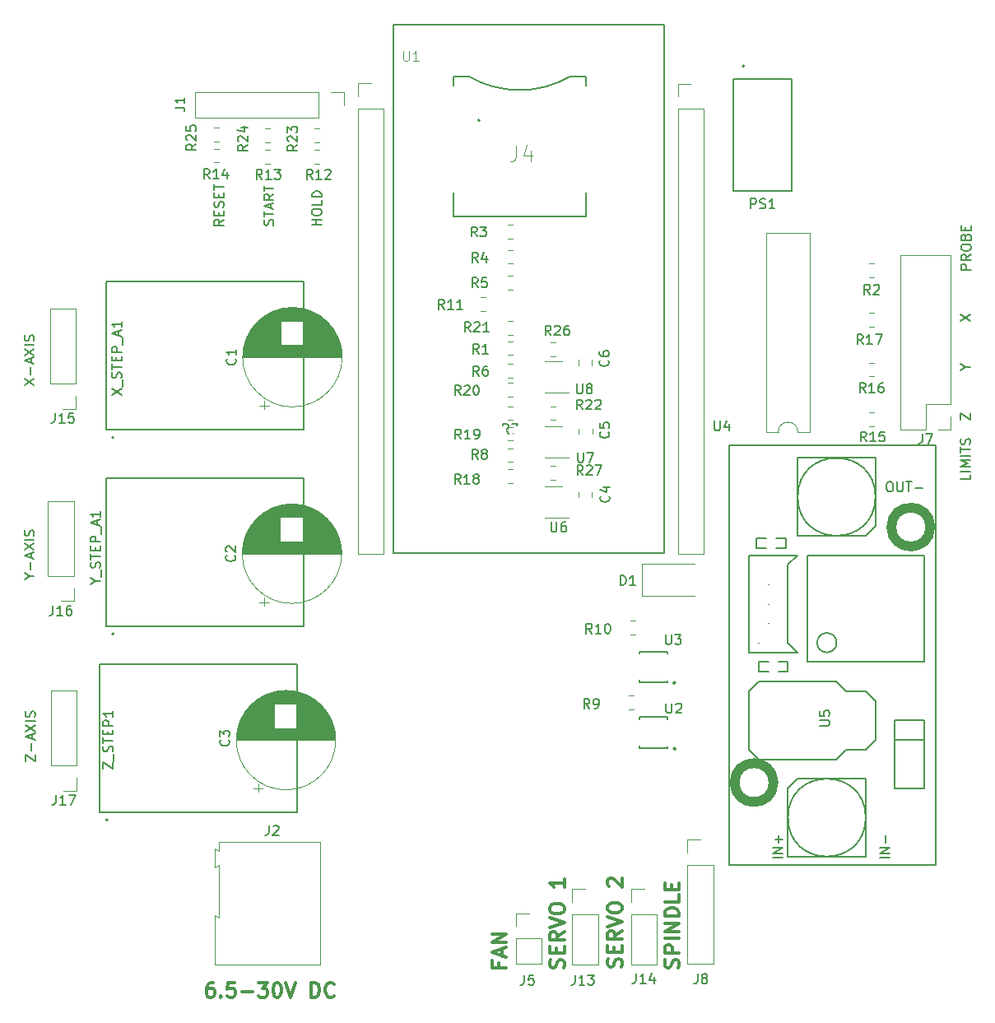
<source format=gto>
G04 #@! TF.GenerationSoftware,KiCad,Pcbnew,(5.1.5)-3*
G04 #@! TF.CreationDate,2025-02-09T11:39:34+01:00*
G04 #@! TF.ProjectId,ESP32-cnc,45535033-322d-4636-9e63-2e6b69636164,rev?*
G04 #@! TF.SameCoordinates,Original*
G04 #@! TF.FileFunction,Legend,Top*
G04 #@! TF.FilePolarity,Positive*
%FSLAX46Y46*%
G04 Gerber Fmt 4.6, Leading zero omitted, Abs format (unit mm)*
G04 Created by KiCad (PCBNEW (5.1.5)-3) date 2025-02-09 11:39:34*
%MOMM*%
%LPD*%
G04 APERTURE LIST*
%ADD10C,0.150000*%
%ADD11C,0.300000*%
%ADD12C,0.120000*%
%ADD13C,0.200000*%
%ADD14C,0.127000*%
%ADD15C,1.000000*%
%ADD16C,0.015000*%
%ADD17O,1.802000X1.802000*%
%ADD18R,1.802000X1.802000*%
%ADD19C,1.202000*%
%ADD20C,16.902000*%
%ADD21C,2.102000*%
%ADD22R,2.102000X2.102000*%
%ADD23C,1.632000*%
%ADD24R,1.632000X1.632000*%
%ADD25C,0.100000*%
%ADD26C,1.662000*%
%ADD27R,1.662000X1.662000*%
%ADD28R,1.162000X0.752000*%
%ADD29R,3.102000X3.102000*%
%ADD30O,2.502000X1.702000*%
%ADD31R,2.502000X1.702000*%
%ADD32C,1.712000*%
%ADD33R,1.712000X1.712000*%
%ADD34R,2.602000X1.902000*%
%ADD35R,1.522000X0.502000*%
%ADD36R,1.602000X2.102000*%
%ADD37R,0.902000X1.302000*%
%ADD38R,2.082000X4.062000*%
%ADD39O,2.082000X4.062000*%
G04 APERTURE END LIST*
D10*
X113583980Y-55387595D02*
X112583980Y-55387595D01*
X112583980Y-55006642D01*
X112631600Y-54911404D01*
X112679219Y-54863785D01*
X112774457Y-54816166D01*
X112917314Y-54816166D01*
X113012552Y-54863785D01*
X113060171Y-54911404D01*
X113107790Y-55006642D01*
X113107790Y-55387595D01*
X113583980Y-53816166D02*
X113107790Y-54149500D01*
X113583980Y-54387595D02*
X112583980Y-54387595D01*
X112583980Y-54006642D01*
X112631600Y-53911404D01*
X112679219Y-53863785D01*
X112774457Y-53816166D01*
X112917314Y-53816166D01*
X113012552Y-53863785D01*
X113060171Y-53911404D01*
X113107790Y-54006642D01*
X113107790Y-54387595D01*
X112583980Y-53197119D02*
X112583980Y-53006642D01*
X112631600Y-52911404D01*
X112726838Y-52816166D01*
X112917314Y-52768547D01*
X113250647Y-52768547D01*
X113441123Y-52816166D01*
X113536361Y-52911404D01*
X113583980Y-53006642D01*
X113583980Y-53197119D01*
X113536361Y-53292357D01*
X113441123Y-53387595D01*
X113250647Y-53435214D01*
X112917314Y-53435214D01*
X112726838Y-53387595D01*
X112631600Y-53292357D01*
X112583980Y-53197119D01*
X113060171Y-52006642D02*
X113107790Y-51863785D01*
X113155409Y-51816166D01*
X113250647Y-51768547D01*
X113393504Y-51768547D01*
X113488742Y-51816166D01*
X113536361Y-51863785D01*
X113583980Y-51959023D01*
X113583980Y-52339976D01*
X112583980Y-52339976D01*
X112583980Y-52006642D01*
X112631600Y-51911404D01*
X112679219Y-51863785D01*
X112774457Y-51816166D01*
X112869695Y-51816166D01*
X112964933Y-51863785D01*
X113012552Y-51911404D01*
X113060171Y-52006642D01*
X113060171Y-52339976D01*
X113060171Y-51339976D02*
X113060171Y-51006642D01*
X113583980Y-50863785D02*
X113583980Y-51339976D01*
X112583980Y-51339976D01*
X112583980Y-50863785D01*
X112533180Y-60645633D02*
X113533180Y-59978966D01*
X112533180Y-59978966D02*
X113533180Y-60645633D01*
X113056990Y-65443100D02*
X113533180Y-65443100D01*
X112533180Y-65776433D02*
X113056990Y-65443100D01*
X112533180Y-65109766D01*
X112533180Y-70805633D02*
X112533180Y-70138966D01*
X113533180Y-70805633D01*
X113533180Y-70138966D01*
D11*
X77619942Y-127113728D02*
X77691371Y-126899442D01*
X77691371Y-126542300D01*
X77619942Y-126399442D01*
X77548514Y-126328014D01*
X77405657Y-126256585D01*
X77262800Y-126256585D01*
X77119942Y-126328014D01*
X77048514Y-126399442D01*
X76977085Y-126542300D01*
X76905657Y-126828014D01*
X76834228Y-126970871D01*
X76762800Y-127042300D01*
X76619942Y-127113728D01*
X76477085Y-127113728D01*
X76334228Y-127042300D01*
X76262800Y-126970871D01*
X76191371Y-126828014D01*
X76191371Y-126470871D01*
X76262800Y-126256585D01*
X76905657Y-125613728D02*
X76905657Y-125113728D01*
X77691371Y-124899442D02*
X77691371Y-125613728D01*
X76191371Y-125613728D01*
X76191371Y-124899442D01*
X77691371Y-123399442D02*
X76977085Y-123899442D01*
X77691371Y-124256585D02*
X76191371Y-124256585D01*
X76191371Y-123685157D01*
X76262800Y-123542300D01*
X76334228Y-123470871D01*
X76477085Y-123399442D01*
X76691371Y-123399442D01*
X76834228Y-123470871D01*
X76905657Y-123542300D01*
X76977085Y-123685157D01*
X76977085Y-124256585D01*
X76191371Y-122970871D02*
X77691371Y-122470871D01*
X76191371Y-121970871D01*
X76191371Y-121185157D02*
X76191371Y-120899442D01*
X76262800Y-120756585D01*
X76405657Y-120613728D01*
X76691371Y-120542300D01*
X77191371Y-120542300D01*
X77477085Y-120613728D01*
X77619942Y-120756585D01*
X77691371Y-120899442D01*
X77691371Y-121185157D01*
X77619942Y-121328014D01*
X77477085Y-121470871D01*
X77191371Y-121542300D01*
X76691371Y-121542300D01*
X76405657Y-121470871D01*
X76262800Y-121328014D01*
X76191371Y-121185157D01*
X76334228Y-118828014D02*
X76262800Y-118756585D01*
X76191371Y-118613728D01*
X76191371Y-118256585D01*
X76262800Y-118113728D01*
X76334228Y-118042300D01*
X76477085Y-117970871D01*
X76619942Y-117970871D01*
X76834228Y-118042300D01*
X77691371Y-118899442D01*
X77691371Y-117970871D01*
X83512742Y-127204242D02*
X83584171Y-126989957D01*
X83584171Y-126632814D01*
X83512742Y-126489957D01*
X83441314Y-126418528D01*
X83298457Y-126347100D01*
X83155600Y-126347100D01*
X83012742Y-126418528D01*
X82941314Y-126489957D01*
X82869885Y-126632814D01*
X82798457Y-126918528D01*
X82727028Y-127061385D01*
X82655600Y-127132814D01*
X82512742Y-127204242D01*
X82369885Y-127204242D01*
X82227028Y-127132814D01*
X82155600Y-127061385D01*
X82084171Y-126918528D01*
X82084171Y-126561385D01*
X82155600Y-126347100D01*
X83584171Y-125704242D02*
X82084171Y-125704242D01*
X82084171Y-125132814D01*
X82155600Y-124989957D01*
X82227028Y-124918528D01*
X82369885Y-124847100D01*
X82584171Y-124847100D01*
X82727028Y-124918528D01*
X82798457Y-124989957D01*
X82869885Y-125132814D01*
X82869885Y-125704242D01*
X83584171Y-124204242D02*
X82084171Y-124204242D01*
X83584171Y-123489957D02*
X82084171Y-123489957D01*
X83584171Y-122632814D01*
X82084171Y-122632814D01*
X83584171Y-121918528D02*
X82084171Y-121918528D01*
X82084171Y-121561385D01*
X82155600Y-121347100D01*
X82298457Y-121204242D01*
X82441314Y-121132814D01*
X82727028Y-121061385D01*
X82941314Y-121061385D01*
X83227028Y-121132814D01*
X83369885Y-121204242D01*
X83512742Y-121347100D01*
X83584171Y-121561385D01*
X83584171Y-121918528D01*
X83584171Y-119704242D02*
X83584171Y-120418528D01*
X82084171Y-120418528D01*
X82798457Y-119204242D02*
X82798457Y-118704242D01*
X83584171Y-118489957D02*
X83584171Y-119204242D01*
X82084171Y-119204242D01*
X82084171Y-118489957D01*
X71676342Y-127215328D02*
X71747771Y-127001042D01*
X71747771Y-126643900D01*
X71676342Y-126501042D01*
X71604914Y-126429614D01*
X71462057Y-126358185D01*
X71319200Y-126358185D01*
X71176342Y-126429614D01*
X71104914Y-126501042D01*
X71033485Y-126643900D01*
X70962057Y-126929614D01*
X70890628Y-127072471D01*
X70819200Y-127143900D01*
X70676342Y-127215328D01*
X70533485Y-127215328D01*
X70390628Y-127143900D01*
X70319200Y-127072471D01*
X70247771Y-126929614D01*
X70247771Y-126572471D01*
X70319200Y-126358185D01*
X70962057Y-125715328D02*
X70962057Y-125215328D01*
X71747771Y-125001042D02*
X71747771Y-125715328D01*
X70247771Y-125715328D01*
X70247771Y-125001042D01*
X71747771Y-123501042D02*
X71033485Y-124001042D01*
X71747771Y-124358185D02*
X70247771Y-124358185D01*
X70247771Y-123786757D01*
X70319200Y-123643900D01*
X70390628Y-123572471D01*
X70533485Y-123501042D01*
X70747771Y-123501042D01*
X70890628Y-123572471D01*
X70962057Y-123643900D01*
X71033485Y-123786757D01*
X71033485Y-124358185D01*
X70247771Y-123072471D02*
X71747771Y-122572471D01*
X70247771Y-122072471D01*
X70247771Y-121286757D02*
X70247771Y-121001042D01*
X70319200Y-120858185D01*
X70462057Y-120715328D01*
X70747771Y-120643900D01*
X71247771Y-120643900D01*
X71533485Y-120715328D01*
X71676342Y-120858185D01*
X71747771Y-121001042D01*
X71747771Y-121286757D01*
X71676342Y-121429614D01*
X71533485Y-121572471D01*
X71247771Y-121643900D01*
X70747771Y-121643900D01*
X70462057Y-121572471D01*
X70319200Y-121429614D01*
X70247771Y-121286757D01*
X71747771Y-118072471D02*
X71747771Y-118929614D01*
X71747771Y-118501042D02*
X70247771Y-118501042D01*
X70462057Y-118643900D01*
X70604914Y-118786757D01*
X70676342Y-118929614D01*
X65018457Y-126702985D02*
X65018457Y-127202985D01*
X65804171Y-127202985D02*
X64304171Y-127202985D01*
X64304171Y-126488700D01*
X65375600Y-125988700D02*
X65375600Y-125274414D01*
X65804171Y-126131557D02*
X64304171Y-125631557D01*
X65804171Y-125131557D01*
X65804171Y-124631557D02*
X64304171Y-124631557D01*
X65804171Y-123774414D01*
X64304171Y-123774414D01*
X35646457Y-128731271D02*
X35360742Y-128731271D01*
X35217885Y-128802700D01*
X35146457Y-128874128D01*
X35003600Y-129088414D01*
X34932171Y-129374128D01*
X34932171Y-129945557D01*
X35003600Y-130088414D01*
X35075028Y-130159842D01*
X35217885Y-130231271D01*
X35503600Y-130231271D01*
X35646457Y-130159842D01*
X35717885Y-130088414D01*
X35789314Y-129945557D01*
X35789314Y-129588414D01*
X35717885Y-129445557D01*
X35646457Y-129374128D01*
X35503600Y-129302700D01*
X35217885Y-129302700D01*
X35075028Y-129374128D01*
X35003600Y-129445557D01*
X34932171Y-129588414D01*
X36432171Y-130088414D02*
X36503600Y-130159842D01*
X36432171Y-130231271D01*
X36360742Y-130159842D01*
X36432171Y-130088414D01*
X36432171Y-130231271D01*
X37860742Y-128731271D02*
X37146457Y-128731271D01*
X37075028Y-129445557D01*
X37146457Y-129374128D01*
X37289314Y-129302700D01*
X37646457Y-129302700D01*
X37789314Y-129374128D01*
X37860742Y-129445557D01*
X37932171Y-129588414D01*
X37932171Y-129945557D01*
X37860742Y-130088414D01*
X37789314Y-130159842D01*
X37646457Y-130231271D01*
X37289314Y-130231271D01*
X37146457Y-130159842D01*
X37075028Y-130088414D01*
X38575028Y-129659842D02*
X39717885Y-129659842D01*
X40289314Y-128731271D02*
X41217885Y-128731271D01*
X40717885Y-129302700D01*
X40932171Y-129302700D01*
X41075028Y-129374128D01*
X41146457Y-129445557D01*
X41217885Y-129588414D01*
X41217885Y-129945557D01*
X41146457Y-130088414D01*
X41075028Y-130159842D01*
X40932171Y-130231271D01*
X40503600Y-130231271D01*
X40360742Y-130159842D01*
X40289314Y-130088414D01*
X42146457Y-128731271D02*
X42289314Y-128731271D01*
X42432171Y-128802700D01*
X42503600Y-128874128D01*
X42575028Y-129016985D01*
X42646457Y-129302700D01*
X42646457Y-129659842D01*
X42575028Y-129945557D01*
X42503600Y-130088414D01*
X42432171Y-130159842D01*
X42289314Y-130231271D01*
X42146457Y-130231271D01*
X42003600Y-130159842D01*
X41932171Y-130088414D01*
X41860742Y-129945557D01*
X41789314Y-129659842D01*
X41789314Y-129302700D01*
X41860742Y-129016985D01*
X41932171Y-128874128D01*
X42003600Y-128802700D01*
X42146457Y-128731271D01*
X43075028Y-128731271D02*
X43575028Y-130231271D01*
X44075028Y-128731271D01*
X45717885Y-130231271D02*
X45717885Y-128731271D01*
X46075028Y-128731271D01*
X46289314Y-128802700D01*
X46432171Y-128945557D01*
X46503600Y-129088414D01*
X46575028Y-129374128D01*
X46575028Y-129588414D01*
X46503600Y-129874128D01*
X46432171Y-130016985D01*
X46289314Y-130159842D01*
X46075028Y-130231271D01*
X45717885Y-130231271D01*
X48075028Y-130088414D02*
X48003600Y-130159842D01*
X47789314Y-130231271D01*
X47646457Y-130231271D01*
X47432171Y-130159842D01*
X47289314Y-130016985D01*
X47217885Y-129874128D01*
X47146457Y-129588414D01*
X47146457Y-129374128D01*
X47217885Y-129088414D01*
X47289314Y-128945557D01*
X47432171Y-128802700D01*
X47646457Y-128731271D01*
X47789314Y-128731271D01*
X48003600Y-128802700D01*
X48075028Y-128874128D01*
D10*
X46781980Y-50799785D02*
X45781980Y-50799785D01*
X46258171Y-50799785D02*
X46258171Y-50228357D01*
X46781980Y-50228357D02*
X45781980Y-50228357D01*
X45781980Y-49561690D02*
X45781980Y-49371214D01*
X45829600Y-49275976D01*
X45924838Y-49180738D01*
X46115314Y-49133119D01*
X46448647Y-49133119D01*
X46639123Y-49180738D01*
X46734361Y-49275976D01*
X46781980Y-49371214D01*
X46781980Y-49561690D01*
X46734361Y-49656928D01*
X46639123Y-49752166D01*
X46448647Y-49799785D01*
X46115314Y-49799785D01*
X45924838Y-49752166D01*
X45829600Y-49656928D01*
X45781980Y-49561690D01*
X46781980Y-48228357D02*
X46781980Y-48704547D01*
X45781980Y-48704547D01*
X46781980Y-47895023D02*
X45781980Y-47895023D01*
X45781980Y-47656928D01*
X45829600Y-47514071D01*
X45924838Y-47418833D01*
X46020076Y-47371214D01*
X46210552Y-47323595D01*
X46353409Y-47323595D01*
X46543885Y-47371214D01*
X46639123Y-47418833D01*
X46734361Y-47514071D01*
X46781980Y-47656928D01*
X46781980Y-47895023D01*
X16221180Y-67230928D02*
X17221180Y-66564261D01*
X16221180Y-66564261D02*
X17221180Y-67230928D01*
X16840228Y-66183309D02*
X16840228Y-65421404D01*
X16935466Y-64992833D02*
X16935466Y-64516642D01*
X17221180Y-65088071D02*
X16221180Y-64754738D01*
X17221180Y-64421404D01*
X16221180Y-64183309D02*
X17221180Y-63516642D01*
X16221180Y-63516642D02*
X17221180Y-64183309D01*
X17221180Y-63135690D02*
X16221180Y-63135690D01*
X17173561Y-62707119D02*
X17221180Y-62564261D01*
X17221180Y-62326166D01*
X17173561Y-62230928D01*
X17125942Y-62183309D01*
X17030704Y-62135690D01*
X16935466Y-62135690D01*
X16840228Y-62183309D01*
X16792609Y-62230928D01*
X16744990Y-62326166D01*
X16697371Y-62516642D01*
X16649752Y-62611880D01*
X16602133Y-62659500D01*
X16506895Y-62707119D01*
X16411657Y-62707119D01*
X16316419Y-62659500D01*
X16268800Y-62611880D01*
X16221180Y-62516642D01*
X16221180Y-62278547D01*
X16268800Y-62135690D01*
X16744990Y-86897595D02*
X17221180Y-86897595D01*
X16221180Y-87230928D02*
X16744990Y-86897595D01*
X16221180Y-86564261D01*
X16840228Y-86230928D02*
X16840228Y-85469023D01*
X16935466Y-85040452D02*
X16935466Y-84564261D01*
X17221180Y-85135690D02*
X16221180Y-84802357D01*
X17221180Y-84469023D01*
X16221180Y-84230928D02*
X17221180Y-83564261D01*
X16221180Y-83564261D02*
X17221180Y-84230928D01*
X17221180Y-83183309D02*
X16221180Y-83183309D01*
X17173561Y-82754738D02*
X17221180Y-82611880D01*
X17221180Y-82373785D01*
X17173561Y-82278547D01*
X17125942Y-82230928D01*
X17030704Y-82183309D01*
X16935466Y-82183309D01*
X16840228Y-82230928D01*
X16792609Y-82278547D01*
X16744990Y-82373785D01*
X16697371Y-82564261D01*
X16649752Y-82659500D01*
X16602133Y-82707119D01*
X16506895Y-82754738D01*
X16411657Y-82754738D01*
X16316419Y-82707119D01*
X16268800Y-82659500D01*
X16221180Y-82564261D01*
X16221180Y-82326166D01*
X16268800Y-82183309D01*
X16321180Y-105930928D02*
X16321180Y-105264261D01*
X17321180Y-105930928D01*
X17321180Y-105264261D01*
X16940228Y-104883309D02*
X16940228Y-104121404D01*
X17035466Y-103692833D02*
X17035466Y-103216642D01*
X17321180Y-103788071D02*
X16321180Y-103454738D01*
X17321180Y-103121404D01*
X16321180Y-102883309D02*
X17321180Y-102216642D01*
X16321180Y-102216642D02*
X17321180Y-102883309D01*
X17321180Y-101835690D02*
X16321180Y-101835690D01*
X17273561Y-101407119D02*
X17321180Y-101264261D01*
X17321180Y-101026166D01*
X17273561Y-100930928D01*
X17225942Y-100883309D01*
X17130704Y-100835690D01*
X17035466Y-100835690D01*
X16940228Y-100883309D01*
X16892609Y-100930928D01*
X16844990Y-101026166D01*
X16797371Y-101216642D01*
X16749752Y-101311880D01*
X16702133Y-101359500D01*
X16606895Y-101407119D01*
X16511657Y-101407119D01*
X16416419Y-101359500D01*
X16368800Y-101311880D01*
X16321180Y-101216642D01*
X16321180Y-100978547D01*
X16368800Y-100835690D01*
X41806761Y-50807690D02*
X41854380Y-50664833D01*
X41854380Y-50426738D01*
X41806761Y-50331500D01*
X41759142Y-50283880D01*
X41663904Y-50236261D01*
X41568666Y-50236261D01*
X41473428Y-50283880D01*
X41425809Y-50331500D01*
X41378190Y-50426738D01*
X41330571Y-50617214D01*
X41282952Y-50712452D01*
X41235333Y-50760071D01*
X41140095Y-50807690D01*
X41044857Y-50807690D01*
X40949619Y-50760071D01*
X40902000Y-50712452D01*
X40854380Y-50617214D01*
X40854380Y-50379119D01*
X40902000Y-50236261D01*
X40854380Y-49950547D02*
X40854380Y-49379119D01*
X41854380Y-49664833D02*
X40854380Y-49664833D01*
X41568666Y-49093404D02*
X41568666Y-48617214D01*
X41854380Y-49188642D02*
X40854380Y-48855309D01*
X41854380Y-48521976D01*
X41854380Y-47617214D02*
X41378190Y-47950547D01*
X41854380Y-48188642D02*
X40854380Y-48188642D01*
X40854380Y-47807690D01*
X40902000Y-47712452D01*
X40949619Y-47664833D01*
X41044857Y-47617214D01*
X41187714Y-47617214D01*
X41282952Y-47664833D01*
X41330571Y-47712452D01*
X41378190Y-47807690D01*
X41378190Y-48188642D01*
X40854380Y-47331500D02*
X40854380Y-46760071D01*
X41854380Y-47045785D02*
X40854380Y-47045785D01*
X36723580Y-50233080D02*
X36247390Y-50566414D01*
X36723580Y-50804509D02*
X35723580Y-50804509D01*
X35723580Y-50423557D01*
X35771200Y-50328319D01*
X35818819Y-50280700D01*
X35914057Y-50233080D01*
X36056914Y-50233080D01*
X36152152Y-50280700D01*
X36199771Y-50328319D01*
X36247390Y-50423557D01*
X36247390Y-50804509D01*
X36199771Y-49804509D02*
X36199771Y-49471176D01*
X36723580Y-49328319D02*
X36723580Y-49804509D01*
X35723580Y-49804509D01*
X35723580Y-49328319D01*
X36675961Y-48947366D02*
X36723580Y-48804509D01*
X36723580Y-48566414D01*
X36675961Y-48471176D01*
X36628342Y-48423557D01*
X36533104Y-48375938D01*
X36437866Y-48375938D01*
X36342628Y-48423557D01*
X36295009Y-48471176D01*
X36247390Y-48566414D01*
X36199771Y-48756890D01*
X36152152Y-48852128D01*
X36104533Y-48899747D01*
X36009295Y-48947366D01*
X35914057Y-48947366D01*
X35818819Y-48899747D01*
X35771200Y-48852128D01*
X35723580Y-48756890D01*
X35723580Y-48518795D01*
X35771200Y-48375938D01*
X36199771Y-47947366D02*
X36199771Y-47614033D01*
X36723580Y-47471176D02*
X36723580Y-47947366D01*
X35723580Y-47947366D01*
X35723580Y-47471176D01*
X35723580Y-47185461D02*
X35723580Y-46614033D01*
X36723580Y-46899747D02*
X35723580Y-46899747D01*
X105681666Y-49231761D02*
X105824523Y-49279380D01*
X106062618Y-49279380D01*
X106157857Y-49231761D01*
X106205476Y-49184142D01*
X106253095Y-49088904D01*
X106253095Y-48993666D01*
X106205476Y-48898428D01*
X106157857Y-48850809D01*
X106062618Y-48803190D01*
X105872142Y-48755571D01*
X105776904Y-48707952D01*
X105729285Y-48660333D01*
X105681666Y-48565095D01*
X105681666Y-48469857D01*
X105729285Y-48374619D01*
X105776904Y-48327000D01*
X105872142Y-48279380D01*
X106110237Y-48279380D01*
X106253095Y-48327000D01*
X106538809Y-48279380D02*
X107110237Y-48279380D01*
X106824523Y-49279380D02*
X106824523Y-48279380D01*
X107395952Y-48993666D02*
X107872142Y-48993666D01*
X107300714Y-49279380D02*
X107634047Y-48279380D01*
X107967380Y-49279380D01*
X108872142Y-49279380D02*
X108538809Y-48803190D01*
X108300714Y-49279380D02*
X108300714Y-48279380D01*
X108681666Y-48279380D01*
X108776904Y-48327000D01*
X108824523Y-48374619D01*
X108872142Y-48469857D01*
X108872142Y-48612714D01*
X108824523Y-48707952D01*
X108776904Y-48755571D01*
X108681666Y-48803190D01*
X108300714Y-48803190D01*
X109157857Y-48279380D02*
X109729285Y-48279380D01*
X109443571Y-49279380D02*
X109443571Y-48279380D01*
X106029286Y-46108880D02*
X106029286Y-45108880D01*
X106029286Y-45585071D02*
X106600714Y-45585071D01*
X106600714Y-46108880D02*
X106600714Y-45108880D01*
X107267381Y-45108880D02*
X107457857Y-45108880D01*
X107553095Y-45156500D01*
X107648333Y-45251738D01*
X107695952Y-45442214D01*
X107695952Y-45775547D01*
X107648333Y-45966023D01*
X107553095Y-46061261D01*
X107457857Y-46108880D01*
X107267381Y-46108880D01*
X107172143Y-46061261D01*
X107076905Y-45966023D01*
X107029286Y-45775547D01*
X107029286Y-45442214D01*
X107076905Y-45251738D01*
X107172143Y-45156500D01*
X107267381Y-45108880D01*
X108600714Y-46108880D02*
X108124524Y-46108880D01*
X108124524Y-45108880D01*
X108934048Y-46108880D02*
X108934048Y-45108880D01*
X109172143Y-45108880D01*
X109315000Y-45156500D01*
X109410238Y-45251738D01*
X109457857Y-45346976D01*
X109505476Y-45537452D01*
X109505476Y-45680309D01*
X109457857Y-45870785D01*
X109410238Y-45966023D01*
X109315000Y-46061261D01*
X109172143Y-46108880D01*
X108934048Y-46108880D01*
X113533180Y-76487138D02*
X113533180Y-76963328D01*
X112533180Y-76963328D01*
X113533180Y-76153804D02*
X112533180Y-76153804D01*
X113533180Y-75677614D02*
X112533180Y-75677614D01*
X113247466Y-75344280D01*
X112533180Y-75010947D01*
X113533180Y-75010947D01*
X113533180Y-74534757D02*
X112533180Y-74534757D01*
X112533180Y-74201423D02*
X112533180Y-73629995D01*
X113533180Y-73915709D02*
X112533180Y-73915709D01*
X113485561Y-73344280D02*
X113533180Y-73201423D01*
X113533180Y-72963328D01*
X113485561Y-72868090D01*
X113437942Y-72820471D01*
X113342704Y-72772852D01*
X113247466Y-72772852D01*
X113152228Y-72820471D01*
X113104609Y-72868090D01*
X113056990Y-72963328D01*
X113009371Y-73153804D01*
X112961752Y-73249042D01*
X112914133Y-73296661D01*
X112818895Y-73344280D01*
X112723657Y-73344280D01*
X112628419Y-73296661D01*
X112580800Y-73249042D01*
X112533180Y-73153804D01*
X112533180Y-72915709D01*
X112580800Y-72772852D01*
D12*
X84420400Y-113998700D02*
X85750400Y-113998700D01*
X84420400Y-115328700D02*
X84420400Y-113998700D01*
X84420400Y-116598700D02*
X87080400Y-116598700D01*
X87080400Y-116598700D02*
X87080400Y-126818700D01*
X84420400Y-116598700D02*
X84420400Y-126818700D01*
X84420400Y-126818700D02*
X87080400Y-126818700D01*
X39754200Y-108765946D02*
X40754200Y-108765946D01*
X40254200Y-109265946D02*
X40254200Y-108265946D01*
X42530200Y-98705300D02*
X43728200Y-98705300D01*
X42267200Y-98745300D02*
X43991200Y-98745300D01*
X42067200Y-98785300D02*
X44191200Y-98785300D01*
X41899200Y-98825300D02*
X44359200Y-98825300D01*
X41751200Y-98865300D02*
X44507200Y-98865300D01*
X41619200Y-98905300D02*
X44639200Y-98905300D01*
X41499200Y-98945300D02*
X44759200Y-98945300D01*
X41387200Y-98985300D02*
X44871200Y-98985300D01*
X41283200Y-99025300D02*
X44975200Y-99025300D01*
X41185200Y-99065300D02*
X45073200Y-99065300D01*
X41092200Y-99105300D02*
X45166200Y-99105300D01*
X41004200Y-99145300D02*
X45254200Y-99145300D01*
X40920200Y-99185300D02*
X45338200Y-99185300D01*
X40840200Y-99225300D02*
X45418200Y-99225300D01*
X40764200Y-99265300D02*
X45494200Y-99265300D01*
X40690200Y-99305300D02*
X45568200Y-99305300D01*
X40619200Y-99345300D02*
X45639200Y-99345300D01*
X40550200Y-99385300D02*
X45708200Y-99385300D01*
X40484200Y-99425300D02*
X45774200Y-99425300D01*
X40420200Y-99465300D02*
X45838200Y-99465300D01*
X40359200Y-99505300D02*
X45899200Y-99505300D01*
X40299200Y-99545300D02*
X45959200Y-99545300D01*
X40240200Y-99585300D02*
X46018200Y-99585300D01*
X40184200Y-99625300D02*
X46074200Y-99625300D01*
X40129200Y-99665300D02*
X46129200Y-99665300D01*
X40075200Y-99705300D02*
X46183200Y-99705300D01*
X40023200Y-99745300D02*
X46235200Y-99745300D01*
X39973200Y-99785300D02*
X46285200Y-99785300D01*
X39923200Y-99825300D02*
X46335200Y-99825300D01*
X39875200Y-99865300D02*
X46383200Y-99865300D01*
X39828200Y-99905300D02*
X46430200Y-99905300D01*
X39782200Y-99945300D02*
X46476200Y-99945300D01*
X39737200Y-99985300D02*
X46521200Y-99985300D01*
X39693200Y-100025300D02*
X46565200Y-100025300D01*
X44370200Y-100065300D02*
X46607200Y-100065300D01*
X39651200Y-100065300D02*
X41888200Y-100065300D01*
X44370200Y-100105300D02*
X46649200Y-100105300D01*
X39609200Y-100105300D02*
X41888200Y-100105300D01*
X44370200Y-100145300D02*
X46690200Y-100145300D01*
X39568200Y-100145300D02*
X41888200Y-100145300D01*
X44370200Y-100185300D02*
X46730200Y-100185300D01*
X39528200Y-100185300D02*
X41888200Y-100185300D01*
X44370200Y-100225300D02*
X46769200Y-100225300D01*
X39489200Y-100225300D02*
X41888200Y-100225300D01*
X44370200Y-100265300D02*
X46808200Y-100265300D01*
X39450200Y-100265300D02*
X41888200Y-100265300D01*
X44370200Y-100305300D02*
X46845200Y-100305300D01*
X39413200Y-100305300D02*
X41888200Y-100305300D01*
X44370200Y-100345300D02*
X46882200Y-100345300D01*
X39376200Y-100345300D02*
X41888200Y-100345300D01*
X44370200Y-100385300D02*
X46918200Y-100385300D01*
X39340200Y-100385300D02*
X41888200Y-100385300D01*
X44370200Y-100425300D02*
X46953200Y-100425300D01*
X39305200Y-100425300D02*
X41888200Y-100425300D01*
X44370200Y-100465300D02*
X46987200Y-100465300D01*
X39271200Y-100465300D02*
X41888200Y-100465300D01*
X44370200Y-100505300D02*
X47021200Y-100505300D01*
X39237200Y-100505300D02*
X41888200Y-100505300D01*
X44370200Y-100545300D02*
X47054200Y-100545300D01*
X39204200Y-100545300D02*
X41888200Y-100545300D01*
X44370200Y-100585300D02*
X47086200Y-100585300D01*
X39172200Y-100585300D02*
X41888200Y-100585300D01*
X44370200Y-100625300D02*
X47118200Y-100625300D01*
X39140200Y-100625300D02*
X41888200Y-100625300D01*
X44370200Y-100665300D02*
X47149200Y-100665300D01*
X39109200Y-100665300D02*
X41888200Y-100665300D01*
X44370200Y-100705300D02*
X47179200Y-100705300D01*
X39079200Y-100705300D02*
X41888200Y-100705300D01*
X44370200Y-100745300D02*
X47209200Y-100745300D01*
X39049200Y-100745300D02*
X41888200Y-100745300D01*
X44370200Y-100785300D02*
X47239200Y-100785300D01*
X39019200Y-100785300D02*
X41888200Y-100785300D01*
X44370200Y-100825300D02*
X47267200Y-100825300D01*
X38991200Y-100825300D02*
X41888200Y-100825300D01*
X44370200Y-100865300D02*
X47295200Y-100865300D01*
X38963200Y-100865300D02*
X41888200Y-100865300D01*
X44370200Y-100905300D02*
X47323200Y-100905300D01*
X38935200Y-100905300D02*
X41888200Y-100905300D01*
X44370200Y-100945300D02*
X47350200Y-100945300D01*
X38908200Y-100945300D02*
X41888200Y-100945300D01*
X44370200Y-100985300D02*
X47376200Y-100985300D01*
X38882200Y-100985300D02*
X41888200Y-100985300D01*
X44370200Y-101025300D02*
X47402200Y-101025300D01*
X38856200Y-101025300D02*
X41888200Y-101025300D01*
X44370200Y-101065300D02*
X47427200Y-101065300D01*
X38831200Y-101065300D02*
X41888200Y-101065300D01*
X44370200Y-101105300D02*
X47452200Y-101105300D01*
X38806200Y-101105300D02*
X41888200Y-101105300D01*
X44370200Y-101145300D02*
X47476200Y-101145300D01*
X38782200Y-101145300D02*
X41888200Y-101145300D01*
X44370200Y-101185300D02*
X47500200Y-101185300D01*
X38758200Y-101185300D02*
X41888200Y-101185300D01*
X44370200Y-101225300D02*
X47524200Y-101225300D01*
X38734200Y-101225300D02*
X41888200Y-101225300D01*
X44370200Y-101265300D02*
X47546200Y-101265300D01*
X38712200Y-101265300D02*
X41888200Y-101265300D01*
X44370200Y-101305300D02*
X47569200Y-101305300D01*
X38689200Y-101305300D02*
X41888200Y-101305300D01*
X44370200Y-101345300D02*
X47591200Y-101345300D01*
X38667200Y-101345300D02*
X41888200Y-101345300D01*
X44370200Y-101385300D02*
X47612200Y-101385300D01*
X38646200Y-101385300D02*
X41888200Y-101385300D01*
X44370200Y-101425300D02*
X47633200Y-101425300D01*
X38625200Y-101425300D02*
X41888200Y-101425300D01*
X44370200Y-101465300D02*
X47654200Y-101465300D01*
X38604200Y-101465300D02*
X41888200Y-101465300D01*
X44370200Y-101505300D02*
X47674200Y-101505300D01*
X38584200Y-101505300D02*
X41888200Y-101505300D01*
X44370200Y-101545300D02*
X47693200Y-101545300D01*
X38565200Y-101545300D02*
X41888200Y-101545300D01*
X44370200Y-101585300D02*
X47713200Y-101585300D01*
X38545200Y-101585300D02*
X41888200Y-101585300D01*
X44370200Y-101625300D02*
X47732200Y-101625300D01*
X38526200Y-101625300D02*
X41888200Y-101625300D01*
X44370200Y-101665300D02*
X47750200Y-101665300D01*
X38508200Y-101665300D02*
X41888200Y-101665300D01*
X44370200Y-101705300D02*
X47768200Y-101705300D01*
X38490200Y-101705300D02*
X41888200Y-101705300D01*
X44370200Y-101745300D02*
X47786200Y-101745300D01*
X38472200Y-101745300D02*
X41888200Y-101745300D01*
X44370200Y-101785300D02*
X47803200Y-101785300D01*
X38455200Y-101785300D02*
X41888200Y-101785300D01*
X44370200Y-101825300D02*
X47819200Y-101825300D01*
X38439200Y-101825300D02*
X41888200Y-101825300D01*
X44370200Y-101865300D02*
X47836200Y-101865300D01*
X38422200Y-101865300D02*
X41888200Y-101865300D01*
X44370200Y-101905300D02*
X47852200Y-101905300D01*
X38406200Y-101905300D02*
X41888200Y-101905300D01*
X44370200Y-101945300D02*
X47867200Y-101945300D01*
X38391200Y-101945300D02*
X41888200Y-101945300D01*
X44370200Y-101985300D02*
X47883200Y-101985300D01*
X38375200Y-101985300D02*
X41888200Y-101985300D01*
X44370200Y-102025300D02*
X47897200Y-102025300D01*
X38361200Y-102025300D02*
X41888200Y-102025300D01*
X44370200Y-102065300D02*
X47912200Y-102065300D01*
X38346200Y-102065300D02*
X41888200Y-102065300D01*
X44370200Y-102105300D02*
X47926200Y-102105300D01*
X38332200Y-102105300D02*
X41888200Y-102105300D01*
X44370200Y-102145300D02*
X47940200Y-102145300D01*
X38318200Y-102145300D02*
X41888200Y-102145300D01*
X44370200Y-102185300D02*
X47953200Y-102185300D01*
X38305200Y-102185300D02*
X41888200Y-102185300D01*
X44370200Y-102225300D02*
X47966200Y-102225300D01*
X38292200Y-102225300D02*
X41888200Y-102225300D01*
X44370200Y-102265300D02*
X47979200Y-102265300D01*
X38279200Y-102265300D02*
X41888200Y-102265300D01*
X44370200Y-102305300D02*
X47991200Y-102305300D01*
X38267200Y-102305300D02*
X41888200Y-102305300D01*
X44370200Y-102345300D02*
X48003200Y-102345300D01*
X38255200Y-102345300D02*
X41888200Y-102345300D01*
X44370200Y-102385300D02*
X48014200Y-102385300D01*
X38244200Y-102385300D02*
X41888200Y-102385300D01*
X44370200Y-102425300D02*
X48026200Y-102425300D01*
X38232200Y-102425300D02*
X41888200Y-102425300D01*
X44370200Y-102465300D02*
X48036200Y-102465300D01*
X38222200Y-102465300D02*
X41888200Y-102465300D01*
X44370200Y-102505300D02*
X48047200Y-102505300D01*
X38211200Y-102505300D02*
X41888200Y-102505300D01*
X38201200Y-102545300D02*
X48057200Y-102545300D01*
X38191200Y-102585300D02*
X48067200Y-102585300D01*
X38182200Y-102625300D02*
X48076200Y-102625300D01*
X38173200Y-102665300D02*
X48085200Y-102665300D01*
X38164200Y-102705300D02*
X48094200Y-102705300D01*
X38155200Y-102745300D02*
X48103200Y-102745300D01*
X38147200Y-102785300D02*
X48111200Y-102785300D01*
X38139200Y-102825300D02*
X48119200Y-102825300D01*
X38132200Y-102865300D02*
X48126200Y-102865300D01*
X38125200Y-102905300D02*
X48133200Y-102905300D01*
X38118200Y-102945300D02*
X48140200Y-102945300D01*
X38111200Y-102985300D02*
X48147200Y-102985300D01*
X38105200Y-103025300D02*
X48153200Y-103025300D01*
X38099200Y-103065300D02*
X48159200Y-103065300D01*
X38094200Y-103106300D02*
X48164200Y-103106300D01*
X38089200Y-103146300D02*
X48169200Y-103146300D01*
X38084200Y-103186300D02*
X48174200Y-103186300D01*
X38079200Y-103226300D02*
X48179200Y-103226300D01*
X38075200Y-103266300D02*
X48183200Y-103266300D01*
X38071200Y-103306300D02*
X48187200Y-103306300D01*
X38067200Y-103346300D02*
X48191200Y-103346300D01*
X38064200Y-103386300D02*
X48194200Y-103386300D01*
X38061200Y-103426300D02*
X48197200Y-103426300D01*
X38059200Y-103466300D02*
X48199200Y-103466300D01*
X38056200Y-103506300D02*
X48202200Y-103506300D01*
X38054200Y-103546300D02*
X48204200Y-103546300D01*
X38052200Y-103586300D02*
X48206200Y-103586300D01*
X38051200Y-103626300D02*
X48207200Y-103626300D01*
X38050200Y-103666300D02*
X48208200Y-103666300D01*
X38049200Y-103706300D02*
X48209200Y-103706300D01*
X38049200Y-103746300D02*
X48209200Y-103746300D01*
X38049200Y-103786300D02*
X48209200Y-103786300D01*
X48249200Y-103786300D02*
G75*
G03X48249200Y-103786300I-5120000J0D01*
G01*
X40363800Y-89585146D02*
X41363800Y-89585146D01*
X40863800Y-90085146D02*
X40863800Y-89085146D01*
X43139800Y-79524500D02*
X44337800Y-79524500D01*
X42876800Y-79564500D02*
X44600800Y-79564500D01*
X42676800Y-79604500D02*
X44800800Y-79604500D01*
X42508800Y-79644500D02*
X44968800Y-79644500D01*
X42360800Y-79684500D02*
X45116800Y-79684500D01*
X42228800Y-79724500D02*
X45248800Y-79724500D01*
X42108800Y-79764500D02*
X45368800Y-79764500D01*
X41996800Y-79804500D02*
X45480800Y-79804500D01*
X41892800Y-79844500D02*
X45584800Y-79844500D01*
X41794800Y-79884500D02*
X45682800Y-79884500D01*
X41701800Y-79924500D02*
X45775800Y-79924500D01*
X41613800Y-79964500D02*
X45863800Y-79964500D01*
X41529800Y-80004500D02*
X45947800Y-80004500D01*
X41449800Y-80044500D02*
X46027800Y-80044500D01*
X41373800Y-80084500D02*
X46103800Y-80084500D01*
X41299800Y-80124500D02*
X46177800Y-80124500D01*
X41228800Y-80164500D02*
X46248800Y-80164500D01*
X41159800Y-80204500D02*
X46317800Y-80204500D01*
X41093800Y-80244500D02*
X46383800Y-80244500D01*
X41029800Y-80284500D02*
X46447800Y-80284500D01*
X40968800Y-80324500D02*
X46508800Y-80324500D01*
X40908800Y-80364500D02*
X46568800Y-80364500D01*
X40849800Y-80404500D02*
X46627800Y-80404500D01*
X40793800Y-80444500D02*
X46683800Y-80444500D01*
X40738800Y-80484500D02*
X46738800Y-80484500D01*
X40684800Y-80524500D02*
X46792800Y-80524500D01*
X40632800Y-80564500D02*
X46844800Y-80564500D01*
X40582800Y-80604500D02*
X46894800Y-80604500D01*
X40532800Y-80644500D02*
X46944800Y-80644500D01*
X40484800Y-80684500D02*
X46992800Y-80684500D01*
X40437800Y-80724500D02*
X47039800Y-80724500D01*
X40391800Y-80764500D02*
X47085800Y-80764500D01*
X40346800Y-80804500D02*
X47130800Y-80804500D01*
X40302800Y-80844500D02*
X47174800Y-80844500D01*
X44979800Y-80884500D02*
X47216800Y-80884500D01*
X40260800Y-80884500D02*
X42497800Y-80884500D01*
X44979800Y-80924500D02*
X47258800Y-80924500D01*
X40218800Y-80924500D02*
X42497800Y-80924500D01*
X44979800Y-80964500D02*
X47299800Y-80964500D01*
X40177800Y-80964500D02*
X42497800Y-80964500D01*
X44979800Y-81004500D02*
X47339800Y-81004500D01*
X40137800Y-81004500D02*
X42497800Y-81004500D01*
X44979800Y-81044500D02*
X47378800Y-81044500D01*
X40098800Y-81044500D02*
X42497800Y-81044500D01*
X44979800Y-81084500D02*
X47417800Y-81084500D01*
X40059800Y-81084500D02*
X42497800Y-81084500D01*
X44979800Y-81124500D02*
X47454800Y-81124500D01*
X40022800Y-81124500D02*
X42497800Y-81124500D01*
X44979800Y-81164500D02*
X47491800Y-81164500D01*
X39985800Y-81164500D02*
X42497800Y-81164500D01*
X44979800Y-81204500D02*
X47527800Y-81204500D01*
X39949800Y-81204500D02*
X42497800Y-81204500D01*
X44979800Y-81244500D02*
X47562800Y-81244500D01*
X39914800Y-81244500D02*
X42497800Y-81244500D01*
X44979800Y-81284500D02*
X47596800Y-81284500D01*
X39880800Y-81284500D02*
X42497800Y-81284500D01*
X44979800Y-81324500D02*
X47630800Y-81324500D01*
X39846800Y-81324500D02*
X42497800Y-81324500D01*
X44979800Y-81364500D02*
X47663800Y-81364500D01*
X39813800Y-81364500D02*
X42497800Y-81364500D01*
X44979800Y-81404500D02*
X47695800Y-81404500D01*
X39781800Y-81404500D02*
X42497800Y-81404500D01*
X44979800Y-81444500D02*
X47727800Y-81444500D01*
X39749800Y-81444500D02*
X42497800Y-81444500D01*
X44979800Y-81484500D02*
X47758800Y-81484500D01*
X39718800Y-81484500D02*
X42497800Y-81484500D01*
X44979800Y-81524500D02*
X47788800Y-81524500D01*
X39688800Y-81524500D02*
X42497800Y-81524500D01*
X44979800Y-81564500D02*
X47818800Y-81564500D01*
X39658800Y-81564500D02*
X42497800Y-81564500D01*
X44979800Y-81604500D02*
X47848800Y-81604500D01*
X39628800Y-81604500D02*
X42497800Y-81604500D01*
X44979800Y-81644500D02*
X47876800Y-81644500D01*
X39600800Y-81644500D02*
X42497800Y-81644500D01*
X44979800Y-81684500D02*
X47904800Y-81684500D01*
X39572800Y-81684500D02*
X42497800Y-81684500D01*
X44979800Y-81724500D02*
X47932800Y-81724500D01*
X39544800Y-81724500D02*
X42497800Y-81724500D01*
X44979800Y-81764500D02*
X47959800Y-81764500D01*
X39517800Y-81764500D02*
X42497800Y-81764500D01*
X44979800Y-81804500D02*
X47985800Y-81804500D01*
X39491800Y-81804500D02*
X42497800Y-81804500D01*
X44979800Y-81844500D02*
X48011800Y-81844500D01*
X39465800Y-81844500D02*
X42497800Y-81844500D01*
X44979800Y-81884500D02*
X48036800Y-81884500D01*
X39440800Y-81884500D02*
X42497800Y-81884500D01*
X44979800Y-81924500D02*
X48061800Y-81924500D01*
X39415800Y-81924500D02*
X42497800Y-81924500D01*
X44979800Y-81964500D02*
X48085800Y-81964500D01*
X39391800Y-81964500D02*
X42497800Y-81964500D01*
X44979800Y-82004500D02*
X48109800Y-82004500D01*
X39367800Y-82004500D02*
X42497800Y-82004500D01*
X44979800Y-82044500D02*
X48133800Y-82044500D01*
X39343800Y-82044500D02*
X42497800Y-82044500D01*
X44979800Y-82084500D02*
X48155800Y-82084500D01*
X39321800Y-82084500D02*
X42497800Y-82084500D01*
X44979800Y-82124500D02*
X48178800Y-82124500D01*
X39298800Y-82124500D02*
X42497800Y-82124500D01*
X44979800Y-82164500D02*
X48200800Y-82164500D01*
X39276800Y-82164500D02*
X42497800Y-82164500D01*
X44979800Y-82204500D02*
X48221800Y-82204500D01*
X39255800Y-82204500D02*
X42497800Y-82204500D01*
X44979800Y-82244500D02*
X48242800Y-82244500D01*
X39234800Y-82244500D02*
X42497800Y-82244500D01*
X44979800Y-82284500D02*
X48263800Y-82284500D01*
X39213800Y-82284500D02*
X42497800Y-82284500D01*
X44979800Y-82324500D02*
X48283800Y-82324500D01*
X39193800Y-82324500D02*
X42497800Y-82324500D01*
X44979800Y-82364500D02*
X48302800Y-82364500D01*
X39174800Y-82364500D02*
X42497800Y-82364500D01*
X44979800Y-82404500D02*
X48322800Y-82404500D01*
X39154800Y-82404500D02*
X42497800Y-82404500D01*
X44979800Y-82444500D02*
X48341800Y-82444500D01*
X39135800Y-82444500D02*
X42497800Y-82444500D01*
X44979800Y-82484500D02*
X48359800Y-82484500D01*
X39117800Y-82484500D02*
X42497800Y-82484500D01*
X44979800Y-82524500D02*
X48377800Y-82524500D01*
X39099800Y-82524500D02*
X42497800Y-82524500D01*
X44979800Y-82564500D02*
X48395800Y-82564500D01*
X39081800Y-82564500D02*
X42497800Y-82564500D01*
X44979800Y-82604500D02*
X48412800Y-82604500D01*
X39064800Y-82604500D02*
X42497800Y-82604500D01*
X44979800Y-82644500D02*
X48428800Y-82644500D01*
X39048800Y-82644500D02*
X42497800Y-82644500D01*
X44979800Y-82684500D02*
X48445800Y-82684500D01*
X39031800Y-82684500D02*
X42497800Y-82684500D01*
X44979800Y-82724500D02*
X48461800Y-82724500D01*
X39015800Y-82724500D02*
X42497800Y-82724500D01*
X44979800Y-82764500D02*
X48476800Y-82764500D01*
X39000800Y-82764500D02*
X42497800Y-82764500D01*
X44979800Y-82804500D02*
X48492800Y-82804500D01*
X38984800Y-82804500D02*
X42497800Y-82804500D01*
X44979800Y-82844500D02*
X48506800Y-82844500D01*
X38970800Y-82844500D02*
X42497800Y-82844500D01*
X44979800Y-82884500D02*
X48521800Y-82884500D01*
X38955800Y-82884500D02*
X42497800Y-82884500D01*
X44979800Y-82924500D02*
X48535800Y-82924500D01*
X38941800Y-82924500D02*
X42497800Y-82924500D01*
X44979800Y-82964500D02*
X48549800Y-82964500D01*
X38927800Y-82964500D02*
X42497800Y-82964500D01*
X44979800Y-83004500D02*
X48562800Y-83004500D01*
X38914800Y-83004500D02*
X42497800Y-83004500D01*
X44979800Y-83044500D02*
X48575800Y-83044500D01*
X38901800Y-83044500D02*
X42497800Y-83044500D01*
X44979800Y-83084500D02*
X48588800Y-83084500D01*
X38888800Y-83084500D02*
X42497800Y-83084500D01*
X44979800Y-83124500D02*
X48600800Y-83124500D01*
X38876800Y-83124500D02*
X42497800Y-83124500D01*
X44979800Y-83164500D02*
X48612800Y-83164500D01*
X38864800Y-83164500D02*
X42497800Y-83164500D01*
X44979800Y-83204500D02*
X48623800Y-83204500D01*
X38853800Y-83204500D02*
X42497800Y-83204500D01*
X44979800Y-83244500D02*
X48635800Y-83244500D01*
X38841800Y-83244500D02*
X42497800Y-83244500D01*
X44979800Y-83284500D02*
X48645800Y-83284500D01*
X38831800Y-83284500D02*
X42497800Y-83284500D01*
X44979800Y-83324500D02*
X48656800Y-83324500D01*
X38820800Y-83324500D02*
X42497800Y-83324500D01*
X38810800Y-83364500D02*
X48666800Y-83364500D01*
X38800800Y-83404500D02*
X48676800Y-83404500D01*
X38791800Y-83444500D02*
X48685800Y-83444500D01*
X38782800Y-83484500D02*
X48694800Y-83484500D01*
X38773800Y-83524500D02*
X48703800Y-83524500D01*
X38764800Y-83564500D02*
X48712800Y-83564500D01*
X38756800Y-83604500D02*
X48720800Y-83604500D01*
X38748800Y-83644500D02*
X48728800Y-83644500D01*
X38741800Y-83684500D02*
X48735800Y-83684500D01*
X38734800Y-83724500D02*
X48742800Y-83724500D01*
X38727800Y-83764500D02*
X48749800Y-83764500D01*
X38720800Y-83804500D02*
X48756800Y-83804500D01*
X38714800Y-83844500D02*
X48762800Y-83844500D01*
X38708800Y-83884500D02*
X48768800Y-83884500D01*
X38703800Y-83925500D02*
X48773800Y-83925500D01*
X38698800Y-83965500D02*
X48778800Y-83965500D01*
X38693800Y-84005500D02*
X48783800Y-84005500D01*
X38688800Y-84045500D02*
X48788800Y-84045500D01*
X38684800Y-84085500D02*
X48792800Y-84085500D01*
X38680800Y-84125500D02*
X48796800Y-84125500D01*
X38676800Y-84165500D02*
X48800800Y-84165500D01*
X38673800Y-84205500D02*
X48803800Y-84205500D01*
X38670800Y-84245500D02*
X48806800Y-84245500D01*
X38668800Y-84285500D02*
X48808800Y-84285500D01*
X38665800Y-84325500D02*
X48811800Y-84325500D01*
X38663800Y-84365500D02*
X48813800Y-84365500D01*
X38661800Y-84405500D02*
X48815800Y-84405500D01*
X38660800Y-84445500D02*
X48816800Y-84445500D01*
X38659800Y-84485500D02*
X48817800Y-84485500D01*
X38658800Y-84525500D02*
X48818800Y-84525500D01*
X38658800Y-84565500D02*
X48818800Y-84565500D01*
X38658800Y-84605500D02*
X48818800Y-84605500D01*
X48858800Y-84605500D02*
G75*
G03X48858800Y-84605500I-5120000J0D01*
G01*
X40414600Y-69366746D02*
X41414600Y-69366746D01*
X40914600Y-69866746D02*
X40914600Y-68866746D01*
X43190600Y-59306100D02*
X44388600Y-59306100D01*
X42927600Y-59346100D02*
X44651600Y-59346100D01*
X42727600Y-59386100D02*
X44851600Y-59386100D01*
X42559600Y-59426100D02*
X45019600Y-59426100D01*
X42411600Y-59466100D02*
X45167600Y-59466100D01*
X42279600Y-59506100D02*
X45299600Y-59506100D01*
X42159600Y-59546100D02*
X45419600Y-59546100D01*
X42047600Y-59586100D02*
X45531600Y-59586100D01*
X41943600Y-59626100D02*
X45635600Y-59626100D01*
X41845600Y-59666100D02*
X45733600Y-59666100D01*
X41752600Y-59706100D02*
X45826600Y-59706100D01*
X41664600Y-59746100D02*
X45914600Y-59746100D01*
X41580600Y-59786100D02*
X45998600Y-59786100D01*
X41500600Y-59826100D02*
X46078600Y-59826100D01*
X41424600Y-59866100D02*
X46154600Y-59866100D01*
X41350600Y-59906100D02*
X46228600Y-59906100D01*
X41279600Y-59946100D02*
X46299600Y-59946100D01*
X41210600Y-59986100D02*
X46368600Y-59986100D01*
X41144600Y-60026100D02*
X46434600Y-60026100D01*
X41080600Y-60066100D02*
X46498600Y-60066100D01*
X41019600Y-60106100D02*
X46559600Y-60106100D01*
X40959600Y-60146100D02*
X46619600Y-60146100D01*
X40900600Y-60186100D02*
X46678600Y-60186100D01*
X40844600Y-60226100D02*
X46734600Y-60226100D01*
X40789600Y-60266100D02*
X46789600Y-60266100D01*
X40735600Y-60306100D02*
X46843600Y-60306100D01*
X40683600Y-60346100D02*
X46895600Y-60346100D01*
X40633600Y-60386100D02*
X46945600Y-60386100D01*
X40583600Y-60426100D02*
X46995600Y-60426100D01*
X40535600Y-60466100D02*
X47043600Y-60466100D01*
X40488600Y-60506100D02*
X47090600Y-60506100D01*
X40442600Y-60546100D02*
X47136600Y-60546100D01*
X40397600Y-60586100D02*
X47181600Y-60586100D01*
X40353600Y-60626100D02*
X47225600Y-60626100D01*
X45030600Y-60666100D02*
X47267600Y-60666100D01*
X40311600Y-60666100D02*
X42548600Y-60666100D01*
X45030600Y-60706100D02*
X47309600Y-60706100D01*
X40269600Y-60706100D02*
X42548600Y-60706100D01*
X45030600Y-60746100D02*
X47350600Y-60746100D01*
X40228600Y-60746100D02*
X42548600Y-60746100D01*
X45030600Y-60786100D02*
X47390600Y-60786100D01*
X40188600Y-60786100D02*
X42548600Y-60786100D01*
X45030600Y-60826100D02*
X47429600Y-60826100D01*
X40149600Y-60826100D02*
X42548600Y-60826100D01*
X45030600Y-60866100D02*
X47468600Y-60866100D01*
X40110600Y-60866100D02*
X42548600Y-60866100D01*
X45030600Y-60906100D02*
X47505600Y-60906100D01*
X40073600Y-60906100D02*
X42548600Y-60906100D01*
X45030600Y-60946100D02*
X47542600Y-60946100D01*
X40036600Y-60946100D02*
X42548600Y-60946100D01*
X45030600Y-60986100D02*
X47578600Y-60986100D01*
X40000600Y-60986100D02*
X42548600Y-60986100D01*
X45030600Y-61026100D02*
X47613600Y-61026100D01*
X39965600Y-61026100D02*
X42548600Y-61026100D01*
X45030600Y-61066100D02*
X47647600Y-61066100D01*
X39931600Y-61066100D02*
X42548600Y-61066100D01*
X45030600Y-61106100D02*
X47681600Y-61106100D01*
X39897600Y-61106100D02*
X42548600Y-61106100D01*
X45030600Y-61146100D02*
X47714600Y-61146100D01*
X39864600Y-61146100D02*
X42548600Y-61146100D01*
X45030600Y-61186100D02*
X47746600Y-61186100D01*
X39832600Y-61186100D02*
X42548600Y-61186100D01*
X45030600Y-61226100D02*
X47778600Y-61226100D01*
X39800600Y-61226100D02*
X42548600Y-61226100D01*
X45030600Y-61266100D02*
X47809600Y-61266100D01*
X39769600Y-61266100D02*
X42548600Y-61266100D01*
X45030600Y-61306100D02*
X47839600Y-61306100D01*
X39739600Y-61306100D02*
X42548600Y-61306100D01*
X45030600Y-61346100D02*
X47869600Y-61346100D01*
X39709600Y-61346100D02*
X42548600Y-61346100D01*
X45030600Y-61386100D02*
X47899600Y-61386100D01*
X39679600Y-61386100D02*
X42548600Y-61386100D01*
X45030600Y-61426100D02*
X47927600Y-61426100D01*
X39651600Y-61426100D02*
X42548600Y-61426100D01*
X45030600Y-61466100D02*
X47955600Y-61466100D01*
X39623600Y-61466100D02*
X42548600Y-61466100D01*
X45030600Y-61506100D02*
X47983600Y-61506100D01*
X39595600Y-61506100D02*
X42548600Y-61506100D01*
X45030600Y-61546100D02*
X48010600Y-61546100D01*
X39568600Y-61546100D02*
X42548600Y-61546100D01*
X45030600Y-61586100D02*
X48036600Y-61586100D01*
X39542600Y-61586100D02*
X42548600Y-61586100D01*
X45030600Y-61626100D02*
X48062600Y-61626100D01*
X39516600Y-61626100D02*
X42548600Y-61626100D01*
X45030600Y-61666100D02*
X48087600Y-61666100D01*
X39491600Y-61666100D02*
X42548600Y-61666100D01*
X45030600Y-61706100D02*
X48112600Y-61706100D01*
X39466600Y-61706100D02*
X42548600Y-61706100D01*
X45030600Y-61746100D02*
X48136600Y-61746100D01*
X39442600Y-61746100D02*
X42548600Y-61746100D01*
X45030600Y-61786100D02*
X48160600Y-61786100D01*
X39418600Y-61786100D02*
X42548600Y-61786100D01*
X45030600Y-61826100D02*
X48184600Y-61826100D01*
X39394600Y-61826100D02*
X42548600Y-61826100D01*
X45030600Y-61866100D02*
X48206600Y-61866100D01*
X39372600Y-61866100D02*
X42548600Y-61866100D01*
X45030600Y-61906100D02*
X48229600Y-61906100D01*
X39349600Y-61906100D02*
X42548600Y-61906100D01*
X45030600Y-61946100D02*
X48251600Y-61946100D01*
X39327600Y-61946100D02*
X42548600Y-61946100D01*
X45030600Y-61986100D02*
X48272600Y-61986100D01*
X39306600Y-61986100D02*
X42548600Y-61986100D01*
X45030600Y-62026100D02*
X48293600Y-62026100D01*
X39285600Y-62026100D02*
X42548600Y-62026100D01*
X45030600Y-62066100D02*
X48314600Y-62066100D01*
X39264600Y-62066100D02*
X42548600Y-62066100D01*
X45030600Y-62106100D02*
X48334600Y-62106100D01*
X39244600Y-62106100D02*
X42548600Y-62106100D01*
X45030600Y-62146100D02*
X48353600Y-62146100D01*
X39225600Y-62146100D02*
X42548600Y-62146100D01*
X45030600Y-62186100D02*
X48373600Y-62186100D01*
X39205600Y-62186100D02*
X42548600Y-62186100D01*
X45030600Y-62226100D02*
X48392600Y-62226100D01*
X39186600Y-62226100D02*
X42548600Y-62226100D01*
X45030600Y-62266100D02*
X48410600Y-62266100D01*
X39168600Y-62266100D02*
X42548600Y-62266100D01*
X45030600Y-62306100D02*
X48428600Y-62306100D01*
X39150600Y-62306100D02*
X42548600Y-62306100D01*
X45030600Y-62346100D02*
X48446600Y-62346100D01*
X39132600Y-62346100D02*
X42548600Y-62346100D01*
X45030600Y-62386100D02*
X48463600Y-62386100D01*
X39115600Y-62386100D02*
X42548600Y-62386100D01*
X45030600Y-62426100D02*
X48479600Y-62426100D01*
X39099600Y-62426100D02*
X42548600Y-62426100D01*
X45030600Y-62466100D02*
X48496600Y-62466100D01*
X39082600Y-62466100D02*
X42548600Y-62466100D01*
X45030600Y-62506100D02*
X48512600Y-62506100D01*
X39066600Y-62506100D02*
X42548600Y-62506100D01*
X45030600Y-62546100D02*
X48527600Y-62546100D01*
X39051600Y-62546100D02*
X42548600Y-62546100D01*
X45030600Y-62586100D02*
X48543600Y-62586100D01*
X39035600Y-62586100D02*
X42548600Y-62586100D01*
X45030600Y-62626100D02*
X48557600Y-62626100D01*
X39021600Y-62626100D02*
X42548600Y-62626100D01*
X45030600Y-62666100D02*
X48572600Y-62666100D01*
X39006600Y-62666100D02*
X42548600Y-62666100D01*
X45030600Y-62706100D02*
X48586600Y-62706100D01*
X38992600Y-62706100D02*
X42548600Y-62706100D01*
X45030600Y-62746100D02*
X48600600Y-62746100D01*
X38978600Y-62746100D02*
X42548600Y-62746100D01*
X45030600Y-62786100D02*
X48613600Y-62786100D01*
X38965600Y-62786100D02*
X42548600Y-62786100D01*
X45030600Y-62826100D02*
X48626600Y-62826100D01*
X38952600Y-62826100D02*
X42548600Y-62826100D01*
X45030600Y-62866100D02*
X48639600Y-62866100D01*
X38939600Y-62866100D02*
X42548600Y-62866100D01*
X45030600Y-62906100D02*
X48651600Y-62906100D01*
X38927600Y-62906100D02*
X42548600Y-62906100D01*
X45030600Y-62946100D02*
X48663600Y-62946100D01*
X38915600Y-62946100D02*
X42548600Y-62946100D01*
X45030600Y-62986100D02*
X48674600Y-62986100D01*
X38904600Y-62986100D02*
X42548600Y-62986100D01*
X45030600Y-63026100D02*
X48686600Y-63026100D01*
X38892600Y-63026100D02*
X42548600Y-63026100D01*
X45030600Y-63066100D02*
X48696600Y-63066100D01*
X38882600Y-63066100D02*
X42548600Y-63066100D01*
X45030600Y-63106100D02*
X48707600Y-63106100D01*
X38871600Y-63106100D02*
X42548600Y-63106100D01*
X38861600Y-63146100D02*
X48717600Y-63146100D01*
X38851600Y-63186100D02*
X48727600Y-63186100D01*
X38842600Y-63226100D02*
X48736600Y-63226100D01*
X38833600Y-63266100D02*
X48745600Y-63266100D01*
X38824600Y-63306100D02*
X48754600Y-63306100D01*
X38815600Y-63346100D02*
X48763600Y-63346100D01*
X38807600Y-63386100D02*
X48771600Y-63386100D01*
X38799600Y-63426100D02*
X48779600Y-63426100D01*
X38792600Y-63466100D02*
X48786600Y-63466100D01*
X38785600Y-63506100D02*
X48793600Y-63506100D01*
X38778600Y-63546100D02*
X48800600Y-63546100D01*
X38771600Y-63586100D02*
X48807600Y-63586100D01*
X38765600Y-63626100D02*
X48813600Y-63626100D01*
X38759600Y-63666100D02*
X48819600Y-63666100D01*
X38754600Y-63707100D02*
X48824600Y-63707100D01*
X38749600Y-63747100D02*
X48829600Y-63747100D01*
X38744600Y-63787100D02*
X48834600Y-63787100D01*
X38739600Y-63827100D02*
X48839600Y-63827100D01*
X38735600Y-63867100D02*
X48843600Y-63867100D01*
X38731600Y-63907100D02*
X48847600Y-63907100D01*
X38727600Y-63947100D02*
X48851600Y-63947100D01*
X38724600Y-63987100D02*
X48854600Y-63987100D01*
X38721600Y-64027100D02*
X48857600Y-64027100D01*
X38719600Y-64067100D02*
X48859600Y-64067100D01*
X38716600Y-64107100D02*
X48862600Y-64107100D01*
X38714600Y-64147100D02*
X48864600Y-64147100D01*
X38712600Y-64187100D02*
X48866600Y-64187100D01*
X38711600Y-64227100D02*
X48867600Y-64227100D01*
X38710600Y-64267100D02*
X48868600Y-64267100D01*
X38709600Y-64307100D02*
X48869600Y-64307100D01*
X38709600Y-64347100D02*
X48869600Y-64347100D01*
X38709600Y-64387100D02*
X48869600Y-64387100D01*
X48909600Y-64387100D02*
G75*
G03X48909600Y-64387100I-5120000J0D01*
G01*
X21598800Y-108989500D02*
X20268800Y-108989500D01*
X21598800Y-107659500D02*
X21598800Y-108989500D01*
X21598800Y-106389500D02*
X18938800Y-106389500D01*
X18938800Y-106389500D02*
X18938800Y-98709500D01*
X21598800Y-106389500D02*
X21598800Y-98709500D01*
X21598800Y-98709500D02*
X18938800Y-98709500D01*
D13*
X25418800Y-72659500D02*
G75*
G03X25418800Y-72659500I-100000J0D01*
G01*
D14*
X44928800Y-71879500D02*
X24608800Y-71879500D01*
X44928800Y-56639500D02*
X44928800Y-71879500D01*
X24608800Y-56639500D02*
X44928800Y-56639500D01*
X24608800Y-71879500D02*
X24608800Y-56639500D01*
D13*
X25418800Y-92859500D02*
G75*
G03X25418800Y-92859500I-100000J0D01*
G01*
D14*
X44928800Y-92079500D02*
X24608800Y-92079500D01*
X44928800Y-76839500D02*
X44928800Y-92079500D01*
X24608800Y-76839500D02*
X44928800Y-76839500D01*
X24608800Y-92079500D02*
X24608800Y-76839500D01*
D13*
X24786400Y-111993900D02*
G75*
G03X24786400Y-111993900I-100000J0D01*
G01*
D14*
X44296400Y-111213900D02*
X23976400Y-111213900D01*
X44296400Y-95973900D02*
X44296400Y-111213900D01*
X23976400Y-95973900D02*
X44296400Y-95973900D01*
X23976400Y-111213900D02*
X23976400Y-95973900D01*
D12*
X41505052Y-43049500D02*
X40982548Y-43049500D01*
X41505052Y-44469500D02*
X40982548Y-44469500D01*
D14*
X82051200Y-84569500D02*
X54151200Y-84569500D01*
X82051200Y-30169500D02*
X82051200Y-84569500D01*
X54151200Y-30169500D02*
X82051200Y-30169500D01*
X54151200Y-84569500D02*
X54151200Y-30169500D01*
D12*
X83438800Y-36249500D02*
X84768800Y-36249500D01*
X83438800Y-37579500D02*
X83438800Y-36249500D01*
X83438800Y-38849500D02*
X86098800Y-38849500D01*
X86098800Y-38849500D02*
X86098800Y-84629500D01*
X83438800Y-38849500D02*
X83438800Y-84629500D01*
X83438800Y-84629500D02*
X86098800Y-84629500D01*
X78632400Y-119098700D02*
X79962400Y-119098700D01*
X78632400Y-120428700D02*
X78632400Y-119098700D01*
X78632400Y-121698700D02*
X81292400Y-121698700D01*
X81292400Y-121698700D02*
X81292400Y-126838700D01*
X78632400Y-121698700D02*
X78632400Y-126838700D01*
X78632400Y-126838700D02*
X81292400Y-126838700D01*
X111538800Y-71829500D02*
X110208800Y-71829500D01*
X111538800Y-70499500D02*
X111538800Y-71829500D01*
X108938800Y-71829500D02*
X106338800Y-71829500D01*
X108938800Y-69229500D02*
X108938800Y-71829500D01*
X111538800Y-69229500D02*
X108938800Y-69229500D01*
X106338800Y-71829500D02*
X106338800Y-53929500D01*
X111538800Y-69229500D02*
X111538800Y-53929500D01*
X111538800Y-53929500D02*
X106338800Y-53929500D01*
X21298800Y-89489500D02*
X19968800Y-89489500D01*
X21298800Y-88159500D02*
X21298800Y-89489500D01*
X21298800Y-86889500D02*
X18638800Y-86889500D01*
X18638800Y-86889500D02*
X18638800Y-79209500D01*
X21298800Y-86889500D02*
X21298800Y-79209500D01*
X21298800Y-79209500D02*
X18638800Y-79209500D01*
X21498800Y-69689500D02*
X20168800Y-69689500D01*
X21498800Y-68359500D02*
X21498800Y-69689500D01*
X21498800Y-67089500D02*
X18838800Y-67089500D01*
X18838800Y-67089500D02*
X18838800Y-59409500D01*
X21498800Y-67089500D02*
X21498800Y-59409500D01*
X21498800Y-59409500D02*
X18838800Y-59409500D01*
X72570400Y-119098700D02*
X73900400Y-119098700D01*
X72570400Y-120428700D02*
X72570400Y-119098700D01*
X72570400Y-121698700D02*
X75230400Y-121698700D01*
X75230400Y-121698700D02*
X75230400Y-126838700D01*
X72570400Y-121698700D02*
X72570400Y-126838700D01*
X72570400Y-126838700D02*
X75230400Y-126838700D01*
X66792800Y-121598700D02*
X68122800Y-121598700D01*
X66792800Y-122928700D02*
X66792800Y-121598700D01*
X66792800Y-124198700D02*
X69452800Y-124198700D01*
X69452800Y-124198700D02*
X69452800Y-126798700D01*
X66792800Y-124198700D02*
X66792800Y-126798700D01*
X66792800Y-126798700D02*
X69452800Y-126798700D01*
X50538800Y-36229500D02*
X51868800Y-36229500D01*
X50538800Y-37559500D02*
X50538800Y-36229500D01*
X50538800Y-38829500D02*
X53198800Y-38829500D01*
X53198800Y-38829500D02*
X53198800Y-84609500D01*
X50538800Y-38829500D02*
X50538800Y-84609500D01*
X50538800Y-84609500D02*
X53198800Y-84609500D01*
X33738800Y-37129500D02*
X33738800Y-39789500D01*
X46498800Y-37129500D02*
X33738800Y-37129500D01*
X46498800Y-39789500D02*
X33738800Y-39789500D01*
X46498800Y-37129500D02*
X46498800Y-39789500D01*
X47768800Y-37129500D02*
X49098800Y-37129500D01*
X49098800Y-37129500D02*
X49098800Y-38459500D01*
X103605052Y-64949500D02*
X103082548Y-64949500D01*
X103605052Y-66369500D02*
X103082548Y-66369500D01*
X70357548Y-64269500D02*
X70880052Y-64269500D01*
X70357548Y-62849500D02*
X70880052Y-62849500D01*
X70357548Y-70869500D02*
X70880052Y-70869500D01*
X70357548Y-69449500D02*
X70880052Y-69449500D01*
X66430052Y-67049500D02*
X65907548Y-67049500D01*
X66430052Y-68469500D02*
X65907548Y-68469500D01*
X66430052Y-71549500D02*
X65907548Y-71549500D01*
X66430052Y-72969500D02*
X65907548Y-72969500D01*
X103605052Y-59849500D02*
X103082548Y-59849500D01*
X103605052Y-61269500D02*
X103082548Y-61269500D01*
X103605052Y-70049500D02*
X103082548Y-70049500D01*
X103605052Y-71469500D02*
X103082548Y-71469500D01*
X70880052Y-75549500D02*
X70357548Y-75549500D01*
X70880052Y-76969500D02*
X70357548Y-76969500D01*
X66430052Y-75949500D02*
X65907548Y-75949500D01*
X66430052Y-77369500D02*
X65907548Y-77369500D01*
X36230052Y-42169500D02*
X35707548Y-42169500D01*
X36230052Y-40749500D02*
X35707548Y-40749500D01*
X41505052Y-40849500D02*
X40982548Y-40849500D01*
X41505052Y-42269500D02*
X40982548Y-42269500D01*
X46555052Y-42269500D02*
X46032548Y-42269500D01*
X46555052Y-40849500D02*
X46032548Y-40849500D01*
X66430052Y-60649500D02*
X65907548Y-60649500D01*
X66430052Y-62069500D02*
X65907548Y-62069500D01*
X36230052Y-42949500D02*
X35707548Y-42949500D01*
X36230052Y-44369500D02*
X35707548Y-44369500D01*
X46555052Y-43049500D02*
X46032548Y-43049500D01*
X46555052Y-44469500D02*
X46032548Y-44469500D01*
X63132548Y-59669500D02*
X63655052Y-59669500D01*
X63132548Y-58249500D02*
X63655052Y-58249500D01*
X78520548Y-92924700D02*
X79043052Y-92924700D01*
X78520548Y-91504700D02*
X79043052Y-91504700D01*
X78362548Y-100633000D02*
X78885052Y-100633000D01*
X78362548Y-99213000D02*
X78885052Y-99213000D01*
X66430052Y-73749500D02*
X65907548Y-73749500D01*
X66430052Y-75169500D02*
X65907548Y-75169500D01*
X66430052Y-69449500D02*
X65907548Y-69449500D01*
X66430052Y-70869500D02*
X65907548Y-70869500D01*
X66430052Y-65049500D02*
X65907548Y-65049500D01*
X66430052Y-66469500D02*
X65907548Y-66469500D01*
X66430052Y-57469500D02*
X65907548Y-57469500D01*
X66430052Y-56049500D02*
X65907548Y-56049500D01*
X66430052Y-53349500D02*
X65907548Y-53349500D01*
X66430052Y-54769500D02*
X65907548Y-54769500D01*
X66430052Y-52169500D02*
X65907548Y-52169500D01*
X66430052Y-50749500D02*
X65907548Y-50749500D01*
X103655052Y-54749500D02*
X103132548Y-54749500D01*
X103655052Y-56169500D02*
X103132548Y-56169500D01*
X66430052Y-62749500D02*
X65907548Y-62749500D01*
X66430052Y-64169500D02*
X65907548Y-64169500D01*
X74624000Y-65205352D02*
X74624000Y-64682848D01*
X73204000Y-65205352D02*
X73204000Y-64682848D01*
X74678800Y-72295752D02*
X74678800Y-71773248D01*
X73258800Y-72295752D02*
X73258800Y-71773248D01*
X74624000Y-78801752D02*
X74624000Y-78279248D01*
X73204000Y-78801752D02*
X73204000Y-78279248D01*
X71568800Y-77649500D02*
X69768800Y-77649500D01*
X69768800Y-80869500D02*
X72218800Y-80869500D01*
X71568800Y-64849500D02*
X69768800Y-64849500D01*
X69768800Y-68069500D02*
X72218800Y-68069500D01*
X71568800Y-71499500D02*
X69768800Y-71499500D01*
X69768800Y-74719500D02*
X72218800Y-74719500D01*
D10*
X102768800Y-111759500D02*
G75*
G03X102768800Y-111759500I-4000000J0D01*
G01*
X94768800Y-108759500D02*
X94768800Y-115759500D01*
X94768800Y-115759500D02*
X102768800Y-115759500D01*
X102768800Y-115759500D02*
X102768800Y-107759500D01*
X102768800Y-107759500D02*
X95768800Y-107759500D01*
X93530800Y-82997500D02*
X94530800Y-82997500D01*
X92530800Y-83997500D02*
X91530800Y-83997500D01*
X94530800Y-83997500D02*
X93530800Y-83997500D01*
X91530800Y-83997500D02*
X91530800Y-82997500D01*
X91530800Y-82997500D02*
X92530800Y-82997500D01*
X94530800Y-82997500D02*
X94530800Y-83997500D01*
X92768800Y-87759500D02*
G75*
G03X92768800Y-87759500I0J0D01*
G01*
X92768800Y-89759500D02*
G75*
G03X92768800Y-89759500I0J0D01*
G01*
X92768800Y-91759500D02*
G75*
G03X92768800Y-91759500I0J0D01*
G01*
X103768800Y-78759500D02*
G75*
G03X103768800Y-78759500I-4000000J0D01*
G01*
X96768800Y-95759500D02*
X96768800Y-84759500D01*
X96768800Y-84759500D02*
X108768800Y-84759500D01*
X108768800Y-84759500D02*
X108768800Y-95759500D01*
X108768800Y-95759500D02*
X96768800Y-95759500D01*
X99768800Y-93759500D02*
G75*
G03X99768800Y-93759500I-1000000J0D01*
G01*
X90768800Y-84759500D02*
X95768800Y-84759500D01*
X95768800Y-84759500D02*
X94768800Y-85759500D01*
X94768800Y-85759500D02*
X94768800Y-93759500D01*
X94768800Y-93759500D02*
X95768800Y-94759500D01*
X95768800Y-94759500D02*
X90768800Y-94759500D01*
X90768800Y-94759500D02*
X90768800Y-84759500D01*
X91768800Y-93759500D02*
G75*
G03X91768800Y-93759500I0J0D01*
G01*
X93768800Y-95759500D02*
X94768800Y-95759500D01*
X94768800Y-95759500D02*
X94768800Y-96759500D01*
X94768800Y-96759500D02*
X93768800Y-96759500D01*
X92768800Y-96759500D02*
X91768800Y-96759500D01*
X91768800Y-96759500D02*
X91768800Y-95759500D01*
X91768800Y-95759500D02*
X92768800Y-95759500D01*
X103768800Y-103759500D02*
X103768800Y-99759500D01*
X102768800Y-98759500D02*
X100768800Y-98759500D01*
X100768800Y-98759500D02*
X99768800Y-97759500D01*
X99768800Y-97759500D02*
X91768800Y-97759500D01*
X91768800Y-97759500D02*
X90768800Y-98759500D01*
X90768800Y-98759500D02*
X90768800Y-104759500D01*
X90768800Y-104759500D02*
X91768800Y-105759500D01*
X91768800Y-105759500D02*
X99768800Y-105759500D01*
X99768800Y-105759500D02*
X100768800Y-104759500D01*
X100768800Y-104759500D02*
X102768800Y-104759500D01*
X103768800Y-103759500D02*
X102768800Y-104759500D01*
X103768800Y-99759500D02*
X102768800Y-98759500D01*
X105768800Y-108759500D02*
X108768800Y-108759500D01*
X108768800Y-108759500D02*
X108768800Y-101759500D01*
X108768800Y-101759500D02*
X105768800Y-101759500D01*
X105768800Y-101759500D02*
X105768800Y-108759500D01*
X105768800Y-103759500D02*
X108768800Y-103759500D01*
X95768800Y-82759500D02*
X102768800Y-82759500D01*
X102768800Y-82759500D02*
X103768800Y-81759500D01*
X103768800Y-81759500D02*
X103768800Y-74759500D01*
X103768800Y-74759500D02*
X95768800Y-74759500D01*
X95768800Y-74759500D02*
X95768800Y-82759500D01*
X88736800Y-116601000D02*
X109945800Y-116601000D01*
X88736800Y-116601000D02*
X88736800Y-73421000D01*
X88736800Y-73421000D02*
X109945800Y-73421000D01*
X109945800Y-116601000D02*
X109945800Y-73421000D01*
D15*
X93276800Y-108155500D02*
G75*
G03X93276800Y-108155500I-2000000J0D01*
G01*
X109405800Y-81866500D02*
G75*
G03X109405800Y-81866500I-2000000J0D01*
G01*
D10*
X94768800Y-108759500D02*
X95768800Y-107759500D01*
D12*
X92528800Y-72069500D02*
X93778800Y-72069500D01*
X92528800Y-51629500D02*
X92528800Y-72069500D01*
X97028800Y-51629500D02*
X92528800Y-51629500D01*
X97028800Y-72069500D02*
X97028800Y-51629500D01*
X95778800Y-72069500D02*
X97028800Y-72069500D01*
X93778800Y-72069500D02*
G75*
G02X95778800Y-72069500I1000000J0D01*
G01*
D14*
X95168800Y-47309500D02*
X95168800Y-35809500D01*
X89168800Y-47309500D02*
X95168800Y-47309500D01*
X89168800Y-35809500D02*
X89168800Y-47309500D01*
X95168800Y-35809500D02*
X89168800Y-35809500D01*
D13*
X90278800Y-34449500D02*
G75*
G03X90278800Y-34449500I-100000J0D01*
G01*
D12*
X79768800Y-85609500D02*
X79768800Y-88909500D01*
X79768800Y-88909500D02*
X85168800Y-88909500D01*
X79768800Y-85609500D02*
X85168800Y-85609500D01*
D14*
X79500800Y-101435000D02*
X79500800Y-101610000D01*
X82400800Y-101435000D02*
X79500800Y-101435000D01*
X82400800Y-101610000D02*
X82400800Y-101435000D01*
X79500800Y-104585000D02*
X79500800Y-104385000D01*
X82400800Y-104585000D02*
X79500800Y-104585000D01*
X82400800Y-104410000D02*
X82400800Y-104585000D01*
D13*
X83255800Y-104665000D02*
G75*
G03X83255800Y-104665000I-150000J0D01*
G01*
X60355000Y-47450000D02*
X60355000Y-49950000D01*
X61905000Y-35500000D02*
X60355000Y-35500000D01*
X73955000Y-49950000D02*
X60355000Y-49950000D01*
X73955000Y-35500000D02*
X73955000Y-36450000D01*
X73955000Y-35500000D02*
X72405000Y-35500000D01*
X73955000Y-47450000D02*
X73955000Y-49950000D01*
X60355000Y-35500000D02*
X60355000Y-36450000D01*
X61905000Y-35500000D02*
G75*
G03X72405000Y-35500000I5250000J9038537D01*
G01*
X63055000Y-40025000D02*
G75*
G03X63055000Y-40025000I-100000J0D01*
G01*
D14*
X79467000Y-94665000D02*
X79467000Y-94840000D01*
X82367000Y-94665000D02*
X79467000Y-94665000D01*
X82367000Y-94840000D02*
X82367000Y-94665000D01*
X79467000Y-97815000D02*
X79467000Y-97615000D01*
X82367000Y-97815000D02*
X79467000Y-97815000D01*
X82367000Y-97640000D02*
X82367000Y-97815000D01*
D13*
X83222000Y-97895000D02*
G75*
G03X83222000Y-97895000I-150000J0D01*
G01*
D12*
X46618800Y-126859500D02*
X46618800Y-114259500D01*
X46618800Y-114259500D02*
X36268800Y-114259500D01*
X36268800Y-114259500D02*
X36268800Y-115209500D01*
X36268800Y-115209500D02*
X35768800Y-114959500D01*
X35768800Y-114959500D02*
X35768800Y-116859500D01*
X35768800Y-116859500D02*
X35768800Y-116909500D01*
X35768800Y-116909500D02*
X36268800Y-116659500D01*
X36268800Y-116659500D02*
X36268800Y-122059500D01*
X36268800Y-122059500D02*
X35768800Y-121759500D01*
X35768800Y-121759500D02*
X35768800Y-126859500D01*
X35768800Y-126859500D02*
X46618800Y-126859500D01*
D10*
X85467866Y-127836680D02*
X85467866Y-128550966D01*
X85420247Y-128693823D01*
X85325009Y-128789061D01*
X85182152Y-128836680D01*
X85086914Y-128836680D01*
X86086914Y-128265252D02*
X85991676Y-128217633D01*
X85944057Y-128170014D01*
X85896438Y-128074776D01*
X85896438Y-128027157D01*
X85944057Y-127931919D01*
X85991676Y-127884300D01*
X86086914Y-127836680D01*
X86277390Y-127836680D01*
X86372628Y-127884300D01*
X86420247Y-127931919D01*
X86467866Y-128027157D01*
X86467866Y-128074776D01*
X86420247Y-128170014D01*
X86372628Y-128217633D01*
X86277390Y-128265252D01*
X86086914Y-128265252D01*
X85991676Y-128312871D01*
X85944057Y-128360490D01*
X85896438Y-128455728D01*
X85896438Y-128646204D01*
X85944057Y-128741442D01*
X85991676Y-128789061D01*
X86086914Y-128836680D01*
X86277390Y-128836680D01*
X86372628Y-128789061D01*
X86420247Y-128741442D01*
X86467866Y-128646204D01*
X86467866Y-128455728D01*
X86420247Y-128360490D01*
X86372628Y-128312871D01*
X86277390Y-128265252D01*
X37237942Y-103760566D02*
X37285561Y-103808185D01*
X37333180Y-103951042D01*
X37333180Y-104046280D01*
X37285561Y-104189138D01*
X37190323Y-104284376D01*
X37095085Y-104331995D01*
X36904609Y-104379614D01*
X36761752Y-104379614D01*
X36571276Y-104331995D01*
X36476038Y-104284376D01*
X36380800Y-104189138D01*
X36333180Y-104046280D01*
X36333180Y-103951042D01*
X36380800Y-103808185D01*
X36428419Y-103760566D01*
X36333180Y-103427233D02*
X36333180Y-102808185D01*
X36714133Y-103141519D01*
X36714133Y-102998661D01*
X36761752Y-102903423D01*
X36809371Y-102855804D01*
X36904609Y-102808185D01*
X37142704Y-102808185D01*
X37237942Y-102855804D01*
X37285561Y-102903423D01*
X37333180Y-102998661D01*
X37333180Y-103284376D01*
X37285561Y-103379614D01*
X37237942Y-103427233D01*
X37845942Y-84772166D02*
X37893561Y-84819785D01*
X37941180Y-84962642D01*
X37941180Y-85057880D01*
X37893561Y-85200738D01*
X37798323Y-85295976D01*
X37703085Y-85343595D01*
X37512609Y-85391214D01*
X37369752Y-85391214D01*
X37179276Y-85343595D01*
X37084038Y-85295976D01*
X36988800Y-85200738D01*
X36941180Y-85057880D01*
X36941180Y-84962642D01*
X36988800Y-84819785D01*
X37036419Y-84772166D01*
X37036419Y-84391214D02*
X36988800Y-84343595D01*
X36941180Y-84248357D01*
X36941180Y-84010261D01*
X36988800Y-83915023D01*
X37036419Y-83867404D01*
X37131657Y-83819785D01*
X37226895Y-83819785D01*
X37369752Y-83867404D01*
X37941180Y-84438833D01*
X37941180Y-83819785D01*
X37896742Y-64553766D02*
X37944361Y-64601385D01*
X37991980Y-64744242D01*
X37991980Y-64839480D01*
X37944361Y-64982338D01*
X37849123Y-65077576D01*
X37753885Y-65125195D01*
X37563409Y-65172814D01*
X37420552Y-65172814D01*
X37230076Y-65125195D01*
X37134838Y-65077576D01*
X37039600Y-64982338D01*
X36991980Y-64839480D01*
X36991980Y-64744242D01*
X37039600Y-64601385D01*
X37087219Y-64553766D01*
X37991980Y-63601385D02*
X37991980Y-64172814D01*
X37991980Y-63887100D02*
X36991980Y-63887100D01*
X37134838Y-63982338D01*
X37230076Y-64077576D01*
X37277695Y-64172814D01*
X19459276Y-109441880D02*
X19459276Y-110156166D01*
X19411657Y-110299023D01*
X19316419Y-110394261D01*
X19173561Y-110441880D01*
X19078323Y-110441880D01*
X20459276Y-110441880D02*
X19887847Y-110441880D01*
X20173561Y-110441880D02*
X20173561Y-109441880D01*
X20078323Y-109584738D01*
X19983085Y-109679976D01*
X19887847Y-109727595D01*
X20792609Y-109441880D02*
X21459276Y-109441880D01*
X21030704Y-110441880D01*
X25204180Y-68289023D02*
X26204180Y-67622357D01*
X25204180Y-67622357D02*
X26204180Y-68289023D01*
X26299419Y-67479500D02*
X26299419Y-66717595D01*
X26156561Y-66527119D02*
X26204180Y-66384261D01*
X26204180Y-66146166D01*
X26156561Y-66050928D01*
X26108942Y-66003309D01*
X26013704Y-65955690D01*
X25918466Y-65955690D01*
X25823228Y-66003309D01*
X25775609Y-66050928D01*
X25727990Y-66146166D01*
X25680371Y-66336642D01*
X25632752Y-66431880D01*
X25585133Y-66479500D01*
X25489895Y-66527119D01*
X25394657Y-66527119D01*
X25299419Y-66479500D01*
X25251800Y-66431880D01*
X25204180Y-66336642D01*
X25204180Y-66098547D01*
X25251800Y-65955690D01*
X25204180Y-65669976D02*
X25204180Y-65098547D01*
X26204180Y-65384261D02*
X25204180Y-65384261D01*
X25680371Y-64765214D02*
X25680371Y-64431880D01*
X26204180Y-64289023D02*
X26204180Y-64765214D01*
X25204180Y-64765214D01*
X25204180Y-64289023D01*
X26204180Y-63860452D02*
X25204180Y-63860452D01*
X25204180Y-63479500D01*
X25251800Y-63384261D01*
X25299419Y-63336642D01*
X25394657Y-63289023D01*
X25537514Y-63289023D01*
X25632752Y-63336642D01*
X25680371Y-63384261D01*
X25727990Y-63479500D01*
X25727990Y-63860452D01*
X26299419Y-63098547D02*
X26299419Y-62336642D01*
X25918466Y-62146166D02*
X25918466Y-61669976D01*
X26204180Y-62241404D02*
X25204180Y-61908071D01*
X26204180Y-61574738D01*
X26204180Y-60717595D02*
X26204180Y-61289023D01*
X26204180Y-61003309D02*
X25204180Y-61003309D01*
X25347038Y-61098547D01*
X25442276Y-61193785D01*
X25489895Y-61289023D01*
X23544990Y-87435690D02*
X24021180Y-87435690D01*
X23021180Y-87769023D02*
X23544990Y-87435690D01*
X23021180Y-87102357D01*
X24116419Y-87007119D02*
X24116419Y-86245214D01*
X23973561Y-86054738D02*
X24021180Y-85911880D01*
X24021180Y-85673785D01*
X23973561Y-85578547D01*
X23925942Y-85530928D01*
X23830704Y-85483309D01*
X23735466Y-85483309D01*
X23640228Y-85530928D01*
X23592609Y-85578547D01*
X23544990Y-85673785D01*
X23497371Y-85864261D01*
X23449752Y-85959500D01*
X23402133Y-86007119D01*
X23306895Y-86054738D01*
X23211657Y-86054738D01*
X23116419Y-86007119D01*
X23068800Y-85959500D01*
X23021180Y-85864261D01*
X23021180Y-85626166D01*
X23068800Y-85483309D01*
X23021180Y-85197595D02*
X23021180Y-84626166D01*
X24021180Y-84911880D02*
X23021180Y-84911880D01*
X23497371Y-84292833D02*
X23497371Y-83959500D01*
X24021180Y-83816642D02*
X24021180Y-84292833D01*
X23021180Y-84292833D01*
X23021180Y-83816642D01*
X24021180Y-83388071D02*
X23021180Y-83388071D01*
X23021180Y-83007119D01*
X23068800Y-82911880D01*
X23116419Y-82864261D01*
X23211657Y-82816642D01*
X23354514Y-82816642D01*
X23449752Y-82864261D01*
X23497371Y-82911880D01*
X23544990Y-83007119D01*
X23544990Y-83388071D01*
X24116419Y-82626166D02*
X24116419Y-81864261D01*
X23735466Y-81673785D02*
X23735466Y-81197595D01*
X24021180Y-81769023D02*
X23021180Y-81435690D01*
X24021180Y-81102357D01*
X24021180Y-80245214D02*
X24021180Y-80816642D01*
X24021180Y-80530928D02*
X23021180Y-80530928D01*
X23164038Y-80626166D01*
X23259276Y-80721404D01*
X23306895Y-80816642D01*
X24317780Y-106735900D02*
X24317780Y-106069233D01*
X25317780Y-106735900D01*
X25317780Y-106069233D01*
X25413019Y-105926376D02*
X25413019Y-105164471D01*
X25270161Y-104973995D02*
X25317780Y-104831138D01*
X25317780Y-104593042D01*
X25270161Y-104497804D01*
X25222542Y-104450185D01*
X25127304Y-104402566D01*
X25032066Y-104402566D01*
X24936828Y-104450185D01*
X24889209Y-104497804D01*
X24841590Y-104593042D01*
X24793971Y-104783519D01*
X24746352Y-104878757D01*
X24698733Y-104926376D01*
X24603495Y-104973995D01*
X24508257Y-104973995D01*
X24413019Y-104926376D01*
X24365400Y-104878757D01*
X24317780Y-104783519D01*
X24317780Y-104545423D01*
X24365400Y-104402566D01*
X24317780Y-104116852D02*
X24317780Y-103545423D01*
X25317780Y-103831138D02*
X24317780Y-103831138D01*
X24793971Y-103212090D02*
X24793971Y-102878757D01*
X25317780Y-102735900D02*
X25317780Y-103212090D01*
X24317780Y-103212090D01*
X24317780Y-102735900D01*
X25317780Y-102307328D02*
X24317780Y-102307328D01*
X24317780Y-101926376D01*
X24365400Y-101831138D01*
X24413019Y-101783519D01*
X24508257Y-101735900D01*
X24651114Y-101735900D01*
X24746352Y-101783519D01*
X24793971Y-101831138D01*
X24841590Y-101926376D01*
X24841590Y-102307328D01*
X25317780Y-100783519D02*
X25317780Y-101354947D01*
X25317780Y-101069233D02*
X24317780Y-101069233D01*
X24460638Y-101164471D01*
X24555876Y-101259709D01*
X24603495Y-101354947D01*
X40657542Y-46083480D02*
X40324209Y-45607290D01*
X40086114Y-46083480D02*
X40086114Y-45083480D01*
X40467066Y-45083480D01*
X40562304Y-45131100D01*
X40609923Y-45178719D01*
X40657542Y-45273957D01*
X40657542Y-45416814D01*
X40609923Y-45512052D01*
X40562304Y-45559671D01*
X40467066Y-45607290D01*
X40086114Y-45607290D01*
X41609923Y-46083480D02*
X41038495Y-46083480D01*
X41324209Y-46083480D02*
X41324209Y-45083480D01*
X41228971Y-45226338D01*
X41133733Y-45321576D01*
X41038495Y-45369195D01*
X41943257Y-45083480D02*
X42562304Y-45083480D01*
X42228971Y-45464433D01*
X42371828Y-45464433D01*
X42467066Y-45512052D01*
X42514685Y-45559671D01*
X42562304Y-45654909D01*
X42562304Y-45893004D01*
X42514685Y-45988242D01*
X42467066Y-46035861D01*
X42371828Y-46083480D01*
X42086114Y-46083480D01*
X41990876Y-46035861D01*
X41943257Y-45988242D01*
D16*
X55197801Y-32896869D02*
X55197801Y-33706705D01*
X55245438Y-33801980D01*
X55293076Y-33849618D01*
X55388350Y-33897255D01*
X55578900Y-33897255D01*
X55674175Y-33849618D01*
X55721812Y-33801980D01*
X55769450Y-33706705D01*
X55769450Y-32896869D01*
X56769836Y-33897255D02*
X56198187Y-33897255D01*
X56484011Y-33897255D02*
X56484011Y-32896869D01*
X56388736Y-33039781D01*
X56293462Y-33135056D01*
X56198187Y-33182694D01*
D10*
X79149676Y-127805880D02*
X79149676Y-128520166D01*
X79102057Y-128663023D01*
X79006819Y-128758261D01*
X78863961Y-128805880D01*
X78768723Y-128805880D01*
X80149676Y-128805880D02*
X79578247Y-128805880D01*
X79863961Y-128805880D02*
X79863961Y-127805880D01*
X79768723Y-127948738D01*
X79673485Y-128043976D01*
X79578247Y-128091595D01*
X81006819Y-128139214D02*
X81006819Y-128805880D01*
X80768723Y-127758261D02*
X80530628Y-128472547D01*
X81149676Y-128472547D01*
X108605466Y-72281880D02*
X108605466Y-72996166D01*
X108557847Y-73139023D01*
X108462609Y-73234261D01*
X108319752Y-73281880D01*
X108224514Y-73281880D01*
X108986419Y-72281880D02*
X109653085Y-72281880D01*
X109224514Y-73281880D01*
X19159276Y-89941880D02*
X19159276Y-90656166D01*
X19111657Y-90799023D01*
X19016419Y-90894261D01*
X18873561Y-90941880D01*
X18778323Y-90941880D01*
X20159276Y-90941880D02*
X19587847Y-90941880D01*
X19873561Y-90941880D02*
X19873561Y-89941880D01*
X19778323Y-90084738D01*
X19683085Y-90179976D01*
X19587847Y-90227595D01*
X21016419Y-89941880D02*
X20825942Y-89941880D01*
X20730704Y-89989500D01*
X20683085Y-90037119D01*
X20587847Y-90179976D01*
X20540228Y-90370452D01*
X20540228Y-90751404D01*
X20587847Y-90846642D01*
X20635466Y-90894261D01*
X20730704Y-90941880D01*
X20921180Y-90941880D01*
X21016419Y-90894261D01*
X21064038Y-90846642D01*
X21111657Y-90751404D01*
X21111657Y-90513309D01*
X21064038Y-90418071D01*
X21016419Y-90370452D01*
X20921180Y-90322833D01*
X20730704Y-90322833D01*
X20635466Y-90370452D01*
X20587847Y-90418071D01*
X20540228Y-90513309D01*
X19359276Y-70141880D02*
X19359276Y-70856166D01*
X19311657Y-70999023D01*
X19216419Y-71094261D01*
X19073561Y-71141880D01*
X18978323Y-71141880D01*
X20359276Y-71141880D02*
X19787847Y-71141880D01*
X20073561Y-71141880D02*
X20073561Y-70141880D01*
X19978323Y-70284738D01*
X19883085Y-70379976D01*
X19787847Y-70427595D01*
X21264038Y-70141880D02*
X20787847Y-70141880D01*
X20740228Y-70618071D01*
X20787847Y-70570452D01*
X20883085Y-70522833D01*
X21121180Y-70522833D01*
X21216419Y-70570452D01*
X21264038Y-70618071D01*
X21311657Y-70713309D01*
X21311657Y-70951404D01*
X21264038Y-71046642D01*
X21216419Y-71094261D01*
X21121180Y-71141880D01*
X20883085Y-71141880D01*
X20787847Y-71094261D01*
X20740228Y-71046642D01*
X72850476Y-127958280D02*
X72850476Y-128672566D01*
X72802857Y-128815423D01*
X72707619Y-128910661D01*
X72564761Y-128958280D01*
X72469523Y-128958280D01*
X73850476Y-128958280D02*
X73279047Y-128958280D01*
X73564761Y-128958280D02*
X73564761Y-127958280D01*
X73469523Y-128101138D01*
X73374285Y-128196376D01*
X73279047Y-128243995D01*
X74183809Y-127958280D02*
X74802857Y-127958280D01*
X74469523Y-128339233D01*
X74612380Y-128339233D01*
X74707619Y-128386852D01*
X74755238Y-128434471D01*
X74802857Y-128529709D01*
X74802857Y-128767804D01*
X74755238Y-128863042D01*
X74707619Y-128910661D01*
X74612380Y-128958280D01*
X74326666Y-128958280D01*
X74231428Y-128910661D01*
X74183809Y-128863042D01*
X67637066Y-127969080D02*
X67637066Y-128683366D01*
X67589447Y-128826223D01*
X67494209Y-128921461D01*
X67351352Y-128969080D01*
X67256114Y-128969080D01*
X68589447Y-127969080D02*
X68113257Y-127969080D01*
X68065638Y-128445271D01*
X68113257Y-128397652D01*
X68208495Y-128350033D01*
X68446590Y-128350033D01*
X68541828Y-128397652D01*
X68589447Y-128445271D01*
X68637066Y-128540509D01*
X68637066Y-128778604D01*
X68589447Y-128873842D01*
X68541828Y-128921461D01*
X68446590Y-128969080D01*
X68208495Y-128969080D01*
X68113257Y-128921461D01*
X68065638Y-128873842D01*
X31710380Y-38700033D02*
X32424666Y-38700033D01*
X32567523Y-38747652D01*
X32662761Y-38842890D01*
X32710380Y-38985747D01*
X32710380Y-39080985D01*
X32710380Y-37700033D02*
X32710380Y-38271461D01*
X32710380Y-37985747D02*
X31710380Y-37985747D01*
X31853238Y-38080985D01*
X31948476Y-38176223D01*
X31996095Y-38271461D01*
X102735142Y-68029080D02*
X102401809Y-67552890D01*
X102163714Y-68029080D02*
X102163714Y-67029080D01*
X102544666Y-67029080D01*
X102639904Y-67076700D01*
X102687523Y-67124319D01*
X102735142Y-67219557D01*
X102735142Y-67362414D01*
X102687523Y-67457652D01*
X102639904Y-67505271D01*
X102544666Y-67552890D01*
X102163714Y-67552890D01*
X103687523Y-68029080D02*
X103116095Y-68029080D01*
X103401809Y-68029080D02*
X103401809Y-67029080D01*
X103306571Y-67171938D01*
X103211333Y-67267176D01*
X103116095Y-67314795D01*
X104544666Y-67029080D02*
X104354190Y-67029080D01*
X104258952Y-67076700D01*
X104211333Y-67124319D01*
X104116095Y-67267176D01*
X104068476Y-67457652D01*
X104068476Y-67838604D01*
X104116095Y-67933842D01*
X104163714Y-67981461D01*
X104258952Y-68029080D01*
X104449428Y-68029080D01*
X104544666Y-67981461D01*
X104592285Y-67933842D01*
X104639904Y-67838604D01*
X104639904Y-67600509D01*
X104592285Y-67505271D01*
X104544666Y-67457652D01*
X104449428Y-67410033D01*
X104258952Y-67410033D01*
X104163714Y-67457652D01*
X104116095Y-67505271D01*
X104068476Y-67600509D01*
X70375542Y-62136280D02*
X70042209Y-61660090D01*
X69804114Y-62136280D02*
X69804114Y-61136280D01*
X70185066Y-61136280D01*
X70280304Y-61183900D01*
X70327923Y-61231519D01*
X70375542Y-61326757D01*
X70375542Y-61469614D01*
X70327923Y-61564852D01*
X70280304Y-61612471D01*
X70185066Y-61660090D01*
X69804114Y-61660090D01*
X70756495Y-61231519D02*
X70804114Y-61183900D01*
X70899352Y-61136280D01*
X71137447Y-61136280D01*
X71232685Y-61183900D01*
X71280304Y-61231519D01*
X71327923Y-61326757D01*
X71327923Y-61421995D01*
X71280304Y-61564852D01*
X70708876Y-62136280D01*
X71327923Y-62136280D01*
X72185066Y-61136280D02*
X71994590Y-61136280D01*
X71899352Y-61183900D01*
X71851733Y-61231519D01*
X71756495Y-61374376D01*
X71708876Y-61564852D01*
X71708876Y-61945804D01*
X71756495Y-62041042D01*
X71804114Y-62088661D01*
X71899352Y-62136280D01*
X72089828Y-62136280D01*
X72185066Y-62088661D01*
X72232685Y-62041042D01*
X72280304Y-61945804D01*
X72280304Y-61707709D01*
X72232685Y-61612471D01*
X72185066Y-61564852D01*
X72089828Y-61517233D01*
X71899352Y-61517233D01*
X71804114Y-61564852D01*
X71756495Y-61612471D01*
X71708876Y-61707709D01*
X73626742Y-69756280D02*
X73293409Y-69280090D01*
X73055314Y-69756280D02*
X73055314Y-68756280D01*
X73436266Y-68756280D01*
X73531504Y-68803900D01*
X73579123Y-68851519D01*
X73626742Y-68946757D01*
X73626742Y-69089614D01*
X73579123Y-69184852D01*
X73531504Y-69232471D01*
X73436266Y-69280090D01*
X73055314Y-69280090D01*
X74007695Y-68851519D02*
X74055314Y-68803900D01*
X74150552Y-68756280D01*
X74388647Y-68756280D01*
X74483885Y-68803900D01*
X74531504Y-68851519D01*
X74579123Y-68946757D01*
X74579123Y-69041995D01*
X74531504Y-69184852D01*
X73960076Y-69756280D01*
X74579123Y-69756280D01*
X74960076Y-68851519D02*
X75007695Y-68803900D01*
X75102933Y-68756280D01*
X75341028Y-68756280D01*
X75436266Y-68803900D01*
X75483885Y-68851519D01*
X75531504Y-68946757D01*
X75531504Y-69041995D01*
X75483885Y-69184852D01*
X74912457Y-69756280D01*
X75531504Y-69756280D01*
X61079142Y-68283080D02*
X60745809Y-67806890D01*
X60507714Y-68283080D02*
X60507714Y-67283080D01*
X60888666Y-67283080D01*
X60983904Y-67330700D01*
X61031523Y-67378319D01*
X61079142Y-67473557D01*
X61079142Y-67616414D01*
X61031523Y-67711652D01*
X60983904Y-67759271D01*
X60888666Y-67806890D01*
X60507714Y-67806890D01*
X61460095Y-67378319D02*
X61507714Y-67330700D01*
X61602952Y-67283080D01*
X61841047Y-67283080D01*
X61936285Y-67330700D01*
X61983904Y-67378319D01*
X62031523Y-67473557D01*
X62031523Y-67568795D01*
X61983904Y-67711652D01*
X61412476Y-68283080D01*
X62031523Y-68283080D01*
X62650571Y-67283080D02*
X62745809Y-67283080D01*
X62841047Y-67330700D01*
X62888666Y-67378319D01*
X62936285Y-67473557D01*
X62983904Y-67664033D01*
X62983904Y-67902128D01*
X62936285Y-68092604D01*
X62888666Y-68187842D01*
X62841047Y-68235461D01*
X62745809Y-68283080D01*
X62650571Y-68283080D01*
X62555333Y-68235461D01*
X62507714Y-68187842D01*
X62460095Y-68092604D01*
X62412476Y-67902128D01*
X62412476Y-67664033D01*
X62460095Y-67473557D01*
X62507714Y-67378319D01*
X62555333Y-67330700D01*
X62650571Y-67283080D01*
X61129942Y-72804280D02*
X60796609Y-72328090D01*
X60558514Y-72804280D02*
X60558514Y-71804280D01*
X60939466Y-71804280D01*
X61034704Y-71851900D01*
X61082323Y-71899519D01*
X61129942Y-71994757D01*
X61129942Y-72137614D01*
X61082323Y-72232852D01*
X61034704Y-72280471D01*
X60939466Y-72328090D01*
X60558514Y-72328090D01*
X62082323Y-72804280D02*
X61510895Y-72804280D01*
X61796609Y-72804280D02*
X61796609Y-71804280D01*
X61701371Y-71947138D01*
X61606133Y-72042376D01*
X61510895Y-72089995D01*
X62558514Y-72804280D02*
X62748990Y-72804280D01*
X62844228Y-72756661D01*
X62891847Y-72709042D01*
X62987085Y-72566185D01*
X63034704Y-72375709D01*
X63034704Y-71994757D01*
X62987085Y-71899519D01*
X62939466Y-71851900D01*
X62844228Y-71804280D01*
X62653752Y-71804280D01*
X62558514Y-71851900D01*
X62510895Y-71899519D01*
X62463276Y-71994757D01*
X62463276Y-72232852D01*
X62510895Y-72328090D01*
X62558514Y-72375709D01*
X62653752Y-72423328D01*
X62844228Y-72423328D01*
X62939466Y-72375709D01*
X62987085Y-72328090D01*
X63034704Y-72232852D01*
X102481142Y-63050680D02*
X102147809Y-62574490D01*
X101909714Y-63050680D02*
X101909714Y-62050680D01*
X102290666Y-62050680D01*
X102385904Y-62098300D01*
X102433523Y-62145919D01*
X102481142Y-62241157D01*
X102481142Y-62384014D01*
X102433523Y-62479252D01*
X102385904Y-62526871D01*
X102290666Y-62574490D01*
X101909714Y-62574490D01*
X103433523Y-63050680D02*
X102862095Y-63050680D01*
X103147809Y-63050680D02*
X103147809Y-62050680D01*
X103052571Y-62193538D01*
X102957333Y-62288776D01*
X102862095Y-62336395D01*
X103766857Y-62050680D02*
X104433523Y-62050680D01*
X104004952Y-63050680D01*
X102836742Y-73058280D02*
X102503409Y-72582090D01*
X102265314Y-73058280D02*
X102265314Y-72058280D01*
X102646266Y-72058280D01*
X102741504Y-72105900D01*
X102789123Y-72153519D01*
X102836742Y-72248757D01*
X102836742Y-72391614D01*
X102789123Y-72486852D01*
X102741504Y-72534471D01*
X102646266Y-72582090D01*
X102265314Y-72582090D01*
X103789123Y-73058280D02*
X103217695Y-73058280D01*
X103503409Y-73058280D02*
X103503409Y-72058280D01*
X103408171Y-72201138D01*
X103312933Y-72296376D01*
X103217695Y-72343995D01*
X104693885Y-72058280D02*
X104217695Y-72058280D01*
X104170076Y-72534471D01*
X104217695Y-72486852D01*
X104312933Y-72439233D01*
X104551028Y-72439233D01*
X104646266Y-72486852D01*
X104693885Y-72534471D01*
X104741504Y-72629709D01*
X104741504Y-72867804D01*
X104693885Y-72963042D01*
X104646266Y-73010661D01*
X104551028Y-73058280D01*
X104312933Y-73058280D01*
X104217695Y-73010661D01*
X104170076Y-72963042D01*
X73677542Y-76512680D02*
X73344209Y-76036490D01*
X73106114Y-76512680D02*
X73106114Y-75512680D01*
X73487066Y-75512680D01*
X73582304Y-75560300D01*
X73629923Y-75607919D01*
X73677542Y-75703157D01*
X73677542Y-75846014D01*
X73629923Y-75941252D01*
X73582304Y-75988871D01*
X73487066Y-76036490D01*
X73106114Y-76036490D01*
X74058495Y-75607919D02*
X74106114Y-75560300D01*
X74201352Y-75512680D01*
X74439447Y-75512680D01*
X74534685Y-75560300D01*
X74582304Y-75607919D01*
X74629923Y-75703157D01*
X74629923Y-75798395D01*
X74582304Y-75941252D01*
X74010876Y-76512680D01*
X74629923Y-76512680D01*
X74963257Y-75512680D02*
X75629923Y-75512680D01*
X75201352Y-76512680D01*
X61079142Y-77427080D02*
X60745809Y-76950890D01*
X60507714Y-77427080D02*
X60507714Y-76427080D01*
X60888666Y-76427080D01*
X60983904Y-76474700D01*
X61031523Y-76522319D01*
X61079142Y-76617557D01*
X61079142Y-76760414D01*
X61031523Y-76855652D01*
X60983904Y-76903271D01*
X60888666Y-76950890D01*
X60507714Y-76950890D01*
X62031523Y-77427080D02*
X61460095Y-77427080D01*
X61745809Y-77427080D02*
X61745809Y-76427080D01*
X61650571Y-76569938D01*
X61555333Y-76665176D01*
X61460095Y-76712795D01*
X62602952Y-76855652D02*
X62507714Y-76808033D01*
X62460095Y-76760414D01*
X62412476Y-76665176D01*
X62412476Y-76617557D01*
X62460095Y-76522319D01*
X62507714Y-76474700D01*
X62602952Y-76427080D01*
X62793428Y-76427080D01*
X62888666Y-76474700D01*
X62936285Y-76522319D01*
X62983904Y-76617557D01*
X62983904Y-76665176D01*
X62936285Y-76760414D01*
X62888666Y-76808033D01*
X62793428Y-76855652D01*
X62602952Y-76855652D01*
X62507714Y-76903271D01*
X62460095Y-76950890D01*
X62412476Y-77046128D01*
X62412476Y-77236604D01*
X62460095Y-77331842D01*
X62507714Y-77379461D01*
X62602952Y-77427080D01*
X62793428Y-77427080D01*
X62888666Y-77379461D01*
X62936285Y-77331842D01*
X62983904Y-77236604D01*
X62983904Y-77046128D01*
X62936285Y-76950890D01*
X62888666Y-76903271D01*
X62793428Y-76855652D01*
X33878780Y-42463957D02*
X33402590Y-42797290D01*
X33878780Y-43035385D02*
X32878780Y-43035385D01*
X32878780Y-42654433D01*
X32926400Y-42559195D01*
X32974019Y-42511576D01*
X33069257Y-42463957D01*
X33212114Y-42463957D01*
X33307352Y-42511576D01*
X33354971Y-42559195D01*
X33402590Y-42654433D01*
X33402590Y-43035385D01*
X32974019Y-42083004D02*
X32926400Y-42035385D01*
X32878780Y-41940147D01*
X32878780Y-41702052D01*
X32926400Y-41606814D01*
X32974019Y-41559195D01*
X33069257Y-41511576D01*
X33164495Y-41511576D01*
X33307352Y-41559195D01*
X33878780Y-42130623D01*
X33878780Y-41511576D01*
X32878780Y-40606814D02*
X32878780Y-41083004D01*
X33354971Y-41130623D01*
X33307352Y-41083004D01*
X33259733Y-40987766D01*
X33259733Y-40749671D01*
X33307352Y-40654433D01*
X33354971Y-40606814D01*
X33450209Y-40559195D01*
X33688304Y-40559195D01*
X33783542Y-40606814D01*
X33831161Y-40654433D01*
X33878780Y-40749671D01*
X33878780Y-40987766D01*
X33831161Y-41083004D01*
X33783542Y-41130623D01*
X39161980Y-42565557D02*
X38685790Y-42898890D01*
X39161980Y-43136985D02*
X38161980Y-43136985D01*
X38161980Y-42756033D01*
X38209600Y-42660795D01*
X38257219Y-42613176D01*
X38352457Y-42565557D01*
X38495314Y-42565557D01*
X38590552Y-42613176D01*
X38638171Y-42660795D01*
X38685790Y-42756033D01*
X38685790Y-43136985D01*
X38257219Y-42184604D02*
X38209600Y-42136985D01*
X38161980Y-42041747D01*
X38161980Y-41803652D01*
X38209600Y-41708414D01*
X38257219Y-41660795D01*
X38352457Y-41613176D01*
X38447695Y-41613176D01*
X38590552Y-41660795D01*
X39161980Y-42232223D01*
X39161980Y-41613176D01*
X38495314Y-40756033D02*
X39161980Y-40756033D01*
X38114361Y-40994128D02*
X38828647Y-41232223D01*
X38828647Y-40613176D01*
X44292780Y-42565557D02*
X43816590Y-42898890D01*
X44292780Y-43136985D02*
X43292780Y-43136985D01*
X43292780Y-42756033D01*
X43340400Y-42660795D01*
X43388019Y-42613176D01*
X43483257Y-42565557D01*
X43626114Y-42565557D01*
X43721352Y-42613176D01*
X43768971Y-42660795D01*
X43816590Y-42756033D01*
X43816590Y-43136985D01*
X43388019Y-42184604D02*
X43340400Y-42136985D01*
X43292780Y-42041747D01*
X43292780Y-41803652D01*
X43340400Y-41708414D01*
X43388019Y-41660795D01*
X43483257Y-41613176D01*
X43578495Y-41613176D01*
X43721352Y-41660795D01*
X44292780Y-42232223D01*
X44292780Y-41613176D01*
X43292780Y-41279842D02*
X43292780Y-40660795D01*
X43673733Y-40994128D01*
X43673733Y-40851271D01*
X43721352Y-40756033D01*
X43768971Y-40708414D01*
X43864209Y-40660795D01*
X44102304Y-40660795D01*
X44197542Y-40708414D01*
X44245161Y-40756033D01*
X44292780Y-40851271D01*
X44292780Y-41136985D01*
X44245161Y-41232223D01*
X44197542Y-41279842D01*
X62095142Y-61780680D02*
X61761809Y-61304490D01*
X61523714Y-61780680D02*
X61523714Y-60780680D01*
X61904666Y-60780680D01*
X61999904Y-60828300D01*
X62047523Y-60875919D01*
X62095142Y-60971157D01*
X62095142Y-61114014D01*
X62047523Y-61209252D01*
X61999904Y-61256871D01*
X61904666Y-61304490D01*
X61523714Y-61304490D01*
X62476095Y-60875919D02*
X62523714Y-60828300D01*
X62618952Y-60780680D01*
X62857047Y-60780680D01*
X62952285Y-60828300D01*
X62999904Y-60875919D01*
X63047523Y-60971157D01*
X63047523Y-61066395D01*
X62999904Y-61209252D01*
X62428476Y-61780680D01*
X63047523Y-61780680D01*
X63999904Y-61780680D02*
X63428476Y-61780680D01*
X63714190Y-61780680D02*
X63714190Y-60780680D01*
X63618952Y-60923538D01*
X63523714Y-61018776D01*
X63428476Y-61066395D01*
X35272742Y-46032680D02*
X34939409Y-45556490D01*
X34701314Y-46032680D02*
X34701314Y-45032680D01*
X35082266Y-45032680D01*
X35177504Y-45080300D01*
X35225123Y-45127919D01*
X35272742Y-45223157D01*
X35272742Y-45366014D01*
X35225123Y-45461252D01*
X35177504Y-45508871D01*
X35082266Y-45556490D01*
X34701314Y-45556490D01*
X36225123Y-46032680D02*
X35653695Y-46032680D01*
X35939409Y-46032680D02*
X35939409Y-45032680D01*
X35844171Y-45175538D01*
X35748933Y-45270776D01*
X35653695Y-45318395D01*
X37082266Y-45366014D02*
X37082266Y-46032680D01*
X36844171Y-44985061D02*
X36606076Y-45699347D01*
X37225123Y-45699347D01*
X45839142Y-46083480D02*
X45505809Y-45607290D01*
X45267714Y-46083480D02*
X45267714Y-45083480D01*
X45648666Y-45083480D01*
X45743904Y-45131100D01*
X45791523Y-45178719D01*
X45839142Y-45273957D01*
X45839142Y-45416814D01*
X45791523Y-45512052D01*
X45743904Y-45559671D01*
X45648666Y-45607290D01*
X45267714Y-45607290D01*
X46791523Y-46083480D02*
X46220095Y-46083480D01*
X46505809Y-46083480D02*
X46505809Y-45083480D01*
X46410571Y-45226338D01*
X46315333Y-45321576D01*
X46220095Y-45369195D01*
X47172476Y-45178719D02*
X47220095Y-45131100D01*
X47315333Y-45083480D01*
X47553428Y-45083480D01*
X47648666Y-45131100D01*
X47696285Y-45178719D01*
X47743904Y-45273957D01*
X47743904Y-45369195D01*
X47696285Y-45512052D01*
X47124857Y-46083480D01*
X47743904Y-46083480D01*
X59402742Y-59443880D02*
X59069409Y-58967690D01*
X58831314Y-59443880D02*
X58831314Y-58443880D01*
X59212266Y-58443880D01*
X59307504Y-58491500D01*
X59355123Y-58539119D01*
X59402742Y-58634357D01*
X59402742Y-58777214D01*
X59355123Y-58872452D01*
X59307504Y-58920071D01*
X59212266Y-58967690D01*
X58831314Y-58967690D01*
X60355123Y-59443880D02*
X59783695Y-59443880D01*
X60069409Y-59443880D02*
X60069409Y-58443880D01*
X59974171Y-58586738D01*
X59878933Y-58681976D01*
X59783695Y-58729595D01*
X61307504Y-59443880D02*
X60736076Y-59443880D01*
X61021790Y-59443880D02*
X61021790Y-58443880D01*
X60926552Y-58586738D01*
X60831314Y-58681976D01*
X60736076Y-58729595D01*
X74591942Y-92819480D02*
X74258609Y-92343290D01*
X74020514Y-92819480D02*
X74020514Y-91819480D01*
X74401466Y-91819480D01*
X74496704Y-91867100D01*
X74544323Y-91914719D01*
X74591942Y-92009957D01*
X74591942Y-92152814D01*
X74544323Y-92248052D01*
X74496704Y-92295671D01*
X74401466Y-92343290D01*
X74020514Y-92343290D01*
X75544323Y-92819480D02*
X74972895Y-92819480D01*
X75258609Y-92819480D02*
X75258609Y-91819480D01*
X75163371Y-91962338D01*
X75068133Y-92057576D01*
X74972895Y-92105195D01*
X76163371Y-91819480D02*
X76258609Y-91819480D01*
X76353847Y-91867100D01*
X76401466Y-91914719D01*
X76449085Y-92009957D01*
X76496704Y-92200433D01*
X76496704Y-92438528D01*
X76449085Y-92629004D01*
X76401466Y-92724242D01*
X76353847Y-92771861D01*
X76258609Y-92819480D01*
X76163371Y-92819480D01*
X76068133Y-92771861D01*
X76020514Y-92724242D01*
X75972895Y-92629004D01*
X75925276Y-92438528D01*
X75925276Y-92200433D01*
X75972895Y-92009957D01*
X76020514Y-91914719D01*
X76068133Y-91867100D01*
X76163371Y-91819480D01*
X74356933Y-100541080D02*
X74023600Y-100064890D01*
X73785504Y-100541080D02*
X73785504Y-99541080D01*
X74166457Y-99541080D01*
X74261695Y-99588700D01*
X74309314Y-99636319D01*
X74356933Y-99731557D01*
X74356933Y-99874414D01*
X74309314Y-99969652D01*
X74261695Y-100017271D01*
X74166457Y-100064890D01*
X73785504Y-100064890D01*
X74833123Y-100541080D02*
X75023600Y-100541080D01*
X75118838Y-100493461D01*
X75166457Y-100445842D01*
X75261695Y-100302985D01*
X75309314Y-100112509D01*
X75309314Y-99731557D01*
X75261695Y-99636319D01*
X75214076Y-99588700D01*
X75118838Y-99541080D01*
X74928361Y-99541080D01*
X74833123Y-99588700D01*
X74785504Y-99636319D01*
X74737885Y-99731557D01*
X74737885Y-99969652D01*
X74785504Y-100064890D01*
X74833123Y-100112509D01*
X74928361Y-100160128D01*
X75118838Y-100160128D01*
X75214076Y-100112509D01*
X75261695Y-100064890D01*
X75309314Y-99969652D01*
X62876133Y-74887080D02*
X62542800Y-74410890D01*
X62304704Y-74887080D02*
X62304704Y-73887080D01*
X62685657Y-73887080D01*
X62780895Y-73934700D01*
X62828514Y-73982319D01*
X62876133Y-74077557D01*
X62876133Y-74220414D01*
X62828514Y-74315652D01*
X62780895Y-74363271D01*
X62685657Y-74410890D01*
X62304704Y-74410890D01*
X63447561Y-74315652D02*
X63352323Y-74268033D01*
X63304704Y-74220414D01*
X63257085Y-74125176D01*
X63257085Y-74077557D01*
X63304704Y-73982319D01*
X63352323Y-73934700D01*
X63447561Y-73887080D01*
X63638038Y-73887080D01*
X63733276Y-73934700D01*
X63780895Y-73982319D01*
X63828514Y-74077557D01*
X63828514Y-74125176D01*
X63780895Y-74220414D01*
X63733276Y-74268033D01*
X63638038Y-74315652D01*
X63447561Y-74315652D01*
X63352323Y-74363271D01*
X63304704Y-74410890D01*
X63257085Y-74506128D01*
X63257085Y-74696604D01*
X63304704Y-74791842D01*
X63352323Y-74839461D01*
X63447561Y-74887080D01*
X63638038Y-74887080D01*
X63733276Y-74839461D01*
X63780895Y-74791842D01*
X63828514Y-74696604D01*
X63828514Y-74506128D01*
X63780895Y-74410890D01*
X63733276Y-74363271D01*
X63638038Y-74315652D01*
X66002133Y-72261880D02*
X65668800Y-71785690D01*
X65430704Y-72261880D02*
X65430704Y-71261880D01*
X65811657Y-71261880D01*
X65906895Y-71309500D01*
X65954514Y-71357119D01*
X66002133Y-71452357D01*
X66002133Y-71595214D01*
X65954514Y-71690452D01*
X65906895Y-71738071D01*
X65811657Y-71785690D01*
X65430704Y-71785690D01*
X66335466Y-71261880D02*
X67002133Y-71261880D01*
X66573561Y-72261880D01*
X62977733Y-66301880D02*
X62644400Y-65825690D01*
X62406304Y-66301880D02*
X62406304Y-65301880D01*
X62787257Y-65301880D01*
X62882495Y-65349500D01*
X62930114Y-65397119D01*
X62977733Y-65492357D01*
X62977733Y-65635214D01*
X62930114Y-65730452D01*
X62882495Y-65778071D01*
X62787257Y-65825690D01*
X62406304Y-65825690D01*
X63834876Y-65301880D02*
X63644400Y-65301880D01*
X63549161Y-65349500D01*
X63501542Y-65397119D01*
X63406304Y-65539976D01*
X63358685Y-65730452D01*
X63358685Y-66111404D01*
X63406304Y-66206642D01*
X63453923Y-66254261D01*
X63549161Y-66301880D01*
X63739638Y-66301880D01*
X63834876Y-66254261D01*
X63882495Y-66206642D01*
X63930114Y-66111404D01*
X63930114Y-65873309D01*
X63882495Y-65778071D01*
X63834876Y-65730452D01*
X63739638Y-65682833D01*
X63549161Y-65682833D01*
X63453923Y-65730452D01*
X63406304Y-65778071D01*
X63358685Y-65873309D01*
X62876133Y-57208680D02*
X62542800Y-56732490D01*
X62304704Y-57208680D02*
X62304704Y-56208680D01*
X62685657Y-56208680D01*
X62780895Y-56256300D01*
X62828514Y-56303919D01*
X62876133Y-56399157D01*
X62876133Y-56542014D01*
X62828514Y-56637252D01*
X62780895Y-56684871D01*
X62685657Y-56732490D01*
X62304704Y-56732490D01*
X63780895Y-56208680D02*
X63304704Y-56208680D01*
X63257085Y-56684871D01*
X63304704Y-56637252D01*
X63399942Y-56589633D01*
X63638038Y-56589633D01*
X63733276Y-56637252D01*
X63780895Y-56684871D01*
X63828514Y-56780109D01*
X63828514Y-57018204D01*
X63780895Y-57113442D01*
X63733276Y-57161061D01*
X63638038Y-57208680D01*
X63399942Y-57208680D01*
X63304704Y-57161061D01*
X63257085Y-57113442D01*
X62876133Y-54617880D02*
X62542800Y-54141690D01*
X62304704Y-54617880D02*
X62304704Y-53617880D01*
X62685657Y-53617880D01*
X62780895Y-53665500D01*
X62828514Y-53713119D01*
X62876133Y-53808357D01*
X62876133Y-53951214D01*
X62828514Y-54046452D01*
X62780895Y-54094071D01*
X62685657Y-54141690D01*
X62304704Y-54141690D01*
X63733276Y-53951214D02*
X63733276Y-54617880D01*
X63495180Y-53570261D02*
X63257085Y-54284547D01*
X63876133Y-54284547D01*
X62774533Y-51976280D02*
X62441200Y-51500090D01*
X62203104Y-51976280D02*
X62203104Y-50976280D01*
X62584057Y-50976280D01*
X62679295Y-51023900D01*
X62726914Y-51071519D01*
X62774533Y-51166757D01*
X62774533Y-51309614D01*
X62726914Y-51404852D01*
X62679295Y-51452471D01*
X62584057Y-51500090D01*
X62203104Y-51500090D01*
X63107866Y-50976280D02*
X63726914Y-50976280D01*
X63393580Y-51357233D01*
X63536438Y-51357233D01*
X63631676Y-51404852D01*
X63679295Y-51452471D01*
X63726914Y-51547709D01*
X63726914Y-51785804D01*
X63679295Y-51881042D01*
X63631676Y-51928661D01*
X63536438Y-51976280D01*
X63250723Y-51976280D01*
X63155485Y-51928661D01*
X63107866Y-51881042D01*
X103211333Y-57919880D02*
X102878000Y-57443690D01*
X102639904Y-57919880D02*
X102639904Y-56919880D01*
X103020857Y-56919880D01*
X103116095Y-56967500D01*
X103163714Y-57015119D01*
X103211333Y-57110357D01*
X103211333Y-57253214D01*
X103163714Y-57348452D01*
X103116095Y-57396071D01*
X103020857Y-57443690D01*
X102639904Y-57443690D01*
X103592285Y-57015119D02*
X103639904Y-56967500D01*
X103735142Y-56919880D01*
X103973238Y-56919880D01*
X104068476Y-56967500D01*
X104116095Y-57015119D01*
X104163714Y-57110357D01*
X104163714Y-57205595D01*
X104116095Y-57348452D01*
X103544666Y-57919880D01*
X104163714Y-57919880D01*
X62977733Y-64015880D02*
X62644400Y-63539690D01*
X62406304Y-64015880D02*
X62406304Y-63015880D01*
X62787257Y-63015880D01*
X62882495Y-63063500D01*
X62930114Y-63111119D01*
X62977733Y-63206357D01*
X62977733Y-63349214D01*
X62930114Y-63444452D01*
X62882495Y-63492071D01*
X62787257Y-63539690D01*
X62406304Y-63539690D01*
X63930114Y-64015880D02*
X63358685Y-64015880D01*
X63644400Y-64015880D02*
X63644400Y-63015880D01*
X63549161Y-63158738D01*
X63453923Y-63253976D01*
X63358685Y-63301595D01*
X76252342Y-64695366D02*
X76299961Y-64742985D01*
X76347580Y-64885842D01*
X76347580Y-64981080D01*
X76299961Y-65123938D01*
X76204723Y-65219176D01*
X76109485Y-65266795D01*
X75919009Y-65314414D01*
X75776152Y-65314414D01*
X75585676Y-65266795D01*
X75490438Y-65219176D01*
X75395200Y-65123938D01*
X75347580Y-64981080D01*
X75347580Y-64885842D01*
X75395200Y-64742985D01*
X75442819Y-64695366D01*
X75347580Y-63838223D02*
X75347580Y-64028700D01*
X75395200Y-64123938D01*
X75442819Y-64171557D01*
X75585676Y-64266795D01*
X75776152Y-64314414D01*
X76157104Y-64314414D01*
X76252342Y-64266795D01*
X76299961Y-64219176D01*
X76347580Y-64123938D01*
X76347580Y-63933461D01*
X76299961Y-63838223D01*
X76252342Y-63790604D01*
X76157104Y-63742985D01*
X75919009Y-63742985D01*
X75823771Y-63790604D01*
X75776152Y-63838223D01*
X75728533Y-63933461D01*
X75728533Y-64123938D01*
X75776152Y-64219176D01*
X75823771Y-64266795D01*
X75919009Y-64314414D01*
X76303142Y-72061366D02*
X76350761Y-72108985D01*
X76398380Y-72251842D01*
X76398380Y-72347080D01*
X76350761Y-72489938D01*
X76255523Y-72585176D01*
X76160285Y-72632795D01*
X75969809Y-72680414D01*
X75826952Y-72680414D01*
X75636476Y-72632795D01*
X75541238Y-72585176D01*
X75446000Y-72489938D01*
X75398380Y-72347080D01*
X75398380Y-72251842D01*
X75446000Y-72108985D01*
X75493619Y-72061366D01*
X75398380Y-71156604D02*
X75398380Y-71632795D01*
X75874571Y-71680414D01*
X75826952Y-71632795D01*
X75779333Y-71537557D01*
X75779333Y-71299461D01*
X75826952Y-71204223D01*
X75874571Y-71156604D01*
X75969809Y-71108985D01*
X76207904Y-71108985D01*
X76303142Y-71156604D01*
X76350761Y-71204223D01*
X76398380Y-71299461D01*
X76398380Y-71537557D01*
X76350761Y-71632795D01*
X76303142Y-71680414D01*
X76348342Y-78667366D02*
X76395961Y-78714985D01*
X76443580Y-78857842D01*
X76443580Y-78953080D01*
X76395961Y-79095938D01*
X76300723Y-79191176D01*
X76205485Y-79238795D01*
X76015009Y-79286414D01*
X75872152Y-79286414D01*
X75681676Y-79238795D01*
X75586438Y-79191176D01*
X75491200Y-79095938D01*
X75443580Y-78953080D01*
X75443580Y-78857842D01*
X75491200Y-78714985D01*
X75538819Y-78667366D01*
X75776914Y-77810223D02*
X76443580Y-77810223D01*
X75395961Y-78048319D02*
X76110247Y-78286414D01*
X76110247Y-77667366D01*
X70408895Y-81354680D02*
X70408895Y-82164204D01*
X70456514Y-82259442D01*
X70504133Y-82307061D01*
X70599371Y-82354680D01*
X70789847Y-82354680D01*
X70885085Y-82307061D01*
X70932704Y-82259442D01*
X70980323Y-82164204D01*
X70980323Y-81354680D01*
X71885085Y-81354680D02*
X71694609Y-81354680D01*
X71599371Y-81402300D01*
X71551752Y-81449919D01*
X71456514Y-81592776D01*
X71408895Y-81783252D01*
X71408895Y-82164204D01*
X71456514Y-82259442D01*
X71504133Y-82307061D01*
X71599371Y-82354680D01*
X71789847Y-82354680D01*
X71885085Y-82307061D01*
X71932704Y-82259442D01*
X71980323Y-82164204D01*
X71980323Y-81926109D01*
X71932704Y-81830871D01*
X71885085Y-81783252D01*
X71789847Y-81735633D01*
X71599371Y-81735633D01*
X71504133Y-81783252D01*
X71456514Y-81830871D01*
X71408895Y-81926109D01*
X73050495Y-67130680D02*
X73050495Y-67940204D01*
X73098114Y-68035442D01*
X73145733Y-68083061D01*
X73240971Y-68130680D01*
X73431447Y-68130680D01*
X73526685Y-68083061D01*
X73574304Y-68035442D01*
X73621923Y-67940204D01*
X73621923Y-67130680D01*
X74240971Y-67559252D02*
X74145733Y-67511633D01*
X74098114Y-67464014D01*
X74050495Y-67368776D01*
X74050495Y-67321157D01*
X74098114Y-67225919D01*
X74145733Y-67178300D01*
X74240971Y-67130680D01*
X74431447Y-67130680D01*
X74526685Y-67178300D01*
X74574304Y-67225919D01*
X74621923Y-67321157D01*
X74621923Y-67368776D01*
X74574304Y-67464014D01*
X74526685Y-67511633D01*
X74431447Y-67559252D01*
X74240971Y-67559252D01*
X74145733Y-67606871D01*
X74098114Y-67654490D01*
X74050495Y-67749728D01*
X74050495Y-67940204D01*
X74098114Y-68035442D01*
X74145733Y-68083061D01*
X74240971Y-68130680D01*
X74431447Y-68130680D01*
X74526685Y-68083061D01*
X74574304Y-68035442D01*
X74621923Y-67940204D01*
X74621923Y-67749728D01*
X74574304Y-67654490D01*
X74526685Y-67606871D01*
X74431447Y-67559252D01*
X73152095Y-74191880D02*
X73152095Y-75001404D01*
X73199714Y-75096642D01*
X73247333Y-75144261D01*
X73342571Y-75191880D01*
X73533047Y-75191880D01*
X73628285Y-75144261D01*
X73675904Y-75096642D01*
X73723523Y-75001404D01*
X73723523Y-74191880D01*
X74104476Y-74191880D02*
X74771142Y-74191880D01*
X74342571Y-75191880D01*
X98055180Y-102323804D02*
X98864704Y-102323804D01*
X98959942Y-102276185D01*
X99007561Y-102228566D01*
X99055180Y-102133328D01*
X99055180Y-101942852D01*
X99007561Y-101847614D01*
X98959942Y-101799995D01*
X98864704Y-101752376D01*
X98055180Y-101752376D01*
X98055180Y-100799995D02*
X98055180Y-101276185D01*
X98531371Y-101323804D01*
X98483752Y-101276185D01*
X98436133Y-101180947D01*
X98436133Y-100942852D01*
X98483752Y-100847614D01*
X98531371Y-100799995D01*
X98626609Y-100752376D01*
X98864704Y-100752376D01*
X98959942Y-100799995D01*
X99007561Y-100847614D01*
X99055180Y-100942852D01*
X99055180Y-101180947D01*
X99007561Y-101276185D01*
X98959942Y-101323804D01*
X105149752Y-77211880D02*
X105340228Y-77211880D01*
X105435466Y-77259500D01*
X105530704Y-77354738D01*
X105578323Y-77545214D01*
X105578323Y-77878547D01*
X105530704Y-78069023D01*
X105435466Y-78164261D01*
X105340228Y-78211880D01*
X105149752Y-78211880D01*
X105054514Y-78164261D01*
X104959276Y-78069023D01*
X104911657Y-77878547D01*
X104911657Y-77545214D01*
X104959276Y-77354738D01*
X105054514Y-77259500D01*
X105149752Y-77211880D01*
X106006895Y-77211880D02*
X106006895Y-78021404D01*
X106054514Y-78116642D01*
X106102133Y-78164261D01*
X106197371Y-78211880D01*
X106387847Y-78211880D01*
X106483085Y-78164261D01*
X106530704Y-78116642D01*
X106578323Y-78021404D01*
X106578323Y-77211880D01*
X106911657Y-77211880D02*
X107483085Y-77211880D01*
X107197371Y-78211880D02*
X107197371Y-77211880D01*
X107816419Y-77830928D02*
X108578323Y-77830928D01*
X105221180Y-115902357D02*
X104221180Y-115902357D01*
X105221180Y-115426166D02*
X104221180Y-115426166D01*
X105221180Y-114854738D01*
X104221180Y-114854738D01*
X104840228Y-114378547D02*
X104840228Y-113616642D01*
X94221180Y-115902357D02*
X93221180Y-115902357D01*
X94221180Y-115426166D02*
X93221180Y-115426166D01*
X94221180Y-114854738D01*
X93221180Y-114854738D01*
X93840228Y-114378547D02*
X93840228Y-113616642D01*
X94221180Y-113997595D02*
X93459276Y-113997595D01*
X87223695Y-70940680D02*
X87223695Y-71750204D01*
X87271314Y-71845442D01*
X87318933Y-71893061D01*
X87414171Y-71940680D01*
X87604647Y-71940680D01*
X87699885Y-71893061D01*
X87747504Y-71845442D01*
X87795123Y-71750204D01*
X87795123Y-70940680D01*
X88699885Y-71274014D02*
X88699885Y-71940680D01*
X88461790Y-70893061D02*
X88223695Y-71607347D01*
X88842742Y-71607347D01*
X90936914Y-49080680D02*
X90936914Y-48080680D01*
X91317866Y-48080680D01*
X91413104Y-48128300D01*
X91460723Y-48175919D01*
X91508342Y-48271157D01*
X91508342Y-48414014D01*
X91460723Y-48509252D01*
X91413104Y-48556871D01*
X91317866Y-48604490D01*
X90936914Y-48604490D01*
X91889295Y-49033061D02*
X92032152Y-49080680D01*
X92270247Y-49080680D01*
X92365485Y-49033061D01*
X92413104Y-48985442D01*
X92460723Y-48890204D01*
X92460723Y-48794966D01*
X92413104Y-48699728D01*
X92365485Y-48652109D01*
X92270247Y-48604490D01*
X92079771Y-48556871D01*
X91984533Y-48509252D01*
X91936914Y-48461633D01*
X91889295Y-48366395D01*
X91889295Y-48271157D01*
X91936914Y-48175919D01*
X91984533Y-48128300D01*
X92079771Y-48080680D01*
X92317866Y-48080680D01*
X92460723Y-48128300D01*
X93413104Y-49080680D02*
X92841676Y-49080680D01*
X93127390Y-49080680D02*
X93127390Y-48080680D01*
X93032152Y-48223538D01*
X92936914Y-48318776D01*
X92841676Y-48366395D01*
X77544704Y-87841080D02*
X77544704Y-86841080D01*
X77782800Y-86841080D01*
X77925657Y-86888700D01*
X78020895Y-86983938D01*
X78068514Y-87079176D01*
X78116133Y-87269652D01*
X78116133Y-87412509D01*
X78068514Y-87602985D01*
X78020895Y-87698223D01*
X77925657Y-87793461D01*
X77782800Y-87841080D01*
X77544704Y-87841080D01*
X79068514Y-87841080D02*
X78497085Y-87841080D01*
X78782800Y-87841080D02*
X78782800Y-86841080D01*
X78687561Y-86983938D01*
X78592323Y-87079176D01*
X78497085Y-87126795D01*
X82243831Y-99997228D02*
X82243831Y-100808307D01*
X82291542Y-100903728D01*
X82339252Y-100951439D01*
X82434673Y-100999149D01*
X82625515Y-100999149D01*
X82720936Y-100951439D01*
X82768647Y-100903728D01*
X82816357Y-100808307D01*
X82816357Y-99997228D01*
X83245752Y-100092650D02*
X83293463Y-100044939D01*
X83388884Y-99997228D01*
X83627436Y-99997228D01*
X83722857Y-100044939D01*
X83770568Y-100092650D01*
X83818278Y-100188071D01*
X83818278Y-100283492D01*
X83770568Y-100426623D01*
X83198042Y-100999149D01*
X83818278Y-100999149D01*
D16*
X66826700Y-42620050D02*
X66826700Y-43764549D01*
X66750400Y-43993449D01*
X66597800Y-44146049D01*
X66368900Y-44222349D01*
X66216300Y-44222349D01*
X68276399Y-43154150D02*
X68276399Y-44222349D01*
X67894899Y-42543750D02*
X67513399Y-43688249D01*
X68505299Y-43688249D01*
D10*
X82193031Y-92936028D02*
X82193031Y-93747107D01*
X82240742Y-93842528D01*
X82288452Y-93890239D01*
X82383873Y-93937949D01*
X82574715Y-93937949D01*
X82670136Y-93890239D01*
X82717847Y-93842528D01*
X82765557Y-93747107D01*
X82765557Y-92936028D01*
X83147242Y-92936028D02*
X83767478Y-92936028D01*
X83433505Y-93317713D01*
X83576636Y-93317713D01*
X83672057Y-93365423D01*
X83719768Y-93413134D01*
X83767478Y-93508555D01*
X83767478Y-93747107D01*
X83719768Y-93842528D01*
X83672057Y-93890239D01*
X83576636Y-93937949D01*
X83290373Y-93937949D01*
X83194952Y-93890239D01*
X83147242Y-93842528D01*
X41372966Y-112569880D02*
X41372966Y-113284166D01*
X41325347Y-113427023D01*
X41230109Y-113522261D01*
X41087252Y-113569880D01*
X40992014Y-113569880D01*
X41801538Y-112665119D02*
X41849157Y-112617500D01*
X41944395Y-112569880D01*
X42182490Y-112569880D01*
X42277728Y-112617500D01*
X42325347Y-112665119D01*
X42372966Y-112760357D01*
X42372966Y-112855595D01*
X42325347Y-112998452D01*
X41753919Y-113569880D01*
X42372966Y-113569880D01*
%LPC*%
D17*
X85750400Y-125488700D03*
X85750400Y-122948700D03*
X85750400Y-120408700D03*
X85750400Y-117868700D03*
D18*
X85750400Y-115328700D03*
D19*
X68564373Y-105235127D03*
X64109600Y-103389900D03*
X59654827Y-105235127D03*
X57809600Y-109689900D03*
X59654827Y-114144673D03*
X64109600Y-115989900D03*
X68564373Y-114144673D03*
X70409600Y-109689900D03*
D20*
X64109600Y-109689900D03*
D21*
X43129200Y-101286300D03*
D22*
X43129200Y-106286300D03*
D21*
X43738800Y-82105500D03*
D22*
X43738800Y-87105500D03*
D21*
X43789600Y-61887100D03*
D22*
X43789600Y-66887100D03*
D17*
X20268800Y-100039500D03*
X20268800Y-102579500D03*
X20268800Y-105119500D03*
D18*
X20268800Y-107659500D03*
D23*
X25878800Y-57909500D03*
X28418800Y-57909500D03*
X30958800Y-57909500D03*
X33498800Y-57909500D03*
X36038800Y-57909500D03*
X38578800Y-57909500D03*
X41118800Y-57909500D03*
X43658800Y-57909500D03*
X43658800Y-70609500D03*
X41118800Y-70609500D03*
X38578800Y-70609500D03*
X36038800Y-70609500D03*
X33498800Y-70609500D03*
X30958800Y-70609500D03*
X28418800Y-70609500D03*
D24*
X25878800Y-70609500D03*
D23*
X25878800Y-78109500D03*
X28418800Y-78109500D03*
X30958800Y-78109500D03*
X33498800Y-78109500D03*
X36038800Y-78109500D03*
X38578800Y-78109500D03*
X41118800Y-78109500D03*
X43658800Y-78109500D03*
X43658800Y-90809500D03*
X41118800Y-90809500D03*
X38578800Y-90809500D03*
X36038800Y-90809500D03*
X33498800Y-90809500D03*
X30958800Y-90809500D03*
X28418800Y-90809500D03*
D24*
X25878800Y-90809500D03*
D23*
X25246400Y-97243900D03*
X27786400Y-97243900D03*
X30326400Y-97243900D03*
X32866400Y-97243900D03*
X35406400Y-97243900D03*
X37946400Y-97243900D03*
X40486400Y-97243900D03*
X43026400Y-97243900D03*
X43026400Y-109943900D03*
X40486400Y-109943900D03*
X37946400Y-109943900D03*
X35406400Y-109943900D03*
X32866400Y-109943900D03*
X30326400Y-109943900D03*
X27786400Y-109943900D03*
D24*
X25246400Y-109943900D03*
D25*
G36*
X40599305Y-43009811D02*
G01*
X40625725Y-43013730D01*
X40651635Y-43020220D01*
X40676783Y-43029218D01*
X40700928Y-43040638D01*
X40723838Y-43054369D01*
X40745292Y-43070280D01*
X40765082Y-43088218D01*
X40783020Y-43108008D01*
X40798931Y-43129462D01*
X40812662Y-43152372D01*
X40824082Y-43176517D01*
X40833080Y-43201665D01*
X40839570Y-43227575D01*
X40843489Y-43253995D01*
X40844800Y-43280673D01*
X40844800Y-44238327D01*
X40843489Y-44265005D01*
X40839570Y-44291425D01*
X40833080Y-44317335D01*
X40824082Y-44342483D01*
X40812662Y-44366628D01*
X40798931Y-44389538D01*
X40783020Y-44410992D01*
X40765082Y-44430782D01*
X40745292Y-44448720D01*
X40723838Y-44464631D01*
X40700928Y-44478362D01*
X40676783Y-44489782D01*
X40651635Y-44498780D01*
X40625725Y-44505270D01*
X40599305Y-44509189D01*
X40572627Y-44510500D01*
X39864973Y-44510500D01*
X39838295Y-44509189D01*
X39811875Y-44505270D01*
X39785965Y-44498780D01*
X39760817Y-44489782D01*
X39736672Y-44478362D01*
X39713762Y-44464631D01*
X39692308Y-44448720D01*
X39672518Y-44430782D01*
X39654580Y-44410992D01*
X39638669Y-44389538D01*
X39624938Y-44366628D01*
X39613518Y-44342483D01*
X39604520Y-44317335D01*
X39598030Y-44291425D01*
X39594111Y-44265005D01*
X39592800Y-44238327D01*
X39592800Y-43280673D01*
X39594111Y-43253995D01*
X39598030Y-43227575D01*
X39604520Y-43201665D01*
X39613518Y-43176517D01*
X39624938Y-43152372D01*
X39638669Y-43129462D01*
X39654580Y-43108008D01*
X39672518Y-43088218D01*
X39692308Y-43070280D01*
X39713762Y-43054369D01*
X39736672Y-43040638D01*
X39760817Y-43029218D01*
X39785965Y-43020220D01*
X39811875Y-43013730D01*
X39838295Y-43009811D01*
X39864973Y-43008500D01*
X40572627Y-43008500D01*
X40599305Y-43009811D01*
G37*
G36*
X42649305Y-43009811D02*
G01*
X42675725Y-43013730D01*
X42701635Y-43020220D01*
X42726783Y-43029218D01*
X42750928Y-43040638D01*
X42773838Y-43054369D01*
X42795292Y-43070280D01*
X42815082Y-43088218D01*
X42833020Y-43108008D01*
X42848931Y-43129462D01*
X42862662Y-43152372D01*
X42874082Y-43176517D01*
X42883080Y-43201665D01*
X42889570Y-43227575D01*
X42893489Y-43253995D01*
X42894800Y-43280673D01*
X42894800Y-44238327D01*
X42893489Y-44265005D01*
X42889570Y-44291425D01*
X42883080Y-44317335D01*
X42874082Y-44342483D01*
X42862662Y-44366628D01*
X42848931Y-44389538D01*
X42833020Y-44410992D01*
X42815082Y-44430782D01*
X42795292Y-44448720D01*
X42773838Y-44464631D01*
X42750928Y-44478362D01*
X42726783Y-44489782D01*
X42701635Y-44498780D01*
X42675725Y-44505270D01*
X42649305Y-44509189D01*
X42622627Y-44510500D01*
X41914973Y-44510500D01*
X41888295Y-44509189D01*
X41861875Y-44505270D01*
X41835965Y-44498780D01*
X41810817Y-44489782D01*
X41786672Y-44478362D01*
X41763762Y-44464631D01*
X41742308Y-44448720D01*
X41722518Y-44430782D01*
X41704580Y-44410992D01*
X41688669Y-44389538D01*
X41674938Y-44366628D01*
X41663518Y-44342483D01*
X41654520Y-44317335D01*
X41648030Y-44291425D01*
X41644111Y-44265005D01*
X41642800Y-44238327D01*
X41642800Y-43280673D01*
X41644111Y-43253995D01*
X41648030Y-43227575D01*
X41654520Y-43201665D01*
X41663518Y-43176517D01*
X41674938Y-43152372D01*
X41688669Y-43129462D01*
X41704580Y-43108008D01*
X41722518Y-43088218D01*
X41742308Y-43070280D01*
X41763762Y-43054369D01*
X41786672Y-43040638D01*
X41810817Y-43029218D01*
X41835965Y-43020220D01*
X41861875Y-43013730D01*
X41888295Y-43009811D01*
X41914973Y-43008500D01*
X42622627Y-43008500D01*
X42649305Y-43009811D01*
G37*
D26*
X80801200Y-83279500D03*
X80801200Y-80739500D03*
X80801200Y-78199500D03*
X80801200Y-75659500D03*
X80801200Y-73119500D03*
X80801200Y-70579500D03*
X80801200Y-68039500D03*
X80801200Y-65499500D03*
X80801200Y-62959500D03*
X80801200Y-60419500D03*
X80801200Y-57879500D03*
X80801200Y-55339500D03*
X80801200Y-52799500D03*
X80801200Y-50259500D03*
X80801200Y-47719500D03*
X80801200Y-45179500D03*
X80801200Y-42639500D03*
X80801200Y-40099500D03*
X80801200Y-37559500D03*
X55401200Y-80739500D03*
X55401200Y-78199500D03*
X55401200Y-75659500D03*
X55401200Y-73119500D03*
X55401200Y-70579500D03*
X55401200Y-68039500D03*
X55401200Y-65499500D03*
X55401200Y-62959500D03*
X55401200Y-60419500D03*
X55401200Y-57879500D03*
X55401200Y-55339500D03*
X55401200Y-52799500D03*
X55401200Y-50259500D03*
X55401200Y-47719500D03*
X55401200Y-45179500D03*
X55401200Y-42639500D03*
X55401200Y-83279500D03*
X55401200Y-40099500D03*
D27*
X55401200Y-37559500D03*
D17*
X84768800Y-83299500D03*
X84768800Y-80759500D03*
X84768800Y-78219500D03*
X84768800Y-75679500D03*
X84768800Y-73139500D03*
X84768800Y-70599500D03*
X84768800Y-68059500D03*
X84768800Y-65519500D03*
X84768800Y-62979500D03*
X84768800Y-60439500D03*
X84768800Y-57899500D03*
X84768800Y-55359500D03*
X84768800Y-52819500D03*
X84768800Y-50279500D03*
X84768800Y-47739500D03*
X84768800Y-45199500D03*
X84768800Y-42659500D03*
X84768800Y-40119500D03*
D18*
X84768800Y-37579500D03*
D17*
X79962400Y-125508700D03*
X79962400Y-122968700D03*
D18*
X79962400Y-120428700D03*
D17*
X107668800Y-55259500D03*
X110208800Y-55259500D03*
X107668800Y-57799500D03*
X110208800Y-57799500D03*
X107668800Y-60339500D03*
X110208800Y-60339500D03*
X107668800Y-62879500D03*
X110208800Y-62879500D03*
X107668800Y-65419500D03*
X110208800Y-65419500D03*
X107668800Y-67959500D03*
X110208800Y-67959500D03*
X107668800Y-70499500D03*
D18*
X110208800Y-70499500D03*
D17*
X19968800Y-80539500D03*
X19968800Y-83079500D03*
X19968800Y-85619500D03*
D18*
X19968800Y-88159500D03*
D17*
X20168800Y-60739500D03*
X20168800Y-63279500D03*
X20168800Y-65819500D03*
D18*
X20168800Y-68359500D03*
D17*
X73900400Y-125508700D03*
X73900400Y-122968700D03*
D18*
X73900400Y-120428700D03*
D17*
X68122800Y-125468700D03*
D18*
X68122800Y-122928700D03*
D17*
X51868800Y-83279500D03*
X51868800Y-80739500D03*
X51868800Y-78199500D03*
X51868800Y-75659500D03*
X51868800Y-73119500D03*
X51868800Y-70579500D03*
X51868800Y-68039500D03*
X51868800Y-65499500D03*
X51868800Y-62959500D03*
X51868800Y-60419500D03*
X51868800Y-57879500D03*
X51868800Y-55339500D03*
X51868800Y-52799500D03*
X51868800Y-50259500D03*
X51868800Y-47719500D03*
X51868800Y-45179500D03*
X51868800Y-42639500D03*
X51868800Y-40099500D03*
D18*
X51868800Y-37559500D03*
X47768800Y-38459500D03*
D17*
X45228800Y-38459500D03*
X42688800Y-38459500D03*
X40148800Y-38459500D03*
X37608800Y-38459500D03*
X35068800Y-38459500D03*
D25*
G36*
X102699305Y-64909811D02*
G01*
X102725725Y-64913730D01*
X102751635Y-64920220D01*
X102776783Y-64929218D01*
X102800928Y-64940638D01*
X102823838Y-64954369D01*
X102845292Y-64970280D01*
X102865082Y-64988218D01*
X102883020Y-65008008D01*
X102898931Y-65029462D01*
X102912662Y-65052372D01*
X102924082Y-65076517D01*
X102933080Y-65101665D01*
X102939570Y-65127575D01*
X102943489Y-65153995D01*
X102944800Y-65180673D01*
X102944800Y-66138327D01*
X102943489Y-66165005D01*
X102939570Y-66191425D01*
X102933080Y-66217335D01*
X102924082Y-66242483D01*
X102912662Y-66266628D01*
X102898931Y-66289538D01*
X102883020Y-66310992D01*
X102865082Y-66330782D01*
X102845292Y-66348720D01*
X102823838Y-66364631D01*
X102800928Y-66378362D01*
X102776783Y-66389782D01*
X102751635Y-66398780D01*
X102725725Y-66405270D01*
X102699305Y-66409189D01*
X102672627Y-66410500D01*
X101964973Y-66410500D01*
X101938295Y-66409189D01*
X101911875Y-66405270D01*
X101885965Y-66398780D01*
X101860817Y-66389782D01*
X101836672Y-66378362D01*
X101813762Y-66364631D01*
X101792308Y-66348720D01*
X101772518Y-66330782D01*
X101754580Y-66310992D01*
X101738669Y-66289538D01*
X101724938Y-66266628D01*
X101713518Y-66242483D01*
X101704520Y-66217335D01*
X101698030Y-66191425D01*
X101694111Y-66165005D01*
X101692800Y-66138327D01*
X101692800Y-65180673D01*
X101694111Y-65153995D01*
X101698030Y-65127575D01*
X101704520Y-65101665D01*
X101713518Y-65076517D01*
X101724938Y-65052372D01*
X101738669Y-65029462D01*
X101754580Y-65008008D01*
X101772518Y-64988218D01*
X101792308Y-64970280D01*
X101813762Y-64954369D01*
X101836672Y-64940638D01*
X101860817Y-64929218D01*
X101885965Y-64920220D01*
X101911875Y-64913730D01*
X101938295Y-64909811D01*
X101964973Y-64908500D01*
X102672627Y-64908500D01*
X102699305Y-64909811D01*
G37*
G36*
X104749305Y-64909811D02*
G01*
X104775725Y-64913730D01*
X104801635Y-64920220D01*
X104826783Y-64929218D01*
X104850928Y-64940638D01*
X104873838Y-64954369D01*
X104895292Y-64970280D01*
X104915082Y-64988218D01*
X104933020Y-65008008D01*
X104948931Y-65029462D01*
X104962662Y-65052372D01*
X104974082Y-65076517D01*
X104983080Y-65101665D01*
X104989570Y-65127575D01*
X104993489Y-65153995D01*
X104994800Y-65180673D01*
X104994800Y-66138327D01*
X104993489Y-66165005D01*
X104989570Y-66191425D01*
X104983080Y-66217335D01*
X104974082Y-66242483D01*
X104962662Y-66266628D01*
X104948931Y-66289538D01*
X104933020Y-66310992D01*
X104915082Y-66330782D01*
X104895292Y-66348720D01*
X104873838Y-66364631D01*
X104850928Y-66378362D01*
X104826783Y-66389782D01*
X104801635Y-66398780D01*
X104775725Y-66405270D01*
X104749305Y-66409189D01*
X104722627Y-66410500D01*
X104014973Y-66410500D01*
X103988295Y-66409189D01*
X103961875Y-66405270D01*
X103935965Y-66398780D01*
X103910817Y-66389782D01*
X103886672Y-66378362D01*
X103863762Y-66364631D01*
X103842308Y-66348720D01*
X103822518Y-66330782D01*
X103804580Y-66310992D01*
X103788669Y-66289538D01*
X103774938Y-66266628D01*
X103763518Y-66242483D01*
X103754520Y-66217335D01*
X103748030Y-66191425D01*
X103744111Y-66165005D01*
X103742800Y-66138327D01*
X103742800Y-65180673D01*
X103744111Y-65153995D01*
X103748030Y-65127575D01*
X103754520Y-65101665D01*
X103763518Y-65076517D01*
X103774938Y-65052372D01*
X103788669Y-65029462D01*
X103804580Y-65008008D01*
X103822518Y-64988218D01*
X103842308Y-64970280D01*
X103863762Y-64954369D01*
X103886672Y-64940638D01*
X103910817Y-64929218D01*
X103935965Y-64920220D01*
X103961875Y-64913730D01*
X103988295Y-64909811D01*
X104014973Y-64908500D01*
X104722627Y-64908500D01*
X104749305Y-64909811D01*
G37*
G36*
X72024305Y-62809811D02*
G01*
X72050725Y-62813730D01*
X72076635Y-62820220D01*
X72101783Y-62829218D01*
X72125928Y-62840638D01*
X72148838Y-62854369D01*
X72170292Y-62870280D01*
X72190082Y-62888218D01*
X72208020Y-62908008D01*
X72223931Y-62929462D01*
X72237662Y-62952372D01*
X72249082Y-62976517D01*
X72258080Y-63001665D01*
X72264570Y-63027575D01*
X72268489Y-63053995D01*
X72269800Y-63080673D01*
X72269800Y-64038327D01*
X72268489Y-64065005D01*
X72264570Y-64091425D01*
X72258080Y-64117335D01*
X72249082Y-64142483D01*
X72237662Y-64166628D01*
X72223931Y-64189538D01*
X72208020Y-64210992D01*
X72190082Y-64230782D01*
X72170292Y-64248720D01*
X72148838Y-64264631D01*
X72125928Y-64278362D01*
X72101783Y-64289782D01*
X72076635Y-64298780D01*
X72050725Y-64305270D01*
X72024305Y-64309189D01*
X71997627Y-64310500D01*
X71289973Y-64310500D01*
X71263295Y-64309189D01*
X71236875Y-64305270D01*
X71210965Y-64298780D01*
X71185817Y-64289782D01*
X71161672Y-64278362D01*
X71138762Y-64264631D01*
X71117308Y-64248720D01*
X71097518Y-64230782D01*
X71079580Y-64210992D01*
X71063669Y-64189538D01*
X71049938Y-64166628D01*
X71038518Y-64142483D01*
X71029520Y-64117335D01*
X71023030Y-64091425D01*
X71019111Y-64065005D01*
X71017800Y-64038327D01*
X71017800Y-63080673D01*
X71019111Y-63053995D01*
X71023030Y-63027575D01*
X71029520Y-63001665D01*
X71038518Y-62976517D01*
X71049938Y-62952372D01*
X71063669Y-62929462D01*
X71079580Y-62908008D01*
X71097518Y-62888218D01*
X71117308Y-62870280D01*
X71138762Y-62854369D01*
X71161672Y-62840638D01*
X71185817Y-62829218D01*
X71210965Y-62820220D01*
X71236875Y-62813730D01*
X71263295Y-62809811D01*
X71289973Y-62808500D01*
X71997627Y-62808500D01*
X72024305Y-62809811D01*
G37*
G36*
X69974305Y-62809811D02*
G01*
X70000725Y-62813730D01*
X70026635Y-62820220D01*
X70051783Y-62829218D01*
X70075928Y-62840638D01*
X70098838Y-62854369D01*
X70120292Y-62870280D01*
X70140082Y-62888218D01*
X70158020Y-62908008D01*
X70173931Y-62929462D01*
X70187662Y-62952372D01*
X70199082Y-62976517D01*
X70208080Y-63001665D01*
X70214570Y-63027575D01*
X70218489Y-63053995D01*
X70219800Y-63080673D01*
X70219800Y-64038327D01*
X70218489Y-64065005D01*
X70214570Y-64091425D01*
X70208080Y-64117335D01*
X70199082Y-64142483D01*
X70187662Y-64166628D01*
X70173931Y-64189538D01*
X70158020Y-64210992D01*
X70140082Y-64230782D01*
X70120292Y-64248720D01*
X70098838Y-64264631D01*
X70075928Y-64278362D01*
X70051783Y-64289782D01*
X70026635Y-64298780D01*
X70000725Y-64305270D01*
X69974305Y-64309189D01*
X69947627Y-64310500D01*
X69239973Y-64310500D01*
X69213295Y-64309189D01*
X69186875Y-64305270D01*
X69160965Y-64298780D01*
X69135817Y-64289782D01*
X69111672Y-64278362D01*
X69088762Y-64264631D01*
X69067308Y-64248720D01*
X69047518Y-64230782D01*
X69029580Y-64210992D01*
X69013669Y-64189538D01*
X68999938Y-64166628D01*
X68988518Y-64142483D01*
X68979520Y-64117335D01*
X68973030Y-64091425D01*
X68969111Y-64065005D01*
X68967800Y-64038327D01*
X68967800Y-63080673D01*
X68969111Y-63053995D01*
X68973030Y-63027575D01*
X68979520Y-63001665D01*
X68988518Y-62976517D01*
X68999938Y-62952372D01*
X69013669Y-62929462D01*
X69029580Y-62908008D01*
X69047518Y-62888218D01*
X69067308Y-62870280D01*
X69088762Y-62854369D01*
X69111672Y-62840638D01*
X69135817Y-62829218D01*
X69160965Y-62820220D01*
X69186875Y-62813730D01*
X69213295Y-62809811D01*
X69239973Y-62808500D01*
X69947627Y-62808500D01*
X69974305Y-62809811D01*
G37*
G36*
X72024305Y-69409811D02*
G01*
X72050725Y-69413730D01*
X72076635Y-69420220D01*
X72101783Y-69429218D01*
X72125928Y-69440638D01*
X72148838Y-69454369D01*
X72170292Y-69470280D01*
X72190082Y-69488218D01*
X72208020Y-69508008D01*
X72223931Y-69529462D01*
X72237662Y-69552372D01*
X72249082Y-69576517D01*
X72258080Y-69601665D01*
X72264570Y-69627575D01*
X72268489Y-69653995D01*
X72269800Y-69680673D01*
X72269800Y-70638327D01*
X72268489Y-70665005D01*
X72264570Y-70691425D01*
X72258080Y-70717335D01*
X72249082Y-70742483D01*
X72237662Y-70766628D01*
X72223931Y-70789538D01*
X72208020Y-70810992D01*
X72190082Y-70830782D01*
X72170292Y-70848720D01*
X72148838Y-70864631D01*
X72125928Y-70878362D01*
X72101783Y-70889782D01*
X72076635Y-70898780D01*
X72050725Y-70905270D01*
X72024305Y-70909189D01*
X71997627Y-70910500D01*
X71289973Y-70910500D01*
X71263295Y-70909189D01*
X71236875Y-70905270D01*
X71210965Y-70898780D01*
X71185817Y-70889782D01*
X71161672Y-70878362D01*
X71138762Y-70864631D01*
X71117308Y-70848720D01*
X71097518Y-70830782D01*
X71079580Y-70810992D01*
X71063669Y-70789538D01*
X71049938Y-70766628D01*
X71038518Y-70742483D01*
X71029520Y-70717335D01*
X71023030Y-70691425D01*
X71019111Y-70665005D01*
X71017800Y-70638327D01*
X71017800Y-69680673D01*
X71019111Y-69653995D01*
X71023030Y-69627575D01*
X71029520Y-69601665D01*
X71038518Y-69576517D01*
X71049938Y-69552372D01*
X71063669Y-69529462D01*
X71079580Y-69508008D01*
X71097518Y-69488218D01*
X71117308Y-69470280D01*
X71138762Y-69454369D01*
X71161672Y-69440638D01*
X71185817Y-69429218D01*
X71210965Y-69420220D01*
X71236875Y-69413730D01*
X71263295Y-69409811D01*
X71289973Y-69408500D01*
X71997627Y-69408500D01*
X72024305Y-69409811D01*
G37*
G36*
X69974305Y-69409811D02*
G01*
X70000725Y-69413730D01*
X70026635Y-69420220D01*
X70051783Y-69429218D01*
X70075928Y-69440638D01*
X70098838Y-69454369D01*
X70120292Y-69470280D01*
X70140082Y-69488218D01*
X70158020Y-69508008D01*
X70173931Y-69529462D01*
X70187662Y-69552372D01*
X70199082Y-69576517D01*
X70208080Y-69601665D01*
X70214570Y-69627575D01*
X70218489Y-69653995D01*
X70219800Y-69680673D01*
X70219800Y-70638327D01*
X70218489Y-70665005D01*
X70214570Y-70691425D01*
X70208080Y-70717335D01*
X70199082Y-70742483D01*
X70187662Y-70766628D01*
X70173931Y-70789538D01*
X70158020Y-70810992D01*
X70140082Y-70830782D01*
X70120292Y-70848720D01*
X70098838Y-70864631D01*
X70075928Y-70878362D01*
X70051783Y-70889782D01*
X70026635Y-70898780D01*
X70000725Y-70905270D01*
X69974305Y-70909189D01*
X69947627Y-70910500D01*
X69239973Y-70910500D01*
X69213295Y-70909189D01*
X69186875Y-70905270D01*
X69160965Y-70898780D01*
X69135817Y-70889782D01*
X69111672Y-70878362D01*
X69088762Y-70864631D01*
X69067308Y-70848720D01*
X69047518Y-70830782D01*
X69029580Y-70810992D01*
X69013669Y-70789538D01*
X68999938Y-70766628D01*
X68988518Y-70742483D01*
X68979520Y-70717335D01*
X68973030Y-70691425D01*
X68969111Y-70665005D01*
X68967800Y-70638327D01*
X68967800Y-69680673D01*
X68969111Y-69653995D01*
X68973030Y-69627575D01*
X68979520Y-69601665D01*
X68988518Y-69576517D01*
X68999938Y-69552372D01*
X69013669Y-69529462D01*
X69029580Y-69508008D01*
X69047518Y-69488218D01*
X69067308Y-69470280D01*
X69088762Y-69454369D01*
X69111672Y-69440638D01*
X69135817Y-69429218D01*
X69160965Y-69420220D01*
X69186875Y-69413730D01*
X69213295Y-69409811D01*
X69239973Y-69408500D01*
X69947627Y-69408500D01*
X69974305Y-69409811D01*
G37*
G36*
X65524305Y-67009811D02*
G01*
X65550725Y-67013730D01*
X65576635Y-67020220D01*
X65601783Y-67029218D01*
X65625928Y-67040638D01*
X65648838Y-67054369D01*
X65670292Y-67070280D01*
X65690082Y-67088218D01*
X65708020Y-67108008D01*
X65723931Y-67129462D01*
X65737662Y-67152372D01*
X65749082Y-67176517D01*
X65758080Y-67201665D01*
X65764570Y-67227575D01*
X65768489Y-67253995D01*
X65769800Y-67280673D01*
X65769800Y-68238327D01*
X65768489Y-68265005D01*
X65764570Y-68291425D01*
X65758080Y-68317335D01*
X65749082Y-68342483D01*
X65737662Y-68366628D01*
X65723931Y-68389538D01*
X65708020Y-68410992D01*
X65690082Y-68430782D01*
X65670292Y-68448720D01*
X65648838Y-68464631D01*
X65625928Y-68478362D01*
X65601783Y-68489782D01*
X65576635Y-68498780D01*
X65550725Y-68505270D01*
X65524305Y-68509189D01*
X65497627Y-68510500D01*
X64789973Y-68510500D01*
X64763295Y-68509189D01*
X64736875Y-68505270D01*
X64710965Y-68498780D01*
X64685817Y-68489782D01*
X64661672Y-68478362D01*
X64638762Y-68464631D01*
X64617308Y-68448720D01*
X64597518Y-68430782D01*
X64579580Y-68410992D01*
X64563669Y-68389538D01*
X64549938Y-68366628D01*
X64538518Y-68342483D01*
X64529520Y-68317335D01*
X64523030Y-68291425D01*
X64519111Y-68265005D01*
X64517800Y-68238327D01*
X64517800Y-67280673D01*
X64519111Y-67253995D01*
X64523030Y-67227575D01*
X64529520Y-67201665D01*
X64538518Y-67176517D01*
X64549938Y-67152372D01*
X64563669Y-67129462D01*
X64579580Y-67108008D01*
X64597518Y-67088218D01*
X64617308Y-67070280D01*
X64638762Y-67054369D01*
X64661672Y-67040638D01*
X64685817Y-67029218D01*
X64710965Y-67020220D01*
X64736875Y-67013730D01*
X64763295Y-67009811D01*
X64789973Y-67008500D01*
X65497627Y-67008500D01*
X65524305Y-67009811D01*
G37*
G36*
X67574305Y-67009811D02*
G01*
X67600725Y-67013730D01*
X67626635Y-67020220D01*
X67651783Y-67029218D01*
X67675928Y-67040638D01*
X67698838Y-67054369D01*
X67720292Y-67070280D01*
X67740082Y-67088218D01*
X67758020Y-67108008D01*
X67773931Y-67129462D01*
X67787662Y-67152372D01*
X67799082Y-67176517D01*
X67808080Y-67201665D01*
X67814570Y-67227575D01*
X67818489Y-67253995D01*
X67819800Y-67280673D01*
X67819800Y-68238327D01*
X67818489Y-68265005D01*
X67814570Y-68291425D01*
X67808080Y-68317335D01*
X67799082Y-68342483D01*
X67787662Y-68366628D01*
X67773931Y-68389538D01*
X67758020Y-68410992D01*
X67740082Y-68430782D01*
X67720292Y-68448720D01*
X67698838Y-68464631D01*
X67675928Y-68478362D01*
X67651783Y-68489782D01*
X67626635Y-68498780D01*
X67600725Y-68505270D01*
X67574305Y-68509189D01*
X67547627Y-68510500D01*
X66839973Y-68510500D01*
X66813295Y-68509189D01*
X66786875Y-68505270D01*
X66760965Y-68498780D01*
X66735817Y-68489782D01*
X66711672Y-68478362D01*
X66688762Y-68464631D01*
X66667308Y-68448720D01*
X66647518Y-68430782D01*
X66629580Y-68410992D01*
X66613669Y-68389538D01*
X66599938Y-68366628D01*
X66588518Y-68342483D01*
X66579520Y-68317335D01*
X66573030Y-68291425D01*
X66569111Y-68265005D01*
X66567800Y-68238327D01*
X66567800Y-67280673D01*
X66569111Y-67253995D01*
X66573030Y-67227575D01*
X66579520Y-67201665D01*
X66588518Y-67176517D01*
X66599938Y-67152372D01*
X66613669Y-67129462D01*
X66629580Y-67108008D01*
X66647518Y-67088218D01*
X66667308Y-67070280D01*
X66688762Y-67054369D01*
X66711672Y-67040638D01*
X66735817Y-67029218D01*
X66760965Y-67020220D01*
X66786875Y-67013730D01*
X66813295Y-67009811D01*
X66839973Y-67008500D01*
X67547627Y-67008500D01*
X67574305Y-67009811D01*
G37*
G36*
X65524305Y-71509811D02*
G01*
X65550725Y-71513730D01*
X65576635Y-71520220D01*
X65601783Y-71529218D01*
X65625928Y-71540638D01*
X65648838Y-71554369D01*
X65670292Y-71570280D01*
X65690082Y-71588218D01*
X65708020Y-71608008D01*
X65723931Y-71629462D01*
X65737662Y-71652372D01*
X65749082Y-71676517D01*
X65758080Y-71701665D01*
X65764570Y-71727575D01*
X65768489Y-71753995D01*
X65769800Y-71780673D01*
X65769800Y-72738327D01*
X65768489Y-72765005D01*
X65764570Y-72791425D01*
X65758080Y-72817335D01*
X65749082Y-72842483D01*
X65737662Y-72866628D01*
X65723931Y-72889538D01*
X65708020Y-72910992D01*
X65690082Y-72930782D01*
X65670292Y-72948720D01*
X65648838Y-72964631D01*
X65625928Y-72978362D01*
X65601783Y-72989782D01*
X65576635Y-72998780D01*
X65550725Y-73005270D01*
X65524305Y-73009189D01*
X65497627Y-73010500D01*
X64789973Y-73010500D01*
X64763295Y-73009189D01*
X64736875Y-73005270D01*
X64710965Y-72998780D01*
X64685817Y-72989782D01*
X64661672Y-72978362D01*
X64638762Y-72964631D01*
X64617308Y-72948720D01*
X64597518Y-72930782D01*
X64579580Y-72910992D01*
X64563669Y-72889538D01*
X64549938Y-72866628D01*
X64538518Y-72842483D01*
X64529520Y-72817335D01*
X64523030Y-72791425D01*
X64519111Y-72765005D01*
X64517800Y-72738327D01*
X64517800Y-71780673D01*
X64519111Y-71753995D01*
X64523030Y-71727575D01*
X64529520Y-71701665D01*
X64538518Y-71676517D01*
X64549938Y-71652372D01*
X64563669Y-71629462D01*
X64579580Y-71608008D01*
X64597518Y-71588218D01*
X64617308Y-71570280D01*
X64638762Y-71554369D01*
X64661672Y-71540638D01*
X64685817Y-71529218D01*
X64710965Y-71520220D01*
X64736875Y-71513730D01*
X64763295Y-71509811D01*
X64789973Y-71508500D01*
X65497627Y-71508500D01*
X65524305Y-71509811D01*
G37*
G36*
X67574305Y-71509811D02*
G01*
X67600725Y-71513730D01*
X67626635Y-71520220D01*
X67651783Y-71529218D01*
X67675928Y-71540638D01*
X67698838Y-71554369D01*
X67720292Y-71570280D01*
X67740082Y-71588218D01*
X67758020Y-71608008D01*
X67773931Y-71629462D01*
X67787662Y-71652372D01*
X67799082Y-71676517D01*
X67808080Y-71701665D01*
X67814570Y-71727575D01*
X67818489Y-71753995D01*
X67819800Y-71780673D01*
X67819800Y-72738327D01*
X67818489Y-72765005D01*
X67814570Y-72791425D01*
X67808080Y-72817335D01*
X67799082Y-72842483D01*
X67787662Y-72866628D01*
X67773931Y-72889538D01*
X67758020Y-72910992D01*
X67740082Y-72930782D01*
X67720292Y-72948720D01*
X67698838Y-72964631D01*
X67675928Y-72978362D01*
X67651783Y-72989782D01*
X67626635Y-72998780D01*
X67600725Y-73005270D01*
X67574305Y-73009189D01*
X67547627Y-73010500D01*
X66839973Y-73010500D01*
X66813295Y-73009189D01*
X66786875Y-73005270D01*
X66760965Y-72998780D01*
X66735817Y-72989782D01*
X66711672Y-72978362D01*
X66688762Y-72964631D01*
X66667308Y-72948720D01*
X66647518Y-72930782D01*
X66629580Y-72910992D01*
X66613669Y-72889538D01*
X66599938Y-72866628D01*
X66588518Y-72842483D01*
X66579520Y-72817335D01*
X66573030Y-72791425D01*
X66569111Y-72765005D01*
X66567800Y-72738327D01*
X66567800Y-71780673D01*
X66569111Y-71753995D01*
X66573030Y-71727575D01*
X66579520Y-71701665D01*
X66588518Y-71676517D01*
X66599938Y-71652372D01*
X66613669Y-71629462D01*
X66629580Y-71608008D01*
X66647518Y-71588218D01*
X66667308Y-71570280D01*
X66688762Y-71554369D01*
X66711672Y-71540638D01*
X66735817Y-71529218D01*
X66760965Y-71520220D01*
X66786875Y-71513730D01*
X66813295Y-71509811D01*
X66839973Y-71508500D01*
X67547627Y-71508500D01*
X67574305Y-71509811D01*
G37*
G36*
X102699305Y-59809811D02*
G01*
X102725725Y-59813730D01*
X102751635Y-59820220D01*
X102776783Y-59829218D01*
X102800928Y-59840638D01*
X102823838Y-59854369D01*
X102845292Y-59870280D01*
X102865082Y-59888218D01*
X102883020Y-59908008D01*
X102898931Y-59929462D01*
X102912662Y-59952372D01*
X102924082Y-59976517D01*
X102933080Y-60001665D01*
X102939570Y-60027575D01*
X102943489Y-60053995D01*
X102944800Y-60080673D01*
X102944800Y-61038327D01*
X102943489Y-61065005D01*
X102939570Y-61091425D01*
X102933080Y-61117335D01*
X102924082Y-61142483D01*
X102912662Y-61166628D01*
X102898931Y-61189538D01*
X102883020Y-61210992D01*
X102865082Y-61230782D01*
X102845292Y-61248720D01*
X102823838Y-61264631D01*
X102800928Y-61278362D01*
X102776783Y-61289782D01*
X102751635Y-61298780D01*
X102725725Y-61305270D01*
X102699305Y-61309189D01*
X102672627Y-61310500D01*
X101964973Y-61310500D01*
X101938295Y-61309189D01*
X101911875Y-61305270D01*
X101885965Y-61298780D01*
X101860817Y-61289782D01*
X101836672Y-61278362D01*
X101813762Y-61264631D01*
X101792308Y-61248720D01*
X101772518Y-61230782D01*
X101754580Y-61210992D01*
X101738669Y-61189538D01*
X101724938Y-61166628D01*
X101713518Y-61142483D01*
X101704520Y-61117335D01*
X101698030Y-61091425D01*
X101694111Y-61065005D01*
X101692800Y-61038327D01*
X101692800Y-60080673D01*
X101694111Y-60053995D01*
X101698030Y-60027575D01*
X101704520Y-60001665D01*
X101713518Y-59976517D01*
X101724938Y-59952372D01*
X101738669Y-59929462D01*
X101754580Y-59908008D01*
X101772518Y-59888218D01*
X101792308Y-59870280D01*
X101813762Y-59854369D01*
X101836672Y-59840638D01*
X101860817Y-59829218D01*
X101885965Y-59820220D01*
X101911875Y-59813730D01*
X101938295Y-59809811D01*
X101964973Y-59808500D01*
X102672627Y-59808500D01*
X102699305Y-59809811D01*
G37*
G36*
X104749305Y-59809811D02*
G01*
X104775725Y-59813730D01*
X104801635Y-59820220D01*
X104826783Y-59829218D01*
X104850928Y-59840638D01*
X104873838Y-59854369D01*
X104895292Y-59870280D01*
X104915082Y-59888218D01*
X104933020Y-59908008D01*
X104948931Y-59929462D01*
X104962662Y-59952372D01*
X104974082Y-59976517D01*
X104983080Y-60001665D01*
X104989570Y-60027575D01*
X104993489Y-60053995D01*
X104994800Y-60080673D01*
X104994800Y-61038327D01*
X104993489Y-61065005D01*
X104989570Y-61091425D01*
X104983080Y-61117335D01*
X104974082Y-61142483D01*
X104962662Y-61166628D01*
X104948931Y-61189538D01*
X104933020Y-61210992D01*
X104915082Y-61230782D01*
X104895292Y-61248720D01*
X104873838Y-61264631D01*
X104850928Y-61278362D01*
X104826783Y-61289782D01*
X104801635Y-61298780D01*
X104775725Y-61305270D01*
X104749305Y-61309189D01*
X104722627Y-61310500D01*
X104014973Y-61310500D01*
X103988295Y-61309189D01*
X103961875Y-61305270D01*
X103935965Y-61298780D01*
X103910817Y-61289782D01*
X103886672Y-61278362D01*
X103863762Y-61264631D01*
X103842308Y-61248720D01*
X103822518Y-61230782D01*
X103804580Y-61210992D01*
X103788669Y-61189538D01*
X103774938Y-61166628D01*
X103763518Y-61142483D01*
X103754520Y-61117335D01*
X103748030Y-61091425D01*
X103744111Y-61065005D01*
X103742800Y-61038327D01*
X103742800Y-60080673D01*
X103744111Y-60053995D01*
X103748030Y-60027575D01*
X103754520Y-60001665D01*
X103763518Y-59976517D01*
X103774938Y-59952372D01*
X103788669Y-59929462D01*
X103804580Y-59908008D01*
X103822518Y-59888218D01*
X103842308Y-59870280D01*
X103863762Y-59854369D01*
X103886672Y-59840638D01*
X103910817Y-59829218D01*
X103935965Y-59820220D01*
X103961875Y-59813730D01*
X103988295Y-59809811D01*
X104014973Y-59808500D01*
X104722627Y-59808500D01*
X104749305Y-59809811D01*
G37*
G36*
X102699305Y-70009811D02*
G01*
X102725725Y-70013730D01*
X102751635Y-70020220D01*
X102776783Y-70029218D01*
X102800928Y-70040638D01*
X102823838Y-70054369D01*
X102845292Y-70070280D01*
X102865082Y-70088218D01*
X102883020Y-70108008D01*
X102898931Y-70129462D01*
X102912662Y-70152372D01*
X102924082Y-70176517D01*
X102933080Y-70201665D01*
X102939570Y-70227575D01*
X102943489Y-70253995D01*
X102944800Y-70280673D01*
X102944800Y-71238327D01*
X102943489Y-71265005D01*
X102939570Y-71291425D01*
X102933080Y-71317335D01*
X102924082Y-71342483D01*
X102912662Y-71366628D01*
X102898931Y-71389538D01*
X102883020Y-71410992D01*
X102865082Y-71430782D01*
X102845292Y-71448720D01*
X102823838Y-71464631D01*
X102800928Y-71478362D01*
X102776783Y-71489782D01*
X102751635Y-71498780D01*
X102725725Y-71505270D01*
X102699305Y-71509189D01*
X102672627Y-71510500D01*
X101964973Y-71510500D01*
X101938295Y-71509189D01*
X101911875Y-71505270D01*
X101885965Y-71498780D01*
X101860817Y-71489782D01*
X101836672Y-71478362D01*
X101813762Y-71464631D01*
X101792308Y-71448720D01*
X101772518Y-71430782D01*
X101754580Y-71410992D01*
X101738669Y-71389538D01*
X101724938Y-71366628D01*
X101713518Y-71342483D01*
X101704520Y-71317335D01*
X101698030Y-71291425D01*
X101694111Y-71265005D01*
X101692800Y-71238327D01*
X101692800Y-70280673D01*
X101694111Y-70253995D01*
X101698030Y-70227575D01*
X101704520Y-70201665D01*
X101713518Y-70176517D01*
X101724938Y-70152372D01*
X101738669Y-70129462D01*
X101754580Y-70108008D01*
X101772518Y-70088218D01*
X101792308Y-70070280D01*
X101813762Y-70054369D01*
X101836672Y-70040638D01*
X101860817Y-70029218D01*
X101885965Y-70020220D01*
X101911875Y-70013730D01*
X101938295Y-70009811D01*
X101964973Y-70008500D01*
X102672627Y-70008500D01*
X102699305Y-70009811D01*
G37*
G36*
X104749305Y-70009811D02*
G01*
X104775725Y-70013730D01*
X104801635Y-70020220D01*
X104826783Y-70029218D01*
X104850928Y-70040638D01*
X104873838Y-70054369D01*
X104895292Y-70070280D01*
X104915082Y-70088218D01*
X104933020Y-70108008D01*
X104948931Y-70129462D01*
X104962662Y-70152372D01*
X104974082Y-70176517D01*
X104983080Y-70201665D01*
X104989570Y-70227575D01*
X104993489Y-70253995D01*
X104994800Y-70280673D01*
X104994800Y-71238327D01*
X104993489Y-71265005D01*
X104989570Y-71291425D01*
X104983080Y-71317335D01*
X104974082Y-71342483D01*
X104962662Y-71366628D01*
X104948931Y-71389538D01*
X104933020Y-71410992D01*
X104915082Y-71430782D01*
X104895292Y-71448720D01*
X104873838Y-71464631D01*
X104850928Y-71478362D01*
X104826783Y-71489782D01*
X104801635Y-71498780D01*
X104775725Y-71505270D01*
X104749305Y-71509189D01*
X104722627Y-71510500D01*
X104014973Y-71510500D01*
X103988295Y-71509189D01*
X103961875Y-71505270D01*
X103935965Y-71498780D01*
X103910817Y-71489782D01*
X103886672Y-71478362D01*
X103863762Y-71464631D01*
X103842308Y-71448720D01*
X103822518Y-71430782D01*
X103804580Y-71410992D01*
X103788669Y-71389538D01*
X103774938Y-71366628D01*
X103763518Y-71342483D01*
X103754520Y-71317335D01*
X103748030Y-71291425D01*
X103744111Y-71265005D01*
X103742800Y-71238327D01*
X103742800Y-70280673D01*
X103744111Y-70253995D01*
X103748030Y-70227575D01*
X103754520Y-70201665D01*
X103763518Y-70176517D01*
X103774938Y-70152372D01*
X103788669Y-70129462D01*
X103804580Y-70108008D01*
X103822518Y-70088218D01*
X103842308Y-70070280D01*
X103863762Y-70054369D01*
X103886672Y-70040638D01*
X103910817Y-70029218D01*
X103935965Y-70020220D01*
X103961875Y-70013730D01*
X103988295Y-70009811D01*
X104014973Y-70008500D01*
X104722627Y-70008500D01*
X104749305Y-70009811D01*
G37*
G36*
X69974305Y-75509811D02*
G01*
X70000725Y-75513730D01*
X70026635Y-75520220D01*
X70051783Y-75529218D01*
X70075928Y-75540638D01*
X70098838Y-75554369D01*
X70120292Y-75570280D01*
X70140082Y-75588218D01*
X70158020Y-75608008D01*
X70173931Y-75629462D01*
X70187662Y-75652372D01*
X70199082Y-75676517D01*
X70208080Y-75701665D01*
X70214570Y-75727575D01*
X70218489Y-75753995D01*
X70219800Y-75780673D01*
X70219800Y-76738327D01*
X70218489Y-76765005D01*
X70214570Y-76791425D01*
X70208080Y-76817335D01*
X70199082Y-76842483D01*
X70187662Y-76866628D01*
X70173931Y-76889538D01*
X70158020Y-76910992D01*
X70140082Y-76930782D01*
X70120292Y-76948720D01*
X70098838Y-76964631D01*
X70075928Y-76978362D01*
X70051783Y-76989782D01*
X70026635Y-76998780D01*
X70000725Y-77005270D01*
X69974305Y-77009189D01*
X69947627Y-77010500D01*
X69239973Y-77010500D01*
X69213295Y-77009189D01*
X69186875Y-77005270D01*
X69160965Y-76998780D01*
X69135817Y-76989782D01*
X69111672Y-76978362D01*
X69088762Y-76964631D01*
X69067308Y-76948720D01*
X69047518Y-76930782D01*
X69029580Y-76910992D01*
X69013669Y-76889538D01*
X68999938Y-76866628D01*
X68988518Y-76842483D01*
X68979520Y-76817335D01*
X68973030Y-76791425D01*
X68969111Y-76765005D01*
X68967800Y-76738327D01*
X68967800Y-75780673D01*
X68969111Y-75753995D01*
X68973030Y-75727575D01*
X68979520Y-75701665D01*
X68988518Y-75676517D01*
X68999938Y-75652372D01*
X69013669Y-75629462D01*
X69029580Y-75608008D01*
X69047518Y-75588218D01*
X69067308Y-75570280D01*
X69088762Y-75554369D01*
X69111672Y-75540638D01*
X69135817Y-75529218D01*
X69160965Y-75520220D01*
X69186875Y-75513730D01*
X69213295Y-75509811D01*
X69239973Y-75508500D01*
X69947627Y-75508500D01*
X69974305Y-75509811D01*
G37*
G36*
X72024305Y-75509811D02*
G01*
X72050725Y-75513730D01*
X72076635Y-75520220D01*
X72101783Y-75529218D01*
X72125928Y-75540638D01*
X72148838Y-75554369D01*
X72170292Y-75570280D01*
X72190082Y-75588218D01*
X72208020Y-75608008D01*
X72223931Y-75629462D01*
X72237662Y-75652372D01*
X72249082Y-75676517D01*
X72258080Y-75701665D01*
X72264570Y-75727575D01*
X72268489Y-75753995D01*
X72269800Y-75780673D01*
X72269800Y-76738327D01*
X72268489Y-76765005D01*
X72264570Y-76791425D01*
X72258080Y-76817335D01*
X72249082Y-76842483D01*
X72237662Y-76866628D01*
X72223931Y-76889538D01*
X72208020Y-76910992D01*
X72190082Y-76930782D01*
X72170292Y-76948720D01*
X72148838Y-76964631D01*
X72125928Y-76978362D01*
X72101783Y-76989782D01*
X72076635Y-76998780D01*
X72050725Y-77005270D01*
X72024305Y-77009189D01*
X71997627Y-77010500D01*
X71289973Y-77010500D01*
X71263295Y-77009189D01*
X71236875Y-77005270D01*
X71210965Y-76998780D01*
X71185817Y-76989782D01*
X71161672Y-76978362D01*
X71138762Y-76964631D01*
X71117308Y-76948720D01*
X71097518Y-76930782D01*
X71079580Y-76910992D01*
X71063669Y-76889538D01*
X71049938Y-76866628D01*
X71038518Y-76842483D01*
X71029520Y-76817335D01*
X71023030Y-76791425D01*
X71019111Y-76765005D01*
X71017800Y-76738327D01*
X71017800Y-75780673D01*
X71019111Y-75753995D01*
X71023030Y-75727575D01*
X71029520Y-75701665D01*
X71038518Y-75676517D01*
X71049938Y-75652372D01*
X71063669Y-75629462D01*
X71079580Y-75608008D01*
X71097518Y-75588218D01*
X71117308Y-75570280D01*
X71138762Y-75554369D01*
X71161672Y-75540638D01*
X71185817Y-75529218D01*
X71210965Y-75520220D01*
X71236875Y-75513730D01*
X71263295Y-75509811D01*
X71289973Y-75508500D01*
X71997627Y-75508500D01*
X72024305Y-75509811D01*
G37*
G36*
X65524305Y-75909811D02*
G01*
X65550725Y-75913730D01*
X65576635Y-75920220D01*
X65601783Y-75929218D01*
X65625928Y-75940638D01*
X65648838Y-75954369D01*
X65670292Y-75970280D01*
X65690082Y-75988218D01*
X65708020Y-76008008D01*
X65723931Y-76029462D01*
X65737662Y-76052372D01*
X65749082Y-76076517D01*
X65758080Y-76101665D01*
X65764570Y-76127575D01*
X65768489Y-76153995D01*
X65769800Y-76180673D01*
X65769800Y-77138327D01*
X65768489Y-77165005D01*
X65764570Y-77191425D01*
X65758080Y-77217335D01*
X65749082Y-77242483D01*
X65737662Y-77266628D01*
X65723931Y-77289538D01*
X65708020Y-77310992D01*
X65690082Y-77330782D01*
X65670292Y-77348720D01*
X65648838Y-77364631D01*
X65625928Y-77378362D01*
X65601783Y-77389782D01*
X65576635Y-77398780D01*
X65550725Y-77405270D01*
X65524305Y-77409189D01*
X65497627Y-77410500D01*
X64789973Y-77410500D01*
X64763295Y-77409189D01*
X64736875Y-77405270D01*
X64710965Y-77398780D01*
X64685817Y-77389782D01*
X64661672Y-77378362D01*
X64638762Y-77364631D01*
X64617308Y-77348720D01*
X64597518Y-77330782D01*
X64579580Y-77310992D01*
X64563669Y-77289538D01*
X64549938Y-77266628D01*
X64538518Y-77242483D01*
X64529520Y-77217335D01*
X64523030Y-77191425D01*
X64519111Y-77165005D01*
X64517800Y-77138327D01*
X64517800Y-76180673D01*
X64519111Y-76153995D01*
X64523030Y-76127575D01*
X64529520Y-76101665D01*
X64538518Y-76076517D01*
X64549938Y-76052372D01*
X64563669Y-76029462D01*
X64579580Y-76008008D01*
X64597518Y-75988218D01*
X64617308Y-75970280D01*
X64638762Y-75954369D01*
X64661672Y-75940638D01*
X64685817Y-75929218D01*
X64710965Y-75920220D01*
X64736875Y-75913730D01*
X64763295Y-75909811D01*
X64789973Y-75908500D01*
X65497627Y-75908500D01*
X65524305Y-75909811D01*
G37*
G36*
X67574305Y-75909811D02*
G01*
X67600725Y-75913730D01*
X67626635Y-75920220D01*
X67651783Y-75929218D01*
X67675928Y-75940638D01*
X67698838Y-75954369D01*
X67720292Y-75970280D01*
X67740082Y-75988218D01*
X67758020Y-76008008D01*
X67773931Y-76029462D01*
X67787662Y-76052372D01*
X67799082Y-76076517D01*
X67808080Y-76101665D01*
X67814570Y-76127575D01*
X67818489Y-76153995D01*
X67819800Y-76180673D01*
X67819800Y-77138327D01*
X67818489Y-77165005D01*
X67814570Y-77191425D01*
X67808080Y-77217335D01*
X67799082Y-77242483D01*
X67787662Y-77266628D01*
X67773931Y-77289538D01*
X67758020Y-77310992D01*
X67740082Y-77330782D01*
X67720292Y-77348720D01*
X67698838Y-77364631D01*
X67675928Y-77378362D01*
X67651783Y-77389782D01*
X67626635Y-77398780D01*
X67600725Y-77405270D01*
X67574305Y-77409189D01*
X67547627Y-77410500D01*
X66839973Y-77410500D01*
X66813295Y-77409189D01*
X66786875Y-77405270D01*
X66760965Y-77398780D01*
X66735817Y-77389782D01*
X66711672Y-77378362D01*
X66688762Y-77364631D01*
X66667308Y-77348720D01*
X66647518Y-77330782D01*
X66629580Y-77310992D01*
X66613669Y-77289538D01*
X66599938Y-77266628D01*
X66588518Y-77242483D01*
X66579520Y-77217335D01*
X66573030Y-77191425D01*
X66569111Y-77165005D01*
X66567800Y-77138327D01*
X66567800Y-76180673D01*
X66569111Y-76153995D01*
X66573030Y-76127575D01*
X66579520Y-76101665D01*
X66588518Y-76076517D01*
X66599938Y-76052372D01*
X66613669Y-76029462D01*
X66629580Y-76008008D01*
X66647518Y-75988218D01*
X66667308Y-75970280D01*
X66688762Y-75954369D01*
X66711672Y-75940638D01*
X66735817Y-75929218D01*
X66760965Y-75920220D01*
X66786875Y-75913730D01*
X66813295Y-75909811D01*
X66839973Y-75908500D01*
X67547627Y-75908500D01*
X67574305Y-75909811D01*
G37*
G36*
X37374305Y-40709811D02*
G01*
X37400725Y-40713730D01*
X37426635Y-40720220D01*
X37451783Y-40729218D01*
X37475928Y-40740638D01*
X37498838Y-40754369D01*
X37520292Y-40770280D01*
X37540082Y-40788218D01*
X37558020Y-40808008D01*
X37573931Y-40829462D01*
X37587662Y-40852372D01*
X37599082Y-40876517D01*
X37608080Y-40901665D01*
X37614570Y-40927575D01*
X37618489Y-40953995D01*
X37619800Y-40980673D01*
X37619800Y-41938327D01*
X37618489Y-41965005D01*
X37614570Y-41991425D01*
X37608080Y-42017335D01*
X37599082Y-42042483D01*
X37587662Y-42066628D01*
X37573931Y-42089538D01*
X37558020Y-42110992D01*
X37540082Y-42130782D01*
X37520292Y-42148720D01*
X37498838Y-42164631D01*
X37475928Y-42178362D01*
X37451783Y-42189782D01*
X37426635Y-42198780D01*
X37400725Y-42205270D01*
X37374305Y-42209189D01*
X37347627Y-42210500D01*
X36639973Y-42210500D01*
X36613295Y-42209189D01*
X36586875Y-42205270D01*
X36560965Y-42198780D01*
X36535817Y-42189782D01*
X36511672Y-42178362D01*
X36488762Y-42164631D01*
X36467308Y-42148720D01*
X36447518Y-42130782D01*
X36429580Y-42110992D01*
X36413669Y-42089538D01*
X36399938Y-42066628D01*
X36388518Y-42042483D01*
X36379520Y-42017335D01*
X36373030Y-41991425D01*
X36369111Y-41965005D01*
X36367800Y-41938327D01*
X36367800Y-40980673D01*
X36369111Y-40953995D01*
X36373030Y-40927575D01*
X36379520Y-40901665D01*
X36388518Y-40876517D01*
X36399938Y-40852372D01*
X36413669Y-40829462D01*
X36429580Y-40808008D01*
X36447518Y-40788218D01*
X36467308Y-40770280D01*
X36488762Y-40754369D01*
X36511672Y-40740638D01*
X36535817Y-40729218D01*
X36560965Y-40720220D01*
X36586875Y-40713730D01*
X36613295Y-40709811D01*
X36639973Y-40708500D01*
X37347627Y-40708500D01*
X37374305Y-40709811D01*
G37*
G36*
X35324305Y-40709811D02*
G01*
X35350725Y-40713730D01*
X35376635Y-40720220D01*
X35401783Y-40729218D01*
X35425928Y-40740638D01*
X35448838Y-40754369D01*
X35470292Y-40770280D01*
X35490082Y-40788218D01*
X35508020Y-40808008D01*
X35523931Y-40829462D01*
X35537662Y-40852372D01*
X35549082Y-40876517D01*
X35558080Y-40901665D01*
X35564570Y-40927575D01*
X35568489Y-40953995D01*
X35569800Y-40980673D01*
X35569800Y-41938327D01*
X35568489Y-41965005D01*
X35564570Y-41991425D01*
X35558080Y-42017335D01*
X35549082Y-42042483D01*
X35537662Y-42066628D01*
X35523931Y-42089538D01*
X35508020Y-42110992D01*
X35490082Y-42130782D01*
X35470292Y-42148720D01*
X35448838Y-42164631D01*
X35425928Y-42178362D01*
X35401783Y-42189782D01*
X35376635Y-42198780D01*
X35350725Y-42205270D01*
X35324305Y-42209189D01*
X35297627Y-42210500D01*
X34589973Y-42210500D01*
X34563295Y-42209189D01*
X34536875Y-42205270D01*
X34510965Y-42198780D01*
X34485817Y-42189782D01*
X34461672Y-42178362D01*
X34438762Y-42164631D01*
X34417308Y-42148720D01*
X34397518Y-42130782D01*
X34379580Y-42110992D01*
X34363669Y-42089538D01*
X34349938Y-42066628D01*
X34338518Y-42042483D01*
X34329520Y-42017335D01*
X34323030Y-41991425D01*
X34319111Y-41965005D01*
X34317800Y-41938327D01*
X34317800Y-40980673D01*
X34319111Y-40953995D01*
X34323030Y-40927575D01*
X34329520Y-40901665D01*
X34338518Y-40876517D01*
X34349938Y-40852372D01*
X34363669Y-40829462D01*
X34379580Y-40808008D01*
X34397518Y-40788218D01*
X34417308Y-40770280D01*
X34438762Y-40754369D01*
X34461672Y-40740638D01*
X34485817Y-40729218D01*
X34510965Y-40720220D01*
X34536875Y-40713730D01*
X34563295Y-40709811D01*
X34589973Y-40708500D01*
X35297627Y-40708500D01*
X35324305Y-40709811D01*
G37*
G36*
X40599305Y-40809811D02*
G01*
X40625725Y-40813730D01*
X40651635Y-40820220D01*
X40676783Y-40829218D01*
X40700928Y-40840638D01*
X40723838Y-40854369D01*
X40745292Y-40870280D01*
X40765082Y-40888218D01*
X40783020Y-40908008D01*
X40798931Y-40929462D01*
X40812662Y-40952372D01*
X40824082Y-40976517D01*
X40833080Y-41001665D01*
X40839570Y-41027575D01*
X40843489Y-41053995D01*
X40844800Y-41080673D01*
X40844800Y-42038327D01*
X40843489Y-42065005D01*
X40839570Y-42091425D01*
X40833080Y-42117335D01*
X40824082Y-42142483D01*
X40812662Y-42166628D01*
X40798931Y-42189538D01*
X40783020Y-42210992D01*
X40765082Y-42230782D01*
X40745292Y-42248720D01*
X40723838Y-42264631D01*
X40700928Y-42278362D01*
X40676783Y-42289782D01*
X40651635Y-42298780D01*
X40625725Y-42305270D01*
X40599305Y-42309189D01*
X40572627Y-42310500D01*
X39864973Y-42310500D01*
X39838295Y-42309189D01*
X39811875Y-42305270D01*
X39785965Y-42298780D01*
X39760817Y-42289782D01*
X39736672Y-42278362D01*
X39713762Y-42264631D01*
X39692308Y-42248720D01*
X39672518Y-42230782D01*
X39654580Y-42210992D01*
X39638669Y-42189538D01*
X39624938Y-42166628D01*
X39613518Y-42142483D01*
X39604520Y-42117335D01*
X39598030Y-42091425D01*
X39594111Y-42065005D01*
X39592800Y-42038327D01*
X39592800Y-41080673D01*
X39594111Y-41053995D01*
X39598030Y-41027575D01*
X39604520Y-41001665D01*
X39613518Y-40976517D01*
X39624938Y-40952372D01*
X39638669Y-40929462D01*
X39654580Y-40908008D01*
X39672518Y-40888218D01*
X39692308Y-40870280D01*
X39713762Y-40854369D01*
X39736672Y-40840638D01*
X39760817Y-40829218D01*
X39785965Y-40820220D01*
X39811875Y-40813730D01*
X39838295Y-40809811D01*
X39864973Y-40808500D01*
X40572627Y-40808500D01*
X40599305Y-40809811D01*
G37*
G36*
X42649305Y-40809811D02*
G01*
X42675725Y-40813730D01*
X42701635Y-40820220D01*
X42726783Y-40829218D01*
X42750928Y-40840638D01*
X42773838Y-40854369D01*
X42795292Y-40870280D01*
X42815082Y-40888218D01*
X42833020Y-40908008D01*
X42848931Y-40929462D01*
X42862662Y-40952372D01*
X42874082Y-40976517D01*
X42883080Y-41001665D01*
X42889570Y-41027575D01*
X42893489Y-41053995D01*
X42894800Y-41080673D01*
X42894800Y-42038327D01*
X42893489Y-42065005D01*
X42889570Y-42091425D01*
X42883080Y-42117335D01*
X42874082Y-42142483D01*
X42862662Y-42166628D01*
X42848931Y-42189538D01*
X42833020Y-42210992D01*
X42815082Y-42230782D01*
X42795292Y-42248720D01*
X42773838Y-42264631D01*
X42750928Y-42278362D01*
X42726783Y-42289782D01*
X42701635Y-42298780D01*
X42675725Y-42305270D01*
X42649305Y-42309189D01*
X42622627Y-42310500D01*
X41914973Y-42310500D01*
X41888295Y-42309189D01*
X41861875Y-42305270D01*
X41835965Y-42298780D01*
X41810817Y-42289782D01*
X41786672Y-42278362D01*
X41763762Y-42264631D01*
X41742308Y-42248720D01*
X41722518Y-42230782D01*
X41704580Y-42210992D01*
X41688669Y-42189538D01*
X41674938Y-42166628D01*
X41663518Y-42142483D01*
X41654520Y-42117335D01*
X41648030Y-42091425D01*
X41644111Y-42065005D01*
X41642800Y-42038327D01*
X41642800Y-41080673D01*
X41644111Y-41053995D01*
X41648030Y-41027575D01*
X41654520Y-41001665D01*
X41663518Y-40976517D01*
X41674938Y-40952372D01*
X41688669Y-40929462D01*
X41704580Y-40908008D01*
X41722518Y-40888218D01*
X41742308Y-40870280D01*
X41763762Y-40854369D01*
X41786672Y-40840638D01*
X41810817Y-40829218D01*
X41835965Y-40820220D01*
X41861875Y-40813730D01*
X41888295Y-40809811D01*
X41914973Y-40808500D01*
X42622627Y-40808500D01*
X42649305Y-40809811D01*
G37*
G36*
X47699305Y-40809811D02*
G01*
X47725725Y-40813730D01*
X47751635Y-40820220D01*
X47776783Y-40829218D01*
X47800928Y-40840638D01*
X47823838Y-40854369D01*
X47845292Y-40870280D01*
X47865082Y-40888218D01*
X47883020Y-40908008D01*
X47898931Y-40929462D01*
X47912662Y-40952372D01*
X47924082Y-40976517D01*
X47933080Y-41001665D01*
X47939570Y-41027575D01*
X47943489Y-41053995D01*
X47944800Y-41080673D01*
X47944800Y-42038327D01*
X47943489Y-42065005D01*
X47939570Y-42091425D01*
X47933080Y-42117335D01*
X47924082Y-42142483D01*
X47912662Y-42166628D01*
X47898931Y-42189538D01*
X47883020Y-42210992D01*
X47865082Y-42230782D01*
X47845292Y-42248720D01*
X47823838Y-42264631D01*
X47800928Y-42278362D01*
X47776783Y-42289782D01*
X47751635Y-42298780D01*
X47725725Y-42305270D01*
X47699305Y-42309189D01*
X47672627Y-42310500D01*
X46964973Y-42310500D01*
X46938295Y-42309189D01*
X46911875Y-42305270D01*
X46885965Y-42298780D01*
X46860817Y-42289782D01*
X46836672Y-42278362D01*
X46813762Y-42264631D01*
X46792308Y-42248720D01*
X46772518Y-42230782D01*
X46754580Y-42210992D01*
X46738669Y-42189538D01*
X46724938Y-42166628D01*
X46713518Y-42142483D01*
X46704520Y-42117335D01*
X46698030Y-42091425D01*
X46694111Y-42065005D01*
X46692800Y-42038327D01*
X46692800Y-41080673D01*
X46694111Y-41053995D01*
X46698030Y-41027575D01*
X46704520Y-41001665D01*
X46713518Y-40976517D01*
X46724938Y-40952372D01*
X46738669Y-40929462D01*
X46754580Y-40908008D01*
X46772518Y-40888218D01*
X46792308Y-40870280D01*
X46813762Y-40854369D01*
X46836672Y-40840638D01*
X46860817Y-40829218D01*
X46885965Y-40820220D01*
X46911875Y-40813730D01*
X46938295Y-40809811D01*
X46964973Y-40808500D01*
X47672627Y-40808500D01*
X47699305Y-40809811D01*
G37*
G36*
X45649305Y-40809811D02*
G01*
X45675725Y-40813730D01*
X45701635Y-40820220D01*
X45726783Y-40829218D01*
X45750928Y-40840638D01*
X45773838Y-40854369D01*
X45795292Y-40870280D01*
X45815082Y-40888218D01*
X45833020Y-40908008D01*
X45848931Y-40929462D01*
X45862662Y-40952372D01*
X45874082Y-40976517D01*
X45883080Y-41001665D01*
X45889570Y-41027575D01*
X45893489Y-41053995D01*
X45894800Y-41080673D01*
X45894800Y-42038327D01*
X45893489Y-42065005D01*
X45889570Y-42091425D01*
X45883080Y-42117335D01*
X45874082Y-42142483D01*
X45862662Y-42166628D01*
X45848931Y-42189538D01*
X45833020Y-42210992D01*
X45815082Y-42230782D01*
X45795292Y-42248720D01*
X45773838Y-42264631D01*
X45750928Y-42278362D01*
X45726783Y-42289782D01*
X45701635Y-42298780D01*
X45675725Y-42305270D01*
X45649305Y-42309189D01*
X45622627Y-42310500D01*
X44914973Y-42310500D01*
X44888295Y-42309189D01*
X44861875Y-42305270D01*
X44835965Y-42298780D01*
X44810817Y-42289782D01*
X44786672Y-42278362D01*
X44763762Y-42264631D01*
X44742308Y-42248720D01*
X44722518Y-42230782D01*
X44704580Y-42210992D01*
X44688669Y-42189538D01*
X44674938Y-42166628D01*
X44663518Y-42142483D01*
X44654520Y-42117335D01*
X44648030Y-42091425D01*
X44644111Y-42065005D01*
X44642800Y-42038327D01*
X44642800Y-41080673D01*
X44644111Y-41053995D01*
X44648030Y-41027575D01*
X44654520Y-41001665D01*
X44663518Y-40976517D01*
X44674938Y-40952372D01*
X44688669Y-40929462D01*
X44704580Y-40908008D01*
X44722518Y-40888218D01*
X44742308Y-40870280D01*
X44763762Y-40854369D01*
X44786672Y-40840638D01*
X44810817Y-40829218D01*
X44835965Y-40820220D01*
X44861875Y-40813730D01*
X44888295Y-40809811D01*
X44914973Y-40808500D01*
X45622627Y-40808500D01*
X45649305Y-40809811D01*
G37*
G36*
X65524305Y-60609811D02*
G01*
X65550725Y-60613730D01*
X65576635Y-60620220D01*
X65601783Y-60629218D01*
X65625928Y-60640638D01*
X65648838Y-60654369D01*
X65670292Y-60670280D01*
X65690082Y-60688218D01*
X65708020Y-60708008D01*
X65723931Y-60729462D01*
X65737662Y-60752372D01*
X65749082Y-60776517D01*
X65758080Y-60801665D01*
X65764570Y-60827575D01*
X65768489Y-60853995D01*
X65769800Y-60880673D01*
X65769800Y-61838327D01*
X65768489Y-61865005D01*
X65764570Y-61891425D01*
X65758080Y-61917335D01*
X65749082Y-61942483D01*
X65737662Y-61966628D01*
X65723931Y-61989538D01*
X65708020Y-62010992D01*
X65690082Y-62030782D01*
X65670292Y-62048720D01*
X65648838Y-62064631D01*
X65625928Y-62078362D01*
X65601783Y-62089782D01*
X65576635Y-62098780D01*
X65550725Y-62105270D01*
X65524305Y-62109189D01*
X65497627Y-62110500D01*
X64789973Y-62110500D01*
X64763295Y-62109189D01*
X64736875Y-62105270D01*
X64710965Y-62098780D01*
X64685817Y-62089782D01*
X64661672Y-62078362D01*
X64638762Y-62064631D01*
X64617308Y-62048720D01*
X64597518Y-62030782D01*
X64579580Y-62010992D01*
X64563669Y-61989538D01*
X64549938Y-61966628D01*
X64538518Y-61942483D01*
X64529520Y-61917335D01*
X64523030Y-61891425D01*
X64519111Y-61865005D01*
X64517800Y-61838327D01*
X64517800Y-60880673D01*
X64519111Y-60853995D01*
X64523030Y-60827575D01*
X64529520Y-60801665D01*
X64538518Y-60776517D01*
X64549938Y-60752372D01*
X64563669Y-60729462D01*
X64579580Y-60708008D01*
X64597518Y-60688218D01*
X64617308Y-60670280D01*
X64638762Y-60654369D01*
X64661672Y-60640638D01*
X64685817Y-60629218D01*
X64710965Y-60620220D01*
X64736875Y-60613730D01*
X64763295Y-60609811D01*
X64789973Y-60608500D01*
X65497627Y-60608500D01*
X65524305Y-60609811D01*
G37*
G36*
X67574305Y-60609811D02*
G01*
X67600725Y-60613730D01*
X67626635Y-60620220D01*
X67651783Y-60629218D01*
X67675928Y-60640638D01*
X67698838Y-60654369D01*
X67720292Y-60670280D01*
X67740082Y-60688218D01*
X67758020Y-60708008D01*
X67773931Y-60729462D01*
X67787662Y-60752372D01*
X67799082Y-60776517D01*
X67808080Y-60801665D01*
X67814570Y-60827575D01*
X67818489Y-60853995D01*
X67819800Y-60880673D01*
X67819800Y-61838327D01*
X67818489Y-61865005D01*
X67814570Y-61891425D01*
X67808080Y-61917335D01*
X67799082Y-61942483D01*
X67787662Y-61966628D01*
X67773931Y-61989538D01*
X67758020Y-62010992D01*
X67740082Y-62030782D01*
X67720292Y-62048720D01*
X67698838Y-62064631D01*
X67675928Y-62078362D01*
X67651783Y-62089782D01*
X67626635Y-62098780D01*
X67600725Y-62105270D01*
X67574305Y-62109189D01*
X67547627Y-62110500D01*
X66839973Y-62110500D01*
X66813295Y-62109189D01*
X66786875Y-62105270D01*
X66760965Y-62098780D01*
X66735817Y-62089782D01*
X66711672Y-62078362D01*
X66688762Y-62064631D01*
X66667308Y-62048720D01*
X66647518Y-62030782D01*
X66629580Y-62010992D01*
X66613669Y-61989538D01*
X66599938Y-61966628D01*
X66588518Y-61942483D01*
X66579520Y-61917335D01*
X66573030Y-61891425D01*
X66569111Y-61865005D01*
X66567800Y-61838327D01*
X66567800Y-60880673D01*
X66569111Y-60853995D01*
X66573030Y-60827575D01*
X66579520Y-60801665D01*
X66588518Y-60776517D01*
X66599938Y-60752372D01*
X66613669Y-60729462D01*
X66629580Y-60708008D01*
X66647518Y-60688218D01*
X66667308Y-60670280D01*
X66688762Y-60654369D01*
X66711672Y-60640638D01*
X66735817Y-60629218D01*
X66760965Y-60620220D01*
X66786875Y-60613730D01*
X66813295Y-60609811D01*
X66839973Y-60608500D01*
X67547627Y-60608500D01*
X67574305Y-60609811D01*
G37*
G36*
X35324305Y-42909811D02*
G01*
X35350725Y-42913730D01*
X35376635Y-42920220D01*
X35401783Y-42929218D01*
X35425928Y-42940638D01*
X35448838Y-42954369D01*
X35470292Y-42970280D01*
X35490082Y-42988218D01*
X35508020Y-43008008D01*
X35523931Y-43029462D01*
X35537662Y-43052372D01*
X35549082Y-43076517D01*
X35558080Y-43101665D01*
X35564570Y-43127575D01*
X35568489Y-43153995D01*
X35569800Y-43180673D01*
X35569800Y-44138327D01*
X35568489Y-44165005D01*
X35564570Y-44191425D01*
X35558080Y-44217335D01*
X35549082Y-44242483D01*
X35537662Y-44266628D01*
X35523931Y-44289538D01*
X35508020Y-44310992D01*
X35490082Y-44330782D01*
X35470292Y-44348720D01*
X35448838Y-44364631D01*
X35425928Y-44378362D01*
X35401783Y-44389782D01*
X35376635Y-44398780D01*
X35350725Y-44405270D01*
X35324305Y-44409189D01*
X35297627Y-44410500D01*
X34589973Y-44410500D01*
X34563295Y-44409189D01*
X34536875Y-44405270D01*
X34510965Y-44398780D01*
X34485817Y-44389782D01*
X34461672Y-44378362D01*
X34438762Y-44364631D01*
X34417308Y-44348720D01*
X34397518Y-44330782D01*
X34379580Y-44310992D01*
X34363669Y-44289538D01*
X34349938Y-44266628D01*
X34338518Y-44242483D01*
X34329520Y-44217335D01*
X34323030Y-44191425D01*
X34319111Y-44165005D01*
X34317800Y-44138327D01*
X34317800Y-43180673D01*
X34319111Y-43153995D01*
X34323030Y-43127575D01*
X34329520Y-43101665D01*
X34338518Y-43076517D01*
X34349938Y-43052372D01*
X34363669Y-43029462D01*
X34379580Y-43008008D01*
X34397518Y-42988218D01*
X34417308Y-42970280D01*
X34438762Y-42954369D01*
X34461672Y-42940638D01*
X34485817Y-42929218D01*
X34510965Y-42920220D01*
X34536875Y-42913730D01*
X34563295Y-42909811D01*
X34589973Y-42908500D01*
X35297627Y-42908500D01*
X35324305Y-42909811D01*
G37*
G36*
X37374305Y-42909811D02*
G01*
X37400725Y-42913730D01*
X37426635Y-42920220D01*
X37451783Y-42929218D01*
X37475928Y-42940638D01*
X37498838Y-42954369D01*
X37520292Y-42970280D01*
X37540082Y-42988218D01*
X37558020Y-43008008D01*
X37573931Y-43029462D01*
X37587662Y-43052372D01*
X37599082Y-43076517D01*
X37608080Y-43101665D01*
X37614570Y-43127575D01*
X37618489Y-43153995D01*
X37619800Y-43180673D01*
X37619800Y-44138327D01*
X37618489Y-44165005D01*
X37614570Y-44191425D01*
X37608080Y-44217335D01*
X37599082Y-44242483D01*
X37587662Y-44266628D01*
X37573931Y-44289538D01*
X37558020Y-44310992D01*
X37540082Y-44330782D01*
X37520292Y-44348720D01*
X37498838Y-44364631D01*
X37475928Y-44378362D01*
X37451783Y-44389782D01*
X37426635Y-44398780D01*
X37400725Y-44405270D01*
X37374305Y-44409189D01*
X37347627Y-44410500D01*
X36639973Y-44410500D01*
X36613295Y-44409189D01*
X36586875Y-44405270D01*
X36560965Y-44398780D01*
X36535817Y-44389782D01*
X36511672Y-44378362D01*
X36488762Y-44364631D01*
X36467308Y-44348720D01*
X36447518Y-44330782D01*
X36429580Y-44310992D01*
X36413669Y-44289538D01*
X36399938Y-44266628D01*
X36388518Y-44242483D01*
X36379520Y-44217335D01*
X36373030Y-44191425D01*
X36369111Y-44165005D01*
X36367800Y-44138327D01*
X36367800Y-43180673D01*
X36369111Y-43153995D01*
X36373030Y-43127575D01*
X36379520Y-43101665D01*
X36388518Y-43076517D01*
X36399938Y-43052372D01*
X36413669Y-43029462D01*
X36429580Y-43008008D01*
X36447518Y-42988218D01*
X36467308Y-42970280D01*
X36488762Y-42954369D01*
X36511672Y-42940638D01*
X36535817Y-42929218D01*
X36560965Y-42920220D01*
X36586875Y-42913730D01*
X36613295Y-42909811D01*
X36639973Y-42908500D01*
X37347627Y-42908500D01*
X37374305Y-42909811D01*
G37*
G36*
X45649305Y-43009811D02*
G01*
X45675725Y-43013730D01*
X45701635Y-43020220D01*
X45726783Y-43029218D01*
X45750928Y-43040638D01*
X45773838Y-43054369D01*
X45795292Y-43070280D01*
X45815082Y-43088218D01*
X45833020Y-43108008D01*
X45848931Y-43129462D01*
X45862662Y-43152372D01*
X45874082Y-43176517D01*
X45883080Y-43201665D01*
X45889570Y-43227575D01*
X45893489Y-43253995D01*
X45894800Y-43280673D01*
X45894800Y-44238327D01*
X45893489Y-44265005D01*
X45889570Y-44291425D01*
X45883080Y-44317335D01*
X45874082Y-44342483D01*
X45862662Y-44366628D01*
X45848931Y-44389538D01*
X45833020Y-44410992D01*
X45815082Y-44430782D01*
X45795292Y-44448720D01*
X45773838Y-44464631D01*
X45750928Y-44478362D01*
X45726783Y-44489782D01*
X45701635Y-44498780D01*
X45675725Y-44505270D01*
X45649305Y-44509189D01*
X45622627Y-44510500D01*
X44914973Y-44510500D01*
X44888295Y-44509189D01*
X44861875Y-44505270D01*
X44835965Y-44498780D01*
X44810817Y-44489782D01*
X44786672Y-44478362D01*
X44763762Y-44464631D01*
X44742308Y-44448720D01*
X44722518Y-44430782D01*
X44704580Y-44410992D01*
X44688669Y-44389538D01*
X44674938Y-44366628D01*
X44663518Y-44342483D01*
X44654520Y-44317335D01*
X44648030Y-44291425D01*
X44644111Y-44265005D01*
X44642800Y-44238327D01*
X44642800Y-43280673D01*
X44644111Y-43253995D01*
X44648030Y-43227575D01*
X44654520Y-43201665D01*
X44663518Y-43176517D01*
X44674938Y-43152372D01*
X44688669Y-43129462D01*
X44704580Y-43108008D01*
X44722518Y-43088218D01*
X44742308Y-43070280D01*
X44763762Y-43054369D01*
X44786672Y-43040638D01*
X44810817Y-43029218D01*
X44835965Y-43020220D01*
X44861875Y-43013730D01*
X44888295Y-43009811D01*
X44914973Y-43008500D01*
X45622627Y-43008500D01*
X45649305Y-43009811D01*
G37*
G36*
X47699305Y-43009811D02*
G01*
X47725725Y-43013730D01*
X47751635Y-43020220D01*
X47776783Y-43029218D01*
X47800928Y-43040638D01*
X47823838Y-43054369D01*
X47845292Y-43070280D01*
X47865082Y-43088218D01*
X47883020Y-43108008D01*
X47898931Y-43129462D01*
X47912662Y-43152372D01*
X47924082Y-43176517D01*
X47933080Y-43201665D01*
X47939570Y-43227575D01*
X47943489Y-43253995D01*
X47944800Y-43280673D01*
X47944800Y-44238327D01*
X47943489Y-44265005D01*
X47939570Y-44291425D01*
X47933080Y-44317335D01*
X47924082Y-44342483D01*
X47912662Y-44366628D01*
X47898931Y-44389538D01*
X47883020Y-44410992D01*
X47865082Y-44430782D01*
X47845292Y-44448720D01*
X47823838Y-44464631D01*
X47800928Y-44478362D01*
X47776783Y-44489782D01*
X47751635Y-44498780D01*
X47725725Y-44505270D01*
X47699305Y-44509189D01*
X47672627Y-44510500D01*
X46964973Y-44510500D01*
X46938295Y-44509189D01*
X46911875Y-44505270D01*
X46885965Y-44498780D01*
X46860817Y-44489782D01*
X46836672Y-44478362D01*
X46813762Y-44464631D01*
X46792308Y-44448720D01*
X46772518Y-44430782D01*
X46754580Y-44410992D01*
X46738669Y-44389538D01*
X46724938Y-44366628D01*
X46713518Y-44342483D01*
X46704520Y-44317335D01*
X46698030Y-44291425D01*
X46694111Y-44265005D01*
X46692800Y-44238327D01*
X46692800Y-43280673D01*
X46694111Y-43253995D01*
X46698030Y-43227575D01*
X46704520Y-43201665D01*
X46713518Y-43176517D01*
X46724938Y-43152372D01*
X46738669Y-43129462D01*
X46754580Y-43108008D01*
X46772518Y-43088218D01*
X46792308Y-43070280D01*
X46813762Y-43054369D01*
X46836672Y-43040638D01*
X46860817Y-43029218D01*
X46885965Y-43020220D01*
X46911875Y-43013730D01*
X46938295Y-43009811D01*
X46964973Y-43008500D01*
X47672627Y-43008500D01*
X47699305Y-43009811D01*
G37*
G36*
X64799305Y-58209811D02*
G01*
X64825725Y-58213730D01*
X64851635Y-58220220D01*
X64876783Y-58229218D01*
X64900928Y-58240638D01*
X64923838Y-58254369D01*
X64945292Y-58270280D01*
X64965082Y-58288218D01*
X64983020Y-58308008D01*
X64998931Y-58329462D01*
X65012662Y-58352372D01*
X65024082Y-58376517D01*
X65033080Y-58401665D01*
X65039570Y-58427575D01*
X65043489Y-58453995D01*
X65044800Y-58480673D01*
X65044800Y-59438327D01*
X65043489Y-59465005D01*
X65039570Y-59491425D01*
X65033080Y-59517335D01*
X65024082Y-59542483D01*
X65012662Y-59566628D01*
X64998931Y-59589538D01*
X64983020Y-59610992D01*
X64965082Y-59630782D01*
X64945292Y-59648720D01*
X64923838Y-59664631D01*
X64900928Y-59678362D01*
X64876783Y-59689782D01*
X64851635Y-59698780D01*
X64825725Y-59705270D01*
X64799305Y-59709189D01*
X64772627Y-59710500D01*
X64064973Y-59710500D01*
X64038295Y-59709189D01*
X64011875Y-59705270D01*
X63985965Y-59698780D01*
X63960817Y-59689782D01*
X63936672Y-59678362D01*
X63913762Y-59664631D01*
X63892308Y-59648720D01*
X63872518Y-59630782D01*
X63854580Y-59610992D01*
X63838669Y-59589538D01*
X63824938Y-59566628D01*
X63813518Y-59542483D01*
X63804520Y-59517335D01*
X63798030Y-59491425D01*
X63794111Y-59465005D01*
X63792800Y-59438327D01*
X63792800Y-58480673D01*
X63794111Y-58453995D01*
X63798030Y-58427575D01*
X63804520Y-58401665D01*
X63813518Y-58376517D01*
X63824938Y-58352372D01*
X63838669Y-58329462D01*
X63854580Y-58308008D01*
X63872518Y-58288218D01*
X63892308Y-58270280D01*
X63913762Y-58254369D01*
X63936672Y-58240638D01*
X63960817Y-58229218D01*
X63985965Y-58220220D01*
X64011875Y-58213730D01*
X64038295Y-58209811D01*
X64064973Y-58208500D01*
X64772627Y-58208500D01*
X64799305Y-58209811D01*
G37*
G36*
X62749305Y-58209811D02*
G01*
X62775725Y-58213730D01*
X62801635Y-58220220D01*
X62826783Y-58229218D01*
X62850928Y-58240638D01*
X62873838Y-58254369D01*
X62895292Y-58270280D01*
X62915082Y-58288218D01*
X62933020Y-58308008D01*
X62948931Y-58329462D01*
X62962662Y-58352372D01*
X62974082Y-58376517D01*
X62983080Y-58401665D01*
X62989570Y-58427575D01*
X62993489Y-58453995D01*
X62994800Y-58480673D01*
X62994800Y-59438327D01*
X62993489Y-59465005D01*
X62989570Y-59491425D01*
X62983080Y-59517335D01*
X62974082Y-59542483D01*
X62962662Y-59566628D01*
X62948931Y-59589538D01*
X62933020Y-59610992D01*
X62915082Y-59630782D01*
X62895292Y-59648720D01*
X62873838Y-59664631D01*
X62850928Y-59678362D01*
X62826783Y-59689782D01*
X62801635Y-59698780D01*
X62775725Y-59705270D01*
X62749305Y-59709189D01*
X62722627Y-59710500D01*
X62014973Y-59710500D01*
X61988295Y-59709189D01*
X61961875Y-59705270D01*
X61935965Y-59698780D01*
X61910817Y-59689782D01*
X61886672Y-59678362D01*
X61863762Y-59664631D01*
X61842308Y-59648720D01*
X61822518Y-59630782D01*
X61804580Y-59610992D01*
X61788669Y-59589538D01*
X61774938Y-59566628D01*
X61763518Y-59542483D01*
X61754520Y-59517335D01*
X61748030Y-59491425D01*
X61744111Y-59465005D01*
X61742800Y-59438327D01*
X61742800Y-58480673D01*
X61744111Y-58453995D01*
X61748030Y-58427575D01*
X61754520Y-58401665D01*
X61763518Y-58376517D01*
X61774938Y-58352372D01*
X61788669Y-58329462D01*
X61804580Y-58308008D01*
X61822518Y-58288218D01*
X61842308Y-58270280D01*
X61863762Y-58254369D01*
X61886672Y-58240638D01*
X61910817Y-58229218D01*
X61935965Y-58220220D01*
X61961875Y-58213730D01*
X61988295Y-58209811D01*
X62014973Y-58208500D01*
X62722627Y-58208500D01*
X62749305Y-58209811D01*
G37*
G36*
X80187305Y-91465011D02*
G01*
X80213725Y-91468930D01*
X80239635Y-91475420D01*
X80264783Y-91484418D01*
X80288928Y-91495838D01*
X80311838Y-91509569D01*
X80333292Y-91525480D01*
X80353082Y-91543418D01*
X80371020Y-91563208D01*
X80386931Y-91584662D01*
X80400662Y-91607572D01*
X80412082Y-91631717D01*
X80421080Y-91656865D01*
X80427570Y-91682775D01*
X80431489Y-91709195D01*
X80432800Y-91735873D01*
X80432800Y-92693527D01*
X80431489Y-92720205D01*
X80427570Y-92746625D01*
X80421080Y-92772535D01*
X80412082Y-92797683D01*
X80400662Y-92821828D01*
X80386931Y-92844738D01*
X80371020Y-92866192D01*
X80353082Y-92885982D01*
X80333292Y-92903920D01*
X80311838Y-92919831D01*
X80288928Y-92933562D01*
X80264783Y-92944982D01*
X80239635Y-92953980D01*
X80213725Y-92960470D01*
X80187305Y-92964389D01*
X80160627Y-92965700D01*
X79452973Y-92965700D01*
X79426295Y-92964389D01*
X79399875Y-92960470D01*
X79373965Y-92953980D01*
X79348817Y-92944982D01*
X79324672Y-92933562D01*
X79301762Y-92919831D01*
X79280308Y-92903920D01*
X79260518Y-92885982D01*
X79242580Y-92866192D01*
X79226669Y-92844738D01*
X79212938Y-92821828D01*
X79201518Y-92797683D01*
X79192520Y-92772535D01*
X79186030Y-92746625D01*
X79182111Y-92720205D01*
X79180800Y-92693527D01*
X79180800Y-91735873D01*
X79182111Y-91709195D01*
X79186030Y-91682775D01*
X79192520Y-91656865D01*
X79201518Y-91631717D01*
X79212938Y-91607572D01*
X79226669Y-91584662D01*
X79242580Y-91563208D01*
X79260518Y-91543418D01*
X79280308Y-91525480D01*
X79301762Y-91509569D01*
X79324672Y-91495838D01*
X79348817Y-91484418D01*
X79373965Y-91475420D01*
X79399875Y-91468930D01*
X79426295Y-91465011D01*
X79452973Y-91463700D01*
X80160627Y-91463700D01*
X80187305Y-91465011D01*
G37*
G36*
X78137305Y-91465011D02*
G01*
X78163725Y-91468930D01*
X78189635Y-91475420D01*
X78214783Y-91484418D01*
X78238928Y-91495838D01*
X78261838Y-91509569D01*
X78283292Y-91525480D01*
X78303082Y-91543418D01*
X78321020Y-91563208D01*
X78336931Y-91584662D01*
X78350662Y-91607572D01*
X78362082Y-91631717D01*
X78371080Y-91656865D01*
X78377570Y-91682775D01*
X78381489Y-91709195D01*
X78382800Y-91735873D01*
X78382800Y-92693527D01*
X78381489Y-92720205D01*
X78377570Y-92746625D01*
X78371080Y-92772535D01*
X78362082Y-92797683D01*
X78350662Y-92821828D01*
X78336931Y-92844738D01*
X78321020Y-92866192D01*
X78303082Y-92885982D01*
X78283292Y-92903920D01*
X78261838Y-92919831D01*
X78238928Y-92933562D01*
X78214783Y-92944982D01*
X78189635Y-92953980D01*
X78163725Y-92960470D01*
X78137305Y-92964389D01*
X78110627Y-92965700D01*
X77402973Y-92965700D01*
X77376295Y-92964389D01*
X77349875Y-92960470D01*
X77323965Y-92953980D01*
X77298817Y-92944982D01*
X77274672Y-92933562D01*
X77251762Y-92919831D01*
X77230308Y-92903920D01*
X77210518Y-92885982D01*
X77192580Y-92866192D01*
X77176669Y-92844738D01*
X77162938Y-92821828D01*
X77151518Y-92797683D01*
X77142520Y-92772535D01*
X77136030Y-92746625D01*
X77132111Y-92720205D01*
X77130800Y-92693527D01*
X77130800Y-91735873D01*
X77132111Y-91709195D01*
X77136030Y-91682775D01*
X77142520Y-91656865D01*
X77151518Y-91631717D01*
X77162938Y-91607572D01*
X77176669Y-91584662D01*
X77192580Y-91563208D01*
X77210518Y-91543418D01*
X77230308Y-91525480D01*
X77251762Y-91509569D01*
X77274672Y-91495838D01*
X77298817Y-91484418D01*
X77323965Y-91475420D01*
X77349875Y-91468930D01*
X77376295Y-91465011D01*
X77402973Y-91463700D01*
X78110627Y-91463700D01*
X78137305Y-91465011D01*
G37*
G36*
X80029305Y-99173311D02*
G01*
X80055725Y-99177230D01*
X80081635Y-99183720D01*
X80106783Y-99192718D01*
X80130928Y-99204138D01*
X80153838Y-99217869D01*
X80175292Y-99233780D01*
X80195082Y-99251718D01*
X80213020Y-99271508D01*
X80228931Y-99292962D01*
X80242662Y-99315872D01*
X80254082Y-99340017D01*
X80263080Y-99365165D01*
X80269570Y-99391075D01*
X80273489Y-99417495D01*
X80274800Y-99444173D01*
X80274800Y-100401827D01*
X80273489Y-100428505D01*
X80269570Y-100454925D01*
X80263080Y-100480835D01*
X80254082Y-100505983D01*
X80242662Y-100530128D01*
X80228931Y-100553038D01*
X80213020Y-100574492D01*
X80195082Y-100594282D01*
X80175292Y-100612220D01*
X80153838Y-100628131D01*
X80130928Y-100641862D01*
X80106783Y-100653282D01*
X80081635Y-100662280D01*
X80055725Y-100668770D01*
X80029305Y-100672689D01*
X80002627Y-100674000D01*
X79294973Y-100674000D01*
X79268295Y-100672689D01*
X79241875Y-100668770D01*
X79215965Y-100662280D01*
X79190817Y-100653282D01*
X79166672Y-100641862D01*
X79143762Y-100628131D01*
X79122308Y-100612220D01*
X79102518Y-100594282D01*
X79084580Y-100574492D01*
X79068669Y-100553038D01*
X79054938Y-100530128D01*
X79043518Y-100505983D01*
X79034520Y-100480835D01*
X79028030Y-100454925D01*
X79024111Y-100428505D01*
X79022800Y-100401827D01*
X79022800Y-99444173D01*
X79024111Y-99417495D01*
X79028030Y-99391075D01*
X79034520Y-99365165D01*
X79043518Y-99340017D01*
X79054938Y-99315872D01*
X79068669Y-99292962D01*
X79084580Y-99271508D01*
X79102518Y-99251718D01*
X79122308Y-99233780D01*
X79143762Y-99217869D01*
X79166672Y-99204138D01*
X79190817Y-99192718D01*
X79215965Y-99183720D01*
X79241875Y-99177230D01*
X79268295Y-99173311D01*
X79294973Y-99172000D01*
X80002627Y-99172000D01*
X80029305Y-99173311D01*
G37*
G36*
X77979305Y-99173311D02*
G01*
X78005725Y-99177230D01*
X78031635Y-99183720D01*
X78056783Y-99192718D01*
X78080928Y-99204138D01*
X78103838Y-99217869D01*
X78125292Y-99233780D01*
X78145082Y-99251718D01*
X78163020Y-99271508D01*
X78178931Y-99292962D01*
X78192662Y-99315872D01*
X78204082Y-99340017D01*
X78213080Y-99365165D01*
X78219570Y-99391075D01*
X78223489Y-99417495D01*
X78224800Y-99444173D01*
X78224800Y-100401827D01*
X78223489Y-100428505D01*
X78219570Y-100454925D01*
X78213080Y-100480835D01*
X78204082Y-100505983D01*
X78192662Y-100530128D01*
X78178931Y-100553038D01*
X78163020Y-100574492D01*
X78145082Y-100594282D01*
X78125292Y-100612220D01*
X78103838Y-100628131D01*
X78080928Y-100641862D01*
X78056783Y-100653282D01*
X78031635Y-100662280D01*
X78005725Y-100668770D01*
X77979305Y-100672689D01*
X77952627Y-100674000D01*
X77244973Y-100674000D01*
X77218295Y-100672689D01*
X77191875Y-100668770D01*
X77165965Y-100662280D01*
X77140817Y-100653282D01*
X77116672Y-100641862D01*
X77093762Y-100628131D01*
X77072308Y-100612220D01*
X77052518Y-100594282D01*
X77034580Y-100574492D01*
X77018669Y-100553038D01*
X77004938Y-100530128D01*
X76993518Y-100505983D01*
X76984520Y-100480835D01*
X76978030Y-100454925D01*
X76974111Y-100428505D01*
X76972800Y-100401827D01*
X76972800Y-99444173D01*
X76974111Y-99417495D01*
X76978030Y-99391075D01*
X76984520Y-99365165D01*
X76993518Y-99340017D01*
X77004938Y-99315872D01*
X77018669Y-99292962D01*
X77034580Y-99271508D01*
X77052518Y-99251718D01*
X77072308Y-99233780D01*
X77093762Y-99217869D01*
X77116672Y-99204138D01*
X77140817Y-99192718D01*
X77165965Y-99183720D01*
X77191875Y-99177230D01*
X77218295Y-99173311D01*
X77244973Y-99172000D01*
X77952627Y-99172000D01*
X77979305Y-99173311D01*
G37*
G36*
X65524305Y-73709811D02*
G01*
X65550725Y-73713730D01*
X65576635Y-73720220D01*
X65601783Y-73729218D01*
X65625928Y-73740638D01*
X65648838Y-73754369D01*
X65670292Y-73770280D01*
X65690082Y-73788218D01*
X65708020Y-73808008D01*
X65723931Y-73829462D01*
X65737662Y-73852372D01*
X65749082Y-73876517D01*
X65758080Y-73901665D01*
X65764570Y-73927575D01*
X65768489Y-73953995D01*
X65769800Y-73980673D01*
X65769800Y-74938327D01*
X65768489Y-74965005D01*
X65764570Y-74991425D01*
X65758080Y-75017335D01*
X65749082Y-75042483D01*
X65737662Y-75066628D01*
X65723931Y-75089538D01*
X65708020Y-75110992D01*
X65690082Y-75130782D01*
X65670292Y-75148720D01*
X65648838Y-75164631D01*
X65625928Y-75178362D01*
X65601783Y-75189782D01*
X65576635Y-75198780D01*
X65550725Y-75205270D01*
X65524305Y-75209189D01*
X65497627Y-75210500D01*
X64789973Y-75210500D01*
X64763295Y-75209189D01*
X64736875Y-75205270D01*
X64710965Y-75198780D01*
X64685817Y-75189782D01*
X64661672Y-75178362D01*
X64638762Y-75164631D01*
X64617308Y-75148720D01*
X64597518Y-75130782D01*
X64579580Y-75110992D01*
X64563669Y-75089538D01*
X64549938Y-75066628D01*
X64538518Y-75042483D01*
X64529520Y-75017335D01*
X64523030Y-74991425D01*
X64519111Y-74965005D01*
X64517800Y-74938327D01*
X64517800Y-73980673D01*
X64519111Y-73953995D01*
X64523030Y-73927575D01*
X64529520Y-73901665D01*
X64538518Y-73876517D01*
X64549938Y-73852372D01*
X64563669Y-73829462D01*
X64579580Y-73808008D01*
X64597518Y-73788218D01*
X64617308Y-73770280D01*
X64638762Y-73754369D01*
X64661672Y-73740638D01*
X64685817Y-73729218D01*
X64710965Y-73720220D01*
X64736875Y-73713730D01*
X64763295Y-73709811D01*
X64789973Y-73708500D01*
X65497627Y-73708500D01*
X65524305Y-73709811D01*
G37*
G36*
X67574305Y-73709811D02*
G01*
X67600725Y-73713730D01*
X67626635Y-73720220D01*
X67651783Y-73729218D01*
X67675928Y-73740638D01*
X67698838Y-73754369D01*
X67720292Y-73770280D01*
X67740082Y-73788218D01*
X67758020Y-73808008D01*
X67773931Y-73829462D01*
X67787662Y-73852372D01*
X67799082Y-73876517D01*
X67808080Y-73901665D01*
X67814570Y-73927575D01*
X67818489Y-73953995D01*
X67819800Y-73980673D01*
X67819800Y-74938327D01*
X67818489Y-74965005D01*
X67814570Y-74991425D01*
X67808080Y-75017335D01*
X67799082Y-75042483D01*
X67787662Y-75066628D01*
X67773931Y-75089538D01*
X67758020Y-75110992D01*
X67740082Y-75130782D01*
X67720292Y-75148720D01*
X67698838Y-75164631D01*
X67675928Y-75178362D01*
X67651783Y-75189782D01*
X67626635Y-75198780D01*
X67600725Y-75205270D01*
X67574305Y-75209189D01*
X67547627Y-75210500D01*
X66839973Y-75210500D01*
X66813295Y-75209189D01*
X66786875Y-75205270D01*
X66760965Y-75198780D01*
X66735817Y-75189782D01*
X66711672Y-75178362D01*
X66688762Y-75164631D01*
X66667308Y-75148720D01*
X66647518Y-75130782D01*
X66629580Y-75110992D01*
X66613669Y-75089538D01*
X66599938Y-75066628D01*
X66588518Y-75042483D01*
X66579520Y-75017335D01*
X66573030Y-74991425D01*
X66569111Y-74965005D01*
X66567800Y-74938327D01*
X66567800Y-73980673D01*
X66569111Y-73953995D01*
X66573030Y-73927575D01*
X66579520Y-73901665D01*
X66588518Y-73876517D01*
X66599938Y-73852372D01*
X66613669Y-73829462D01*
X66629580Y-73808008D01*
X66647518Y-73788218D01*
X66667308Y-73770280D01*
X66688762Y-73754369D01*
X66711672Y-73740638D01*
X66735817Y-73729218D01*
X66760965Y-73720220D01*
X66786875Y-73713730D01*
X66813295Y-73709811D01*
X66839973Y-73708500D01*
X67547627Y-73708500D01*
X67574305Y-73709811D01*
G37*
G36*
X65524305Y-69409811D02*
G01*
X65550725Y-69413730D01*
X65576635Y-69420220D01*
X65601783Y-69429218D01*
X65625928Y-69440638D01*
X65648838Y-69454369D01*
X65670292Y-69470280D01*
X65690082Y-69488218D01*
X65708020Y-69508008D01*
X65723931Y-69529462D01*
X65737662Y-69552372D01*
X65749082Y-69576517D01*
X65758080Y-69601665D01*
X65764570Y-69627575D01*
X65768489Y-69653995D01*
X65769800Y-69680673D01*
X65769800Y-70638327D01*
X65768489Y-70665005D01*
X65764570Y-70691425D01*
X65758080Y-70717335D01*
X65749082Y-70742483D01*
X65737662Y-70766628D01*
X65723931Y-70789538D01*
X65708020Y-70810992D01*
X65690082Y-70830782D01*
X65670292Y-70848720D01*
X65648838Y-70864631D01*
X65625928Y-70878362D01*
X65601783Y-70889782D01*
X65576635Y-70898780D01*
X65550725Y-70905270D01*
X65524305Y-70909189D01*
X65497627Y-70910500D01*
X64789973Y-70910500D01*
X64763295Y-70909189D01*
X64736875Y-70905270D01*
X64710965Y-70898780D01*
X64685817Y-70889782D01*
X64661672Y-70878362D01*
X64638762Y-70864631D01*
X64617308Y-70848720D01*
X64597518Y-70830782D01*
X64579580Y-70810992D01*
X64563669Y-70789538D01*
X64549938Y-70766628D01*
X64538518Y-70742483D01*
X64529520Y-70717335D01*
X64523030Y-70691425D01*
X64519111Y-70665005D01*
X64517800Y-70638327D01*
X64517800Y-69680673D01*
X64519111Y-69653995D01*
X64523030Y-69627575D01*
X64529520Y-69601665D01*
X64538518Y-69576517D01*
X64549938Y-69552372D01*
X64563669Y-69529462D01*
X64579580Y-69508008D01*
X64597518Y-69488218D01*
X64617308Y-69470280D01*
X64638762Y-69454369D01*
X64661672Y-69440638D01*
X64685817Y-69429218D01*
X64710965Y-69420220D01*
X64736875Y-69413730D01*
X64763295Y-69409811D01*
X64789973Y-69408500D01*
X65497627Y-69408500D01*
X65524305Y-69409811D01*
G37*
G36*
X67574305Y-69409811D02*
G01*
X67600725Y-69413730D01*
X67626635Y-69420220D01*
X67651783Y-69429218D01*
X67675928Y-69440638D01*
X67698838Y-69454369D01*
X67720292Y-69470280D01*
X67740082Y-69488218D01*
X67758020Y-69508008D01*
X67773931Y-69529462D01*
X67787662Y-69552372D01*
X67799082Y-69576517D01*
X67808080Y-69601665D01*
X67814570Y-69627575D01*
X67818489Y-69653995D01*
X67819800Y-69680673D01*
X67819800Y-70638327D01*
X67818489Y-70665005D01*
X67814570Y-70691425D01*
X67808080Y-70717335D01*
X67799082Y-70742483D01*
X67787662Y-70766628D01*
X67773931Y-70789538D01*
X67758020Y-70810992D01*
X67740082Y-70830782D01*
X67720292Y-70848720D01*
X67698838Y-70864631D01*
X67675928Y-70878362D01*
X67651783Y-70889782D01*
X67626635Y-70898780D01*
X67600725Y-70905270D01*
X67574305Y-70909189D01*
X67547627Y-70910500D01*
X66839973Y-70910500D01*
X66813295Y-70909189D01*
X66786875Y-70905270D01*
X66760965Y-70898780D01*
X66735817Y-70889782D01*
X66711672Y-70878362D01*
X66688762Y-70864631D01*
X66667308Y-70848720D01*
X66647518Y-70830782D01*
X66629580Y-70810992D01*
X66613669Y-70789538D01*
X66599938Y-70766628D01*
X66588518Y-70742483D01*
X66579520Y-70717335D01*
X66573030Y-70691425D01*
X66569111Y-70665005D01*
X66567800Y-70638327D01*
X66567800Y-69680673D01*
X66569111Y-69653995D01*
X66573030Y-69627575D01*
X66579520Y-69601665D01*
X66588518Y-69576517D01*
X66599938Y-69552372D01*
X66613669Y-69529462D01*
X66629580Y-69508008D01*
X66647518Y-69488218D01*
X66667308Y-69470280D01*
X66688762Y-69454369D01*
X66711672Y-69440638D01*
X66735817Y-69429218D01*
X66760965Y-69420220D01*
X66786875Y-69413730D01*
X66813295Y-69409811D01*
X66839973Y-69408500D01*
X67547627Y-69408500D01*
X67574305Y-69409811D01*
G37*
G36*
X65524305Y-65009811D02*
G01*
X65550725Y-65013730D01*
X65576635Y-65020220D01*
X65601783Y-65029218D01*
X65625928Y-65040638D01*
X65648838Y-65054369D01*
X65670292Y-65070280D01*
X65690082Y-65088218D01*
X65708020Y-65108008D01*
X65723931Y-65129462D01*
X65737662Y-65152372D01*
X65749082Y-65176517D01*
X65758080Y-65201665D01*
X65764570Y-65227575D01*
X65768489Y-65253995D01*
X65769800Y-65280673D01*
X65769800Y-66238327D01*
X65768489Y-66265005D01*
X65764570Y-66291425D01*
X65758080Y-66317335D01*
X65749082Y-66342483D01*
X65737662Y-66366628D01*
X65723931Y-66389538D01*
X65708020Y-66410992D01*
X65690082Y-66430782D01*
X65670292Y-66448720D01*
X65648838Y-66464631D01*
X65625928Y-66478362D01*
X65601783Y-66489782D01*
X65576635Y-66498780D01*
X65550725Y-66505270D01*
X65524305Y-66509189D01*
X65497627Y-66510500D01*
X64789973Y-66510500D01*
X64763295Y-66509189D01*
X64736875Y-66505270D01*
X64710965Y-66498780D01*
X64685817Y-66489782D01*
X64661672Y-66478362D01*
X64638762Y-66464631D01*
X64617308Y-66448720D01*
X64597518Y-66430782D01*
X64579580Y-66410992D01*
X64563669Y-66389538D01*
X64549938Y-66366628D01*
X64538518Y-66342483D01*
X64529520Y-66317335D01*
X64523030Y-66291425D01*
X64519111Y-66265005D01*
X64517800Y-66238327D01*
X64517800Y-65280673D01*
X64519111Y-65253995D01*
X64523030Y-65227575D01*
X64529520Y-65201665D01*
X64538518Y-65176517D01*
X64549938Y-65152372D01*
X64563669Y-65129462D01*
X64579580Y-65108008D01*
X64597518Y-65088218D01*
X64617308Y-65070280D01*
X64638762Y-65054369D01*
X64661672Y-65040638D01*
X64685817Y-65029218D01*
X64710965Y-65020220D01*
X64736875Y-65013730D01*
X64763295Y-65009811D01*
X64789973Y-65008500D01*
X65497627Y-65008500D01*
X65524305Y-65009811D01*
G37*
G36*
X67574305Y-65009811D02*
G01*
X67600725Y-65013730D01*
X67626635Y-65020220D01*
X67651783Y-65029218D01*
X67675928Y-65040638D01*
X67698838Y-65054369D01*
X67720292Y-65070280D01*
X67740082Y-65088218D01*
X67758020Y-65108008D01*
X67773931Y-65129462D01*
X67787662Y-65152372D01*
X67799082Y-65176517D01*
X67808080Y-65201665D01*
X67814570Y-65227575D01*
X67818489Y-65253995D01*
X67819800Y-65280673D01*
X67819800Y-66238327D01*
X67818489Y-66265005D01*
X67814570Y-66291425D01*
X67808080Y-66317335D01*
X67799082Y-66342483D01*
X67787662Y-66366628D01*
X67773931Y-66389538D01*
X67758020Y-66410992D01*
X67740082Y-66430782D01*
X67720292Y-66448720D01*
X67698838Y-66464631D01*
X67675928Y-66478362D01*
X67651783Y-66489782D01*
X67626635Y-66498780D01*
X67600725Y-66505270D01*
X67574305Y-66509189D01*
X67547627Y-66510500D01*
X66839973Y-66510500D01*
X66813295Y-66509189D01*
X66786875Y-66505270D01*
X66760965Y-66498780D01*
X66735817Y-66489782D01*
X66711672Y-66478362D01*
X66688762Y-66464631D01*
X66667308Y-66448720D01*
X66647518Y-66430782D01*
X66629580Y-66410992D01*
X66613669Y-66389538D01*
X66599938Y-66366628D01*
X66588518Y-66342483D01*
X66579520Y-66317335D01*
X66573030Y-66291425D01*
X66569111Y-66265005D01*
X66567800Y-66238327D01*
X66567800Y-65280673D01*
X66569111Y-65253995D01*
X66573030Y-65227575D01*
X66579520Y-65201665D01*
X66588518Y-65176517D01*
X66599938Y-65152372D01*
X66613669Y-65129462D01*
X66629580Y-65108008D01*
X66647518Y-65088218D01*
X66667308Y-65070280D01*
X66688762Y-65054369D01*
X66711672Y-65040638D01*
X66735817Y-65029218D01*
X66760965Y-65020220D01*
X66786875Y-65013730D01*
X66813295Y-65009811D01*
X66839973Y-65008500D01*
X67547627Y-65008500D01*
X67574305Y-65009811D01*
G37*
G36*
X67574305Y-56009811D02*
G01*
X67600725Y-56013730D01*
X67626635Y-56020220D01*
X67651783Y-56029218D01*
X67675928Y-56040638D01*
X67698838Y-56054369D01*
X67720292Y-56070280D01*
X67740082Y-56088218D01*
X67758020Y-56108008D01*
X67773931Y-56129462D01*
X67787662Y-56152372D01*
X67799082Y-56176517D01*
X67808080Y-56201665D01*
X67814570Y-56227575D01*
X67818489Y-56253995D01*
X67819800Y-56280673D01*
X67819800Y-57238327D01*
X67818489Y-57265005D01*
X67814570Y-57291425D01*
X67808080Y-57317335D01*
X67799082Y-57342483D01*
X67787662Y-57366628D01*
X67773931Y-57389538D01*
X67758020Y-57410992D01*
X67740082Y-57430782D01*
X67720292Y-57448720D01*
X67698838Y-57464631D01*
X67675928Y-57478362D01*
X67651783Y-57489782D01*
X67626635Y-57498780D01*
X67600725Y-57505270D01*
X67574305Y-57509189D01*
X67547627Y-57510500D01*
X66839973Y-57510500D01*
X66813295Y-57509189D01*
X66786875Y-57505270D01*
X66760965Y-57498780D01*
X66735817Y-57489782D01*
X66711672Y-57478362D01*
X66688762Y-57464631D01*
X66667308Y-57448720D01*
X66647518Y-57430782D01*
X66629580Y-57410992D01*
X66613669Y-57389538D01*
X66599938Y-57366628D01*
X66588518Y-57342483D01*
X66579520Y-57317335D01*
X66573030Y-57291425D01*
X66569111Y-57265005D01*
X66567800Y-57238327D01*
X66567800Y-56280673D01*
X66569111Y-56253995D01*
X66573030Y-56227575D01*
X66579520Y-56201665D01*
X66588518Y-56176517D01*
X66599938Y-56152372D01*
X66613669Y-56129462D01*
X66629580Y-56108008D01*
X66647518Y-56088218D01*
X66667308Y-56070280D01*
X66688762Y-56054369D01*
X66711672Y-56040638D01*
X66735817Y-56029218D01*
X66760965Y-56020220D01*
X66786875Y-56013730D01*
X66813295Y-56009811D01*
X66839973Y-56008500D01*
X67547627Y-56008500D01*
X67574305Y-56009811D01*
G37*
G36*
X65524305Y-56009811D02*
G01*
X65550725Y-56013730D01*
X65576635Y-56020220D01*
X65601783Y-56029218D01*
X65625928Y-56040638D01*
X65648838Y-56054369D01*
X65670292Y-56070280D01*
X65690082Y-56088218D01*
X65708020Y-56108008D01*
X65723931Y-56129462D01*
X65737662Y-56152372D01*
X65749082Y-56176517D01*
X65758080Y-56201665D01*
X65764570Y-56227575D01*
X65768489Y-56253995D01*
X65769800Y-56280673D01*
X65769800Y-57238327D01*
X65768489Y-57265005D01*
X65764570Y-57291425D01*
X65758080Y-57317335D01*
X65749082Y-57342483D01*
X65737662Y-57366628D01*
X65723931Y-57389538D01*
X65708020Y-57410992D01*
X65690082Y-57430782D01*
X65670292Y-57448720D01*
X65648838Y-57464631D01*
X65625928Y-57478362D01*
X65601783Y-57489782D01*
X65576635Y-57498780D01*
X65550725Y-57505270D01*
X65524305Y-57509189D01*
X65497627Y-57510500D01*
X64789973Y-57510500D01*
X64763295Y-57509189D01*
X64736875Y-57505270D01*
X64710965Y-57498780D01*
X64685817Y-57489782D01*
X64661672Y-57478362D01*
X64638762Y-57464631D01*
X64617308Y-57448720D01*
X64597518Y-57430782D01*
X64579580Y-57410992D01*
X64563669Y-57389538D01*
X64549938Y-57366628D01*
X64538518Y-57342483D01*
X64529520Y-57317335D01*
X64523030Y-57291425D01*
X64519111Y-57265005D01*
X64517800Y-57238327D01*
X64517800Y-56280673D01*
X64519111Y-56253995D01*
X64523030Y-56227575D01*
X64529520Y-56201665D01*
X64538518Y-56176517D01*
X64549938Y-56152372D01*
X64563669Y-56129462D01*
X64579580Y-56108008D01*
X64597518Y-56088218D01*
X64617308Y-56070280D01*
X64638762Y-56054369D01*
X64661672Y-56040638D01*
X64685817Y-56029218D01*
X64710965Y-56020220D01*
X64736875Y-56013730D01*
X64763295Y-56009811D01*
X64789973Y-56008500D01*
X65497627Y-56008500D01*
X65524305Y-56009811D01*
G37*
G36*
X65524305Y-53309811D02*
G01*
X65550725Y-53313730D01*
X65576635Y-53320220D01*
X65601783Y-53329218D01*
X65625928Y-53340638D01*
X65648838Y-53354369D01*
X65670292Y-53370280D01*
X65690082Y-53388218D01*
X65708020Y-53408008D01*
X65723931Y-53429462D01*
X65737662Y-53452372D01*
X65749082Y-53476517D01*
X65758080Y-53501665D01*
X65764570Y-53527575D01*
X65768489Y-53553995D01*
X65769800Y-53580673D01*
X65769800Y-54538327D01*
X65768489Y-54565005D01*
X65764570Y-54591425D01*
X65758080Y-54617335D01*
X65749082Y-54642483D01*
X65737662Y-54666628D01*
X65723931Y-54689538D01*
X65708020Y-54710992D01*
X65690082Y-54730782D01*
X65670292Y-54748720D01*
X65648838Y-54764631D01*
X65625928Y-54778362D01*
X65601783Y-54789782D01*
X65576635Y-54798780D01*
X65550725Y-54805270D01*
X65524305Y-54809189D01*
X65497627Y-54810500D01*
X64789973Y-54810500D01*
X64763295Y-54809189D01*
X64736875Y-54805270D01*
X64710965Y-54798780D01*
X64685817Y-54789782D01*
X64661672Y-54778362D01*
X64638762Y-54764631D01*
X64617308Y-54748720D01*
X64597518Y-54730782D01*
X64579580Y-54710992D01*
X64563669Y-54689538D01*
X64549938Y-54666628D01*
X64538518Y-54642483D01*
X64529520Y-54617335D01*
X64523030Y-54591425D01*
X64519111Y-54565005D01*
X64517800Y-54538327D01*
X64517800Y-53580673D01*
X64519111Y-53553995D01*
X64523030Y-53527575D01*
X64529520Y-53501665D01*
X64538518Y-53476517D01*
X64549938Y-53452372D01*
X64563669Y-53429462D01*
X64579580Y-53408008D01*
X64597518Y-53388218D01*
X64617308Y-53370280D01*
X64638762Y-53354369D01*
X64661672Y-53340638D01*
X64685817Y-53329218D01*
X64710965Y-53320220D01*
X64736875Y-53313730D01*
X64763295Y-53309811D01*
X64789973Y-53308500D01*
X65497627Y-53308500D01*
X65524305Y-53309811D01*
G37*
G36*
X67574305Y-53309811D02*
G01*
X67600725Y-53313730D01*
X67626635Y-53320220D01*
X67651783Y-53329218D01*
X67675928Y-53340638D01*
X67698838Y-53354369D01*
X67720292Y-53370280D01*
X67740082Y-53388218D01*
X67758020Y-53408008D01*
X67773931Y-53429462D01*
X67787662Y-53452372D01*
X67799082Y-53476517D01*
X67808080Y-53501665D01*
X67814570Y-53527575D01*
X67818489Y-53553995D01*
X67819800Y-53580673D01*
X67819800Y-54538327D01*
X67818489Y-54565005D01*
X67814570Y-54591425D01*
X67808080Y-54617335D01*
X67799082Y-54642483D01*
X67787662Y-54666628D01*
X67773931Y-54689538D01*
X67758020Y-54710992D01*
X67740082Y-54730782D01*
X67720292Y-54748720D01*
X67698838Y-54764631D01*
X67675928Y-54778362D01*
X67651783Y-54789782D01*
X67626635Y-54798780D01*
X67600725Y-54805270D01*
X67574305Y-54809189D01*
X67547627Y-54810500D01*
X66839973Y-54810500D01*
X66813295Y-54809189D01*
X66786875Y-54805270D01*
X66760965Y-54798780D01*
X66735817Y-54789782D01*
X66711672Y-54778362D01*
X66688762Y-54764631D01*
X66667308Y-54748720D01*
X66647518Y-54730782D01*
X66629580Y-54710992D01*
X66613669Y-54689538D01*
X66599938Y-54666628D01*
X66588518Y-54642483D01*
X66579520Y-54617335D01*
X66573030Y-54591425D01*
X66569111Y-54565005D01*
X66567800Y-54538327D01*
X66567800Y-53580673D01*
X66569111Y-53553995D01*
X66573030Y-53527575D01*
X66579520Y-53501665D01*
X66588518Y-53476517D01*
X66599938Y-53452372D01*
X66613669Y-53429462D01*
X66629580Y-53408008D01*
X66647518Y-53388218D01*
X66667308Y-53370280D01*
X66688762Y-53354369D01*
X66711672Y-53340638D01*
X66735817Y-53329218D01*
X66760965Y-53320220D01*
X66786875Y-53313730D01*
X66813295Y-53309811D01*
X66839973Y-53308500D01*
X67547627Y-53308500D01*
X67574305Y-53309811D01*
G37*
G36*
X67574305Y-50709811D02*
G01*
X67600725Y-50713730D01*
X67626635Y-50720220D01*
X67651783Y-50729218D01*
X67675928Y-50740638D01*
X67698838Y-50754369D01*
X67720292Y-50770280D01*
X67740082Y-50788218D01*
X67758020Y-50808008D01*
X67773931Y-50829462D01*
X67787662Y-50852372D01*
X67799082Y-50876517D01*
X67808080Y-50901665D01*
X67814570Y-50927575D01*
X67818489Y-50953995D01*
X67819800Y-50980673D01*
X67819800Y-51938327D01*
X67818489Y-51965005D01*
X67814570Y-51991425D01*
X67808080Y-52017335D01*
X67799082Y-52042483D01*
X67787662Y-52066628D01*
X67773931Y-52089538D01*
X67758020Y-52110992D01*
X67740082Y-52130782D01*
X67720292Y-52148720D01*
X67698838Y-52164631D01*
X67675928Y-52178362D01*
X67651783Y-52189782D01*
X67626635Y-52198780D01*
X67600725Y-52205270D01*
X67574305Y-52209189D01*
X67547627Y-52210500D01*
X66839973Y-52210500D01*
X66813295Y-52209189D01*
X66786875Y-52205270D01*
X66760965Y-52198780D01*
X66735817Y-52189782D01*
X66711672Y-52178362D01*
X66688762Y-52164631D01*
X66667308Y-52148720D01*
X66647518Y-52130782D01*
X66629580Y-52110992D01*
X66613669Y-52089538D01*
X66599938Y-52066628D01*
X66588518Y-52042483D01*
X66579520Y-52017335D01*
X66573030Y-51991425D01*
X66569111Y-51965005D01*
X66567800Y-51938327D01*
X66567800Y-50980673D01*
X66569111Y-50953995D01*
X66573030Y-50927575D01*
X66579520Y-50901665D01*
X66588518Y-50876517D01*
X66599938Y-50852372D01*
X66613669Y-50829462D01*
X66629580Y-50808008D01*
X66647518Y-50788218D01*
X66667308Y-50770280D01*
X66688762Y-50754369D01*
X66711672Y-50740638D01*
X66735817Y-50729218D01*
X66760965Y-50720220D01*
X66786875Y-50713730D01*
X66813295Y-50709811D01*
X66839973Y-50708500D01*
X67547627Y-50708500D01*
X67574305Y-50709811D01*
G37*
G36*
X65524305Y-50709811D02*
G01*
X65550725Y-50713730D01*
X65576635Y-50720220D01*
X65601783Y-50729218D01*
X65625928Y-50740638D01*
X65648838Y-50754369D01*
X65670292Y-50770280D01*
X65690082Y-50788218D01*
X65708020Y-50808008D01*
X65723931Y-50829462D01*
X65737662Y-50852372D01*
X65749082Y-50876517D01*
X65758080Y-50901665D01*
X65764570Y-50927575D01*
X65768489Y-50953995D01*
X65769800Y-50980673D01*
X65769800Y-51938327D01*
X65768489Y-51965005D01*
X65764570Y-51991425D01*
X65758080Y-52017335D01*
X65749082Y-52042483D01*
X65737662Y-52066628D01*
X65723931Y-52089538D01*
X65708020Y-52110992D01*
X65690082Y-52130782D01*
X65670292Y-52148720D01*
X65648838Y-52164631D01*
X65625928Y-52178362D01*
X65601783Y-52189782D01*
X65576635Y-52198780D01*
X65550725Y-52205270D01*
X65524305Y-52209189D01*
X65497627Y-52210500D01*
X64789973Y-52210500D01*
X64763295Y-52209189D01*
X64736875Y-52205270D01*
X64710965Y-52198780D01*
X64685817Y-52189782D01*
X64661672Y-52178362D01*
X64638762Y-52164631D01*
X64617308Y-52148720D01*
X64597518Y-52130782D01*
X64579580Y-52110992D01*
X64563669Y-52089538D01*
X64549938Y-52066628D01*
X64538518Y-52042483D01*
X64529520Y-52017335D01*
X64523030Y-51991425D01*
X64519111Y-51965005D01*
X64517800Y-51938327D01*
X64517800Y-50980673D01*
X64519111Y-50953995D01*
X64523030Y-50927575D01*
X64529520Y-50901665D01*
X64538518Y-50876517D01*
X64549938Y-50852372D01*
X64563669Y-50829462D01*
X64579580Y-50808008D01*
X64597518Y-50788218D01*
X64617308Y-50770280D01*
X64638762Y-50754369D01*
X64661672Y-50740638D01*
X64685817Y-50729218D01*
X64710965Y-50720220D01*
X64736875Y-50713730D01*
X64763295Y-50709811D01*
X64789973Y-50708500D01*
X65497627Y-50708500D01*
X65524305Y-50709811D01*
G37*
G36*
X102749305Y-54709811D02*
G01*
X102775725Y-54713730D01*
X102801635Y-54720220D01*
X102826783Y-54729218D01*
X102850928Y-54740638D01*
X102873838Y-54754369D01*
X102895292Y-54770280D01*
X102915082Y-54788218D01*
X102933020Y-54808008D01*
X102948931Y-54829462D01*
X102962662Y-54852372D01*
X102974082Y-54876517D01*
X102983080Y-54901665D01*
X102989570Y-54927575D01*
X102993489Y-54953995D01*
X102994800Y-54980673D01*
X102994800Y-55938327D01*
X102993489Y-55965005D01*
X102989570Y-55991425D01*
X102983080Y-56017335D01*
X102974082Y-56042483D01*
X102962662Y-56066628D01*
X102948931Y-56089538D01*
X102933020Y-56110992D01*
X102915082Y-56130782D01*
X102895292Y-56148720D01*
X102873838Y-56164631D01*
X102850928Y-56178362D01*
X102826783Y-56189782D01*
X102801635Y-56198780D01*
X102775725Y-56205270D01*
X102749305Y-56209189D01*
X102722627Y-56210500D01*
X102014973Y-56210500D01*
X101988295Y-56209189D01*
X101961875Y-56205270D01*
X101935965Y-56198780D01*
X101910817Y-56189782D01*
X101886672Y-56178362D01*
X101863762Y-56164631D01*
X101842308Y-56148720D01*
X101822518Y-56130782D01*
X101804580Y-56110992D01*
X101788669Y-56089538D01*
X101774938Y-56066628D01*
X101763518Y-56042483D01*
X101754520Y-56017335D01*
X101748030Y-55991425D01*
X101744111Y-55965005D01*
X101742800Y-55938327D01*
X101742800Y-54980673D01*
X101744111Y-54953995D01*
X101748030Y-54927575D01*
X101754520Y-54901665D01*
X101763518Y-54876517D01*
X101774938Y-54852372D01*
X101788669Y-54829462D01*
X101804580Y-54808008D01*
X101822518Y-54788218D01*
X101842308Y-54770280D01*
X101863762Y-54754369D01*
X101886672Y-54740638D01*
X101910817Y-54729218D01*
X101935965Y-54720220D01*
X101961875Y-54713730D01*
X101988295Y-54709811D01*
X102014973Y-54708500D01*
X102722627Y-54708500D01*
X102749305Y-54709811D01*
G37*
G36*
X104799305Y-54709811D02*
G01*
X104825725Y-54713730D01*
X104851635Y-54720220D01*
X104876783Y-54729218D01*
X104900928Y-54740638D01*
X104923838Y-54754369D01*
X104945292Y-54770280D01*
X104965082Y-54788218D01*
X104983020Y-54808008D01*
X104998931Y-54829462D01*
X105012662Y-54852372D01*
X105024082Y-54876517D01*
X105033080Y-54901665D01*
X105039570Y-54927575D01*
X105043489Y-54953995D01*
X105044800Y-54980673D01*
X105044800Y-55938327D01*
X105043489Y-55965005D01*
X105039570Y-55991425D01*
X105033080Y-56017335D01*
X105024082Y-56042483D01*
X105012662Y-56066628D01*
X104998931Y-56089538D01*
X104983020Y-56110992D01*
X104965082Y-56130782D01*
X104945292Y-56148720D01*
X104923838Y-56164631D01*
X104900928Y-56178362D01*
X104876783Y-56189782D01*
X104851635Y-56198780D01*
X104825725Y-56205270D01*
X104799305Y-56209189D01*
X104772627Y-56210500D01*
X104064973Y-56210500D01*
X104038295Y-56209189D01*
X104011875Y-56205270D01*
X103985965Y-56198780D01*
X103960817Y-56189782D01*
X103936672Y-56178362D01*
X103913762Y-56164631D01*
X103892308Y-56148720D01*
X103872518Y-56130782D01*
X103854580Y-56110992D01*
X103838669Y-56089538D01*
X103824938Y-56066628D01*
X103813518Y-56042483D01*
X103804520Y-56017335D01*
X103798030Y-55991425D01*
X103794111Y-55965005D01*
X103792800Y-55938327D01*
X103792800Y-54980673D01*
X103794111Y-54953995D01*
X103798030Y-54927575D01*
X103804520Y-54901665D01*
X103813518Y-54876517D01*
X103824938Y-54852372D01*
X103838669Y-54829462D01*
X103854580Y-54808008D01*
X103872518Y-54788218D01*
X103892308Y-54770280D01*
X103913762Y-54754369D01*
X103936672Y-54740638D01*
X103960817Y-54729218D01*
X103985965Y-54720220D01*
X104011875Y-54713730D01*
X104038295Y-54709811D01*
X104064973Y-54708500D01*
X104772627Y-54708500D01*
X104799305Y-54709811D01*
G37*
G36*
X65524305Y-62709811D02*
G01*
X65550725Y-62713730D01*
X65576635Y-62720220D01*
X65601783Y-62729218D01*
X65625928Y-62740638D01*
X65648838Y-62754369D01*
X65670292Y-62770280D01*
X65690082Y-62788218D01*
X65708020Y-62808008D01*
X65723931Y-62829462D01*
X65737662Y-62852372D01*
X65749082Y-62876517D01*
X65758080Y-62901665D01*
X65764570Y-62927575D01*
X65768489Y-62953995D01*
X65769800Y-62980673D01*
X65769800Y-63938327D01*
X65768489Y-63965005D01*
X65764570Y-63991425D01*
X65758080Y-64017335D01*
X65749082Y-64042483D01*
X65737662Y-64066628D01*
X65723931Y-64089538D01*
X65708020Y-64110992D01*
X65690082Y-64130782D01*
X65670292Y-64148720D01*
X65648838Y-64164631D01*
X65625928Y-64178362D01*
X65601783Y-64189782D01*
X65576635Y-64198780D01*
X65550725Y-64205270D01*
X65524305Y-64209189D01*
X65497627Y-64210500D01*
X64789973Y-64210500D01*
X64763295Y-64209189D01*
X64736875Y-64205270D01*
X64710965Y-64198780D01*
X64685817Y-64189782D01*
X64661672Y-64178362D01*
X64638762Y-64164631D01*
X64617308Y-64148720D01*
X64597518Y-64130782D01*
X64579580Y-64110992D01*
X64563669Y-64089538D01*
X64549938Y-64066628D01*
X64538518Y-64042483D01*
X64529520Y-64017335D01*
X64523030Y-63991425D01*
X64519111Y-63965005D01*
X64517800Y-63938327D01*
X64517800Y-62980673D01*
X64519111Y-62953995D01*
X64523030Y-62927575D01*
X64529520Y-62901665D01*
X64538518Y-62876517D01*
X64549938Y-62852372D01*
X64563669Y-62829462D01*
X64579580Y-62808008D01*
X64597518Y-62788218D01*
X64617308Y-62770280D01*
X64638762Y-62754369D01*
X64661672Y-62740638D01*
X64685817Y-62729218D01*
X64710965Y-62720220D01*
X64736875Y-62713730D01*
X64763295Y-62709811D01*
X64789973Y-62708500D01*
X65497627Y-62708500D01*
X65524305Y-62709811D01*
G37*
G36*
X67574305Y-62709811D02*
G01*
X67600725Y-62713730D01*
X67626635Y-62720220D01*
X67651783Y-62729218D01*
X67675928Y-62740638D01*
X67698838Y-62754369D01*
X67720292Y-62770280D01*
X67740082Y-62788218D01*
X67758020Y-62808008D01*
X67773931Y-62829462D01*
X67787662Y-62852372D01*
X67799082Y-62876517D01*
X67808080Y-62901665D01*
X67814570Y-62927575D01*
X67818489Y-62953995D01*
X67819800Y-62980673D01*
X67819800Y-63938327D01*
X67818489Y-63965005D01*
X67814570Y-63991425D01*
X67808080Y-64017335D01*
X67799082Y-64042483D01*
X67787662Y-64066628D01*
X67773931Y-64089538D01*
X67758020Y-64110992D01*
X67740082Y-64130782D01*
X67720292Y-64148720D01*
X67698838Y-64164631D01*
X67675928Y-64178362D01*
X67651783Y-64189782D01*
X67626635Y-64198780D01*
X67600725Y-64205270D01*
X67574305Y-64209189D01*
X67547627Y-64210500D01*
X66839973Y-64210500D01*
X66813295Y-64209189D01*
X66786875Y-64205270D01*
X66760965Y-64198780D01*
X66735817Y-64189782D01*
X66711672Y-64178362D01*
X66688762Y-64164631D01*
X66667308Y-64148720D01*
X66647518Y-64130782D01*
X66629580Y-64110992D01*
X66613669Y-64089538D01*
X66599938Y-64066628D01*
X66588518Y-64042483D01*
X66579520Y-64017335D01*
X66573030Y-63991425D01*
X66569111Y-63965005D01*
X66567800Y-63938327D01*
X66567800Y-62980673D01*
X66569111Y-62953995D01*
X66573030Y-62927575D01*
X66579520Y-62901665D0
... [13125 chars truncated]
</source>
